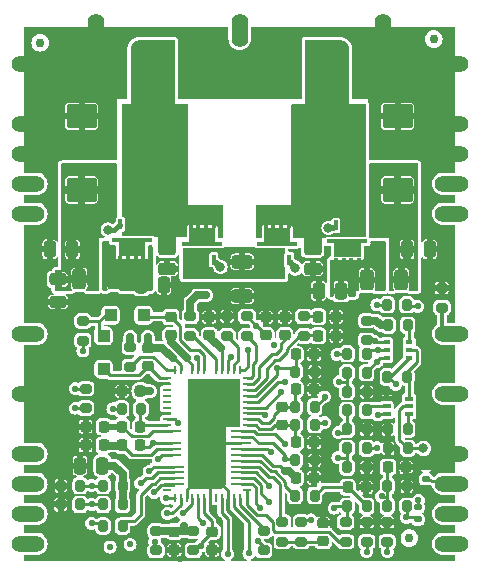
<source format=gtl>
%TF.GenerationSoftware,KiCad,Pcbnew,7.0.2-0*%
%TF.CreationDate,2024-04-25T00:04:58-07:00*%
%TF.ProjectId,LT8490,4c543834-3930-42e6-9b69-6361645f7063,v1.0b*%
%TF.SameCoordinates,Original*%
%TF.FileFunction,Copper,L1,Top*%
%TF.FilePolarity,Positive*%
%FSLAX46Y46*%
G04 Gerber Fmt 4.6, Leading zero omitted, Abs format (unit mm)*
G04 Created by KiCad (PCBNEW 7.0.2-0) date 2024-04-25 00:04:58*
%MOMM*%
%LPD*%
G01*
G04 APERTURE LIST*
G04 Aperture macros list*
%AMRoundRect*
0 Rectangle with rounded corners*
0 $1 Rounding radius*
0 $2 $3 $4 $5 $6 $7 $8 $9 X,Y pos of 4 corners*
0 Add a 4 corners polygon primitive as box body*
4,1,4,$2,$3,$4,$5,$6,$7,$8,$9,$2,$3,0*
0 Add four circle primitives for the rounded corners*
1,1,$1+$1,$2,$3*
1,1,$1+$1,$4,$5*
1,1,$1+$1,$6,$7*
1,1,$1+$1,$8,$9*
0 Add four rect primitives between the rounded corners*
20,1,$1+$1,$2,$3,$4,$5,0*
20,1,$1+$1,$4,$5,$6,$7,0*
20,1,$1+$1,$6,$7,$8,$9,0*
20,1,$1+$1,$8,$9,$2,$3,0*%
%AMFreePoly0*
4,1,19,-1.875000,6.250000,1.125000,6.250000,1.276663,6.234505,1.441964,6.179731,1.590177,6.088312,1.713312,5.965177,1.804731,5.816964,1.859505,5.651663,1.875000,5.500000,1.875000,-5.500000,1.859505,-5.651663,1.804731,-5.816964,1.713312,-5.965177,1.590177,-6.088312,1.441964,-6.179731,1.276663,-6.234505,1.125000,-6.250000,-1.875000,-6.250000,-1.875000,6.250000,-1.875000,6.250000,
$1*%
%AMFreePoly1*
4,1,19,-1.875000,5.500000,-1.859505,5.651663,-1.804731,5.816964,-1.713312,5.965177,-1.590177,6.088312,-1.441964,6.179731,-1.276663,6.234505,-1.125000,6.250000,1.875000,6.250000,1.875000,-6.250000,-1.125000,-6.250000,-1.276663,-6.234505,-1.441964,-6.179731,-1.590177,-6.088312,-1.713312,-5.965177,-1.804731,-5.816964,-1.859505,-5.651663,-1.875000,-5.500000,-1.875000,5.500000,-1.875000,5.500000,
$1*%
%AMFreePoly2*
4,1,8,1.575000,-4.690000,-2.025000,-4.690000,-2.025000,-0.860000,-1.575000,-0.860000,-1.575000,4.340000,-1.225000,4.690000,1.575000,4.690000,1.575000,-4.690000,1.575000,-4.690000,$1*%
G04 Aperture macros list end*
%TA.AperFunction,ComponentPad*%
%ADD10C,1.400000*%
%TD*%
%TA.AperFunction,SMDPad,CuDef*%
%ADD11R,1.400000X1.400000*%
%TD*%
%TA.AperFunction,SMDPad,CuDef*%
%ADD12RoundRect,0.200000X-0.200000X-0.275000X0.200000X-0.275000X0.200000X0.275000X-0.200000X0.275000X0*%
%TD*%
%TA.AperFunction,SMDPad,CuDef*%
%ADD13RoundRect,0.200000X-0.275000X0.200000X-0.275000X-0.200000X0.275000X-0.200000X0.275000X0.200000X0*%
%TD*%
%TA.AperFunction,SMDPad,CuDef*%
%ADD14C,0.500000*%
%TD*%
%TA.AperFunction,SMDPad,CuDef*%
%ADD15RoundRect,0.135000X0.185000X-0.135000X0.185000X0.135000X-0.185000X0.135000X-0.185000X-0.135000X0*%
%TD*%
%TA.AperFunction,SMDPad,CuDef*%
%ADD16RoundRect,0.250000X0.250000X0.475000X-0.250000X0.475000X-0.250000X-0.475000X0.250000X-0.475000X0*%
%TD*%
%TA.AperFunction,SMDPad,CuDef*%
%ADD17RoundRect,0.225000X-0.250000X0.225000X-0.250000X-0.225000X0.250000X-0.225000X0.250000X0.225000X0*%
%TD*%
%TA.AperFunction,SMDPad,CuDef*%
%ADD18RoundRect,0.225000X-0.225000X-0.250000X0.225000X-0.250000X0.225000X0.250000X-0.225000X0.250000X0*%
%TD*%
%TA.AperFunction,SMDPad,CuDef*%
%ADD19RoundRect,0.250000X0.500000X-0.275000X0.500000X0.275000X-0.500000X0.275000X-0.500000X-0.275000X0*%
%TD*%
%TA.AperFunction,SMDPad,CuDef*%
%ADD20RoundRect,0.250000X0.500000X-0.950000X0.500000X0.950000X-0.500000X0.950000X-0.500000X-0.950000X0*%
%TD*%
%TA.AperFunction,SMDPad,CuDef*%
%ADD21RoundRect,0.200000X0.275000X-0.200000X0.275000X0.200000X-0.275000X0.200000X-0.275000X-0.200000X0*%
%TD*%
%TA.AperFunction,SMDPad,CuDef*%
%ADD22C,0.750000*%
%TD*%
%TA.AperFunction,SMDPad,CuDef*%
%ADD23R,0.650000X0.400000*%
%TD*%
%TA.AperFunction,SMDPad,CuDef*%
%ADD24RoundRect,0.250000X-0.250000X-0.475000X0.250000X-0.475000X0.250000X0.475000X-0.250000X0.475000X0*%
%TD*%
%TA.AperFunction,SMDPad,CuDef*%
%ADD25R,0.355600X0.863600*%
%TD*%
%TA.AperFunction,SMDPad,CuDef*%
%ADD26RoundRect,0.200000X0.200000X0.275000X-0.200000X0.275000X-0.200000X-0.275000X0.200000X-0.275000X0*%
%TD*%
%TA.AperFunction,SMDPad,CuDef*%
%ADD27RoundRect,0.225000X0.250000X-0.225000X0.250000X0.225000X-0.250000X0.225000X-0.250000X-0.225000X0*%
%TD*%
%TA.AperFunction,SMDPad,CuDef*%
%ADD28RoundRect,0.225000X0.225000X0.250000X-0.225000X0.250000X-0.225000X-0.250000X0.225000X-0.250000X0*%
%TD*%
%TA.AperFunction,SMDPad,CuDef*%
%ADD29R,0.600000X0.400000*%
%TD*%
%TA.AperFunction,SMDPad,CuDef*%
%ADD30FreePoly0,0.000000*%
%TD*%
%TA.AperFunction,SMDPad,CuDef*%
%ADD31FreePoly1,0.000000*%
%TD*%
%TA.AperFunction,SMDPad,CuDef*%
%ADD32RoundRect,0.250000X-0.312500X-0.625000X0.312500X-0.625000X0.312500X0.625000X-0.312500X0.625000X0*%
%TD*%
%TA.AperFunction,SMDPad,CuDef*%
%ADD33FreePoly2,180.000000*%
%TD*%
%TA.AperFunction,SMDPad,CuDef*%
%ADD34R,0.250000X0.700000*%
%TD*%
%TA.AperFunction,SMDPad,CuDef*%
%ADD35R,0.700000X0.250000*%
%TD*%
%TA.AperFunction,SMDPad,CuDef*%
%ADD36R,1.800000X0.250000*%
%TD*%
%TA.AperFunction,SMDPad,CuDef*%
%ADD37R,1.500000X0.250000*%
%TD*%
%TA.AperFunction,SMDPad,CuDef*%
%ADD38RoundRect,0.250000X-0.625000X0.312500X-0.625000X-0.312500X0.625000X-0.312500X0.625000X0.312500X0*%
%TD*%
%TA.AperFunction,SMDPad,CuDef*%
%ADD39RoundRect,0.250000X0.300000X-0.300000X0.300000X0.300000X-0.300000X0.300000X-0.300000X-0.300000X0*%
%TD*%
%TA.AperFunction,SMDPad,CuDef*%
%ADD40RoundRect,0.250000X0.300000X0.300000X-0.300000X0.300000X-0.300000X-0.300000X0.300000X-0.300000X0*%
%TD*%
%TA.AperFunction,SMDPad,CuDef*%
%ADD41RoundRect,0.250000X1.025000X-0.787500X1.025000X0.787500X-1.025000X0.787500X-1.025000X-0.787500X0*%
%TD*%
%TA.AperFunction,SMDPad,CuDef*%
%ADD42RoundRect,0.250000X-0.475000X0.250000X-0.475000X-0.250000X0.475000X-0.250000X0.475000X0.250000X0*%
%TD*%
%TA.AperFunction,ViaPad*%
%ADD43C,0.584200*%
%TD*%
%TA.AperFunction,ViaPad*%
%ADD44C,1.000000*%
%TD*%
%TA.AperFunction,ViaPad*%
%ADD45C,0.800000*%
%TD*%
%TA.AperFunction,Conductor*%
%ADD46C,0.508000*%
%TD*%
%TA.AperFunction,Conductor*%
%ADD47C,0.405000*%
%TD*%
%TA.AperFunction,Conductor*%
%ADD48C,0.250000*%
%TD*%
%TA.AperFunction,Conductor*%
%ADD49C,0.279400*%
%TD*%
%TA.AperFunction,Conductor*%
%ADD50C,0.635000*%
%TD*%
%TA.AperFunction,Conductor*%
%ADD51C,0.358140*%
%TD*%
G04 APERTURE END LIST*
%TA.AperFunction,EtchedComponent*%
%TO.C,NT2*%
G36*
X134750000Y-98100000D02*
G01*
X134250000Y-98100000D01*
X134250000Y-97100000D01*
X134750000Y-97100000D01*
X134750000Y-98100000D01*
G37*
%TD.AperFunction*%
%TA.AperFunction,EtchedComponent*%
%TO.C,NT3*%
G36*
X137450000Y-98100000D02*
G01*
X136950000Y-98100000D01*
X136950000Y-97100000D01*
X137450000Y-97100000D01*
X137450000Y-98100000D01*
G37*
%TD.AperFunction*%
%TA.AperFunction,EtchedComponent*%
%TO.C,Q2*%
G36*
X145817590Y-94355792D02*
G01*
X146401790Y-94355792D01*
X146401790Y-94685992D01*
X142998190Y-94685992D01*
X142998190Y-94355792D01*
X143582390Y-94355792D01*
X143582390Y-93158792D01*
X145817590Y-93158792D01*
X145817590Y-94355792D01*
G37*
%TD.AperFunction*%
%TA.AperFunction,EtchedComponent*%
%TO.C,NT1*%
G36*
X148300000Y-99212500D02*
G01*
X147300000Y-99212500D01*
X147300000Y-98712500D01*
X148300000Y-98712500D01*
X148300000Y-99212500D01*
G37*
%TD.AperFunction*%
%TA.AperFunction,EtchedComponent*%
%TO.C,NT4*%
G36*
X158887500Y-98071064D02*
G01*
X158387500Y-98071064D01*
X158387500Y-97071064D01*
X158887500Y-97071064D01*
X158887500Y-98071064D01*
G37*
%TD.AperFunction*%
%TA.AperFunction,EtchedComponent*%
%TO.C,Q1*%
G36*
X140451789Y-94394199D02*
G01*
X139867589Y-94394199D01*
X139867589Y-95591199D01*
X137632389Y-95591199D01*
X137632389Y-94394199D01*
X137048189Y-94394199D01*
X137048189Y-94063999D01*
X140451789Y-94063999D01*
X140451789Y-94394199D01*
G37*
%TD.AperFunction*%
%TA.AperFunction,EtchedComponent*%
%TO.C,Q3*%
G36*
X152169597Y-94355792D02*
G01*
X152753797Y-94355792D01*
X152753797Y-94685992D01*
X149350197Y-94685992D01*
X149350197Y-94355792D01*
X149934397Y-94355792D01*
X149934397Y-93158792D01*
X152169597Y-93158792D01*
X152169597Y-94355792D01*
G37*
%TD.AperFunction*%
%TA.AperFunction,EtchedComponent*%
%TO.C,NT7*%
G36*
X162176777Y-90323224D02*
G01*
X161823224Y-90676777D01*
X161116117Y-89969670D01*
X161469670Y-89616117D01*
X162176777Y-90323224D01*
G37*
%TD.AperFunction*%
%TA.AperFunction,EtchedComponent*%
%TO.C,NT6*%
G36*
X134633883Y-89969670D02*
G01*
X133926776Y-90676777D01*
X133573223Y-90323224D01*
X134280330Y-89616117D01*
X134633883Y-89969670D01*
G37*
%TD.AperFunction*%
%TA.AperFunction,EtchedComponent*%
%TO.C,Q4*%
G36*
X158695796Y-94484191D02*
G01*
X158111596Y-94484191D01*
X158111596Y-95681191D01*
X155876396Y-95681191D01*
X155876396Y-94484191D01*
X155292196Y-94484191D01*
X155292196Y-94153991D01*
X158695796Y-94153991D01*
X158695796Y-94484191D01*
G37*
%TD.AperFunction*%
%TA.AperFunction,EtchedComponent*%
%TO.C,NT5*%
G36*
X161828511Y-98100000D02*
G01*
X161328511Y-98100000D01*
X161328511Y-97100000D01*
X161828511Y-97100000D01*
X161828511Y-98100000D01*
G37*
%TD.AperFunction*%
%TD*%
D10*
%TO.P,J2,1,Pin_1*%
%TO.N,GND*%
X130650000Y-86910000D03*
D11*
X129950000Y-86910000D03*
D10*
X129250000Y-86910000D03*
%TD*%
D12*
%TO.P,R53,2*%
%TO.N,Net-(Q6A-B1)*%
X158625000Y-108641424D03*
%TO.P,R53,1*%
%TO.N,SWENO*%
X156975000Y-108641424D03*
%TD*%
D13*
%TO.P,R31,2*%
%TO.N,Net-(U4-IMON_OUT)*%
X149900000Y-120491424D03*
%TO.P,R31,1*%
%TO.N,Net-(U4-IOR)*%
X149900000Y-118841424D03*
%TD*%
D14*
%TO.P,NT2,2,2*%
%TO.N,VSOLAR*%
X134500000Y-97100000D03*
%TO.P,NT2,1,1*%
%TO.N,/CSPIN*%
X134500000Y-98100000D03*
%TD*%
D15*
%TO.P,R6,2*%
%TO.N,GND*%
X163650000Y-113440000D03*
%TO.P,R6,1*%
%TO.N,REG_{FAULT}*%
X163650000Y-114460000D03*
%TD*%
D16*
%TO.P,C18,2*%
%TO.N,GND*%
X131800000Y-95000000D03*
%TO.P,C18,1*%
%TO.N,VSOLAR*%
X133700000Y-95000000D03*
%TD*%
%TO.P,C36,2*%
%TO.N,GND*%
X154550000Y-98500000D03*
%TO.P,C36,1*%
%TO.N,V_{OUT}*%
X156450000Y-98500000D03*
%TD*%
D17*
%TO.P,C38,2*%
%TO.N,GND*%
X142350000Y-120441424D03*
%TO.P,C38,1*%
%TO.N,V_{DD}*%
X142350000Y-118891424D03*
%TD*%
D18*
%TO.P,C27,2*%
%TO.N,GND*%
X156050000Y-100700000D03*
%TO.P,C27,1*%
%TO.N,Net-(C27-Pad1)*%
X154500000Y-100700000D03*
%TD*%
D12*
%TO.P,R52,2*%
%TO.N,GND*%
X158625000Y-107041424D03*
%TO.P,R52,1*%
%TO.N,Net-(U4-FBOR)*%
X156975000Y-107041424D03*
%TD*%
D18*
%TO.P,C26,2*%
%TO.N,/CSNIN_0*%
X139475000Y-111600000D03*
%TO.P,C26,1*%
%TO.N,/CSPIN*%
X137925000Y-111600000D03*
%TD*%
D19*
%TO.P,D1,2,A*%
%TO.N,GND*%
X141750009Y-96625000D03*
D20*
%TO.P,D1,1,K*%
%TO.N,/V_{SW1}*%
X141750009Y-94250000D03*
%TD*%
D21*
%TO.P,R29,2*%
%TO.N,Net-(U4-FBIN)*%
X156837047Y-118100000D03*
%TO.P,R29,1*%
%TO.N,Net-(U4-FBIR)*%
X156837047Y-119750000D03*
%TD*%
D22*
%TO.P,REF\u002A\u002A,*%
%TO.N,*%
X162250000Y-119450000D03*
%TD*%
D10*
%TO.P,J12,1,Pin_1*%
%TO.N,GND*%
X166499997Y-79290012D03*
D11*
X165799997Y-79290012D03*
D10*
X165099997Y-79290012D03*
%TD*%
D12*
%TO.P,R26,2*%
%TO.N,GND*%
X154225000Y-105341424D03*
%TO.P,R26,1*%
%TO.N,Net-(U4-IMON_OUT)*%
X152575000Y-105341424D03*
%TD*%
D14*
%TO.P,NT3,2,2*%
%TO.N,Net-(Q1-D)*%
X137200000Y-97100000D03*
%TO.P,NT3,1,1*%
%TO.N,/CSNIN*%
X137200000Y-98100000D03*
%TD*%
D10*
%TO.P,J10,1,Pin_1*%
%TO.N,REG_{FAULT}*%
X166500000Y-114850000D03*
D11*
X165800000Y-114850000D03*
D10*
X165100000Y-114850000D03*
%TD*%
D12*
%TO.P,R37,2*%
%TO.N,Net-(NT1-Pad2)*%
X154225000Y-109841424D03*
%TO.P,R37,1*%
%TO.N,Net-(U4-CSN)*%
X152575000Y-109841424D03*
%TD*%
D13*
%TO.P,R7,2*%
%TO.N,GATEV_{CC}*%
X134600000Y-102725000D03*
%TO.P,R7,1*%
%TO.N,GATEV_{CC}`*%
X134600000Y-101075000D03*
%TD*%
D23*
%TO.P,Q6,6,C1*%
%TO.N,Net-(Q5A-G2)*%
X162225000Y-107650000D03*
%TO.P,Q6,5,B2*%
%TO.N,ECON*%
X162225000Y-108300000D03*
%TO.P,Q6,4,E2*%
%TO.N,Net-(Q6B-E2)*%
X162225000Y-108950000D03*
%TO.P,Q6,3,C2*%
%TO.N,Net-(Q5B-G1)*%
X160325000Y-108950000D03*
%TO.P,Q6,2,B1*%
%TO.N,Net-(Q6A-B1)*%
X160325000Y-108300000D03*
%TO.P,Q6,1,E1*%
%TO.N,GND*%
X160325000Y-107650000D03*
%TD*%
D24*
%TO.P,C25,2*%
%TO.N,GND*%
X141450000Y-98000000D03*
%TO.P,C25,1*%
%TO.N,Net-(Q1-D)*%
X139550000Y-98000000D03*
%TD*%
D25*
%TO.P,Q2,5,D*%
%TO.N,/V_{SW1}*%
X143724991Y-92726990D03*
X144374989Y-92726990D03*
X145024991Y-92726990D03*
X145674989Y-92726990D03*
%TO.P,Q2,4,G*%
%TO.N,/BG1*%
X145674989Y-95872988D03*
%TO.P,Q2,3,S*%
%TO.N,/RS+*%
X145024991Y-95872988D03*
%TO.P,Q2,2,S*%
X144374989Y-95872988D03*
%TO.P,Q2,1,S*%
X143724991Y-95872988D03*
%TD*%
D10*
%TO.P,J3,1,Pin_1*%
%TO.N,VSOLAR*%
X130650000Y-89450000D03*
D11*
X129950000Y-89450000D03*
D10*
X129250000Y-89450000D03*
%TD*%
D21*
%TO.P,R3,2*%
%TO.N,GND*%
X160375000Y-118100000D03*
%TO.P,R3,1*%
%TO.N,/SDA*%
X160375000Y-119750000D03*
%TD*%
D26*
%TO.P,R54,2*%
%TO.N,GND*%
X160450000Y-111841424D03*
%TO.P,R54,1*%
%TO.N,ECON*%
X162100000Y-111841424D03*
%TD*%
D21*
%TO.P,R44,2*%
%TO.N,EXTV_{CC}*%
X158620000Y-101045000D03*
%TO.P,R44,1*%
%TO.N,V_{OUT}*%
X158620000Y-102695000D03*
%TD*%
D10*
%TO.P,J1,1,Pin_1*%
%TO.N,GND*%
X130650000Y-84370000D03*
D11*
X129950000Y-84370000D03*
D10*
X129250000Y-84370000D03*
%TD*%
D13*
%TO.P,R33,2*%
%TO.N,Net-(U4-VC)*%
X153300000Y-102325000D03*
%TO.P,R33,1*%
%TO.N,Net-(C27-Pad1)*%
X153300000Y-100675000D03*
%TD*%
D10*
%TO.P,J7,1,Pin_1*%
%TO.N,VBATT*%
X166500000Y-89450000D03*
D11*
X165800000Y-89450000D03*
D10*
X165100000Y-89450000D03*
%TD*%
D27*
%TO.P,C39,2*%
%TO.N,/AVDD*%
X145550000Y-118891424D03*
%TO.P,C39,1*%
%TO.N,GND*%
X145550000Y-120441424D03*
%TD*%
D26*
%TO.P,R57,2*%
%TO.N,/FBOUT*%
X160375000Y-105800000D03*
%TO.P,R57,1*%
%TO.N,Net-(Q5A-G2)*%
X162025000Y-105800000D03*
%TD*%
D28*
%TO.P,C19,2*%
%TO.N,Net-(C19-Pad2)*%
X157025000Y-115141424D03*
%TO.P,C19,1*%
%TO.N,GND*%
X158575000Y-115141424D03*
%TD*%
D13*
%TO.P,R42,2*%
%TO.N,Net-(U4-LDO33)*%
X140800000Y-120491424D03*
%TO.P,R42,1*%
%TO.N,V_{DD}*%
X140800000Y-118841424D03*
%TD*%
D17*
%TO.P,C29,2*%
%TO.N,/BOOST1*%
X140100000Y-104875000D03*
%TO.P,C29,1*%
%TO.N,/V_{SW1}*%
X140100000Y-103325000D03*
%TD*%
D12*
%TO.P,R22,2*%
%TO.N,GND*%
X154225000Y-112841424D03*
%TO.P,R22,1*%
%TO.N,Net-(U4-IIR)*%
X152575000Y-112841424D03*
%TD*%
D26*
%TO.P,R23,2*%
%TO.N,/~{SHDN}*%
X156975000Y-111841424D03*
%TO.P,R23,1*%
%TO.N,/FBIN*%
X158625000Y-111841424D03*
%TD*%
%TO.P,R50,2*%
%TO.N,/FBOUT_0*%
X160375000Y-99700000D03*
%TO.P,R50,1*%
%TO.N,/FBOUT*%
X162025000Y-99700000D03*
%TD*%
D21*
%TO.P,R4,2*%
%TO.N,GND*%
X158625000Y-118100000D03*
%TO.P,R4,1*%
%TO.N,/SCL*%
X158625000Y-119750000D03*
%TD*%
D14*
%TO.P,NT1,2,2*%
%TO.N,Net-(NT1-Pad2)*%
X148300000Y-98962500D03*
%TO.P,NT1,1,1*%
%TO.N,GND*%
X147300000Y-98962500D03*
%TD*%
D28*
%TO.P,C35,2*%
%TO.N,/CSPOUT*%
X137925000Y-110000000D03*
%TO.P,C35,1*%
%TO.N,/CSNOUT_0*%
X139475000Y-110000000D03*
%TD*%
D26*
%TO.P,R36,2*%
%TO.N,Net-(U4-CSP)*%
X152575000Y-108341424D03*
%TO.P,R36,1*%
%TO.N,/RS+*%
X154225000Y-108341424D03*
%TD*%
D22*
%TO.P,REF\u002A\u002A,*%
%TO.N,*%
X164300000Y-77200000D03*
%TD*%
D12*
%TO.P,R40,2*%
%TO.N,GND*%
X158625000Y-110241424D03*
%TO.P,R40,1*%
%TO.N,SWENO*%
X156975000Y-110241424D03*
%TD*%
D28*
%TO.P,C21,2*%
%TO.N,GATEV_{CC}*%
X152625000Y-114341424D03*
%TO.P,C21,1*%
%TO.N,GND*%
X154175000Y-114341424D03*
%TD*%
%TO.P,C20,2*%
%TO.N,GND*%
X134825000Y-111575000D03*
%TO.P,C20,1*%
%TO.N,/CSPIN*%
X136375000Y-111575000D03*
%TD*%
%TO.P,C1,2*%
%TO.N,Net-(U4-TEMPSENSE)*%
X160425000Y-113441424D03*
%TO.P,C1,1*%
%TO.N,GND*%
X161975000Y-113441424D03*
%TD*%
D27*
%TO.P,C30,2*%
%TO.N,GND*%
X150100000Y-100725000D03*
%TO.P,C30,1*%
%TO.N,Net-(U4-CLKDET)*%
X150100000Y-102275000D03*
%TD*%
D29*
%TO.P,Q5,6,D1*%
%TO.N,/FBOUT_0*%
X160324989Y-104183575D03*
%TO.P,Q5,5,G1*%
%TO.N,Net-(Q5B-G1)*%
X160324989Y-103533575D03*
%TO.P,Q5,4,S1*%
%TO.N,V_{OUT}*%
X160324989Y-102883575D03*
%TO.P,Q5,3,D2*%
%TO.N,Net-(Q5B-D2)*%
X162224989Y-102883575D03*
%TO.P,Q5,2,G2*%
%TO.N,Net-(Q5A-G2)*%
X162224989Y-103533575D03*
%TO.P,Q5,1,S2*%
%TO.N,/FBOUT*%
X162224989Y-104183575D03*
%TD*%
D30*
%TO.P,L3,2,2*%
%TO.N,/V_{SW2}*%
X155249990Y-83500011D03*
D31*
%TO.P,L3,1,1*%
%TO.N,/V_{SW1}*%
X140499990Y-83500011D03*
%TD*%
D10*
%TO.P,J9,1,Pin_1*%
%TO.N,unconnected-(J9-Pin_1-Pad1)*%
X130650000Y-117390000D03*
D11*
X129950000Y-117390000D03*
D10*
X129250000Y-117390000D03*
%TD*%
D28*
%TO.P,C32,2*%
%TO.N,Net-(U4-CSN)*%
X152625000Y-111341424D03*
%TO.P,C32,1*%
%TO.N,GND*%
X154175000Y-111341424D03*
%TD*%
D26*
%TO.P,R28,2*%
%TO.N,Net-(U4-FBIN)*%
X156975000Y-116741424D03*
%TO.P,R28,1*%
%TO.N,Net-(C19-Pad2)*%
X158625000Y-116741424D03*
%TD*%
D19*
%TO.P,D2,2,A*%
%TO.N,GND*%
X154050000Y-96625000D03*
D20*
%TO.P,D2,1,K*%
%TO.N,/V_{SW2}*%
X154050000Y-94250000D03*
%TD*%
D10*
%TO.P,J24,1,Pin_1*%
%TO.N,unconnected-(J24-Pin_1-Pad1)*%
X130650000Y-114850000D03*
D11*
X129950000Y-114850000D03*
D10*
X129250000Y-114850000D03*
%TD*%
%TO.P,J14,1,Pin_1*%
%TO.N,GND*%
X130650000Y-107230000D03*
D11*
X129950000Y-107230000D03*
D10*
X129250000Y-107230000D03*
%TD*%
D14*
%TO.P,NT4,2,2*%
%TO.N,V_{OUT}*%
X158637500Y-97071064D03*
%TO.P,NT4,1,1*%
%TO.N,/CSPOUT*%
X158637500Y-98071064D03*
%TD*%
D22*
%TO.P,REF\u002A\u002A,*%
%TO.N,*%
X131000000Y-77500000D03*
%TD*%
D10*
%TO.P,J19,1,Pin_1*%
%TO.N,GND*%
X135750000Y-75750000D03*
D11*
X135750000Y-76450000D03*
D10*
X135750000Y-77150000D03*
%TD*%
%TO.P,J4,1,Pin_1*%
%TO.N,VSOLAR*%
X130650000Y-91990000D03*
D11*
X129950000Y-91990000D03*
D10*
X129250000Y-91990000D03*
%TD*%
D17*
%TO.P,C24,2*%
%TO.N,GATEV_{CC}*%
X145300000Y-102275000D03*
%TO.P,C24,1*%
%TO.N,GND*%
X145300000Y-100725000D03*
%TD*%
D32*
%TO.P,R46,2*%
%TO.N,VBATT*%
X161562500Y-97571064D03*
%TO.P,R46,1*%
%TO.N,V_{OUT}*%
X158637500Y-97571064D03*
%TD*%
D33*
%TO.P,U4,65,GND*%
%TO.N,GND*%
X145124551Y-110641435D03*
D34*
%TO.P,U4,64,IOR*%
%TO.N,Net-(U4-IOR)*%
X147874551Y-116041435D03*
%TO.P,U4,63,SCL*%
%TO.N,/SCL*%
X147374551Y-116041435D03*
%TO.P,U4,62,GND*%
%TO.N,GND*%
X146874551Y-116041435D03*
%TO.P,U4,61,SDA*%
%TO.N,/SDA*%
X146374551Y-116041435D03*
%TO.P,U4,60,NC*%
%TO.N,unconnected-(U4-NC-Pad60)*%
X145874551Y-116041435D03*
%TO.P,U4,59,GND*%
%TO.N,GND*%
X145374551Y-116041435D03*
%TO.P,U4,58,AVDD*%
%TO.N,/AVDD*%
X144874551Y-116041435D03*
%TO.P,U4,57,FBOR*%
%TO.N,Net-(U4-FBOR)*%
X144374551Y-116041435D03*
%TO.P,U4,56,CLKDET*%
%TO.N,Net-(U4-CLKDET)*%
X143874551Y-116041435D03*
%TO.P,U4,55,GND*%
%TO.N,GND*%
X143374551Y-116041435D03*
%TO.P,U4,54,VINR*%
%TO.N,Net-(U4-VINR)*%
X142874551Y-116041435D03*
%TO.P,U4,53,IIR*%
%TO.N,Net-(U4-IIR)*%
X142374551Y-116041435D03*
D35*
%TO.P,U4,52,NC*%
%TO.N,unconnected-(U4-NC-Pad52)*%
X141724551Y-115391435D03*
D36*
%TO.P,U4,51,STATUS*%
%TO.N,REG_{STATUS}*%
X142274551Y-114891435D03*
%TO.P,U4,50,IOW*%
%TO.N,Net-(U4-IOW)*%
X142274551Y-114391435D03*
%TO.P,U4,49,SWENO*%
%TO.N,SWENO*%
X142274551Y-113891435D03*
%TO.P,U4,48,ECON*%
%TO.N,ECON*%
X142274551Y-113391435D03*
D37*
%TO.P,U4,46,VIN*%
%TO.N,/FBIN*%
X142124551Y-112391435D03*
%TO.P,U4,45,CSPIN*%
%TO.N,/CSPIN*%
X142124551Y-111891435D03*
%TO.P,U4,44,CSNIN*%
%TO.N,/CSNIN_0*%
X142124551Y-111391435D03*
%TO.P,U4,42,CSPOUT*%
%TO.N,/CSPOUT*%
X142124551Y-110391435D03*
D35*
%TO.P,U4,41,CSNOUT*%
%TO.N,/CSNOUT_0*%
X141724551Y-109891435D03*
%TO.P,U4,40,EXTVCC*%
%TO.N,EXTV_{CC}*%
X141724551Y-109391435D03*
%TO.P,U4,38,SRVO_FBOUT*%
%TO.N,unconnected-(U4-SRVO_FBOUT-Pad38)*%
X141724551Y-108391435D03*
%TO.P,U4,37,SRVO_IOUT*%
%TO.N,unconnected-(U4-SRVO_IOUT-Pad37)*%
X141724551Y-107891435D03*
%TO.P,U4,36,SRVO_IIN*%
%TO.N,unconnected-(U4-SRVO_IIN-Pad36)*%
X141724551Y-107391435D03*
%TO.P,U4,35,SRVO_FBIN*%
%TO.N,unconnected-(U4-SRVO_FBIN-Pad35)*%
X141724551Y-106891435D03*
%TO.P,U4,33,BOOST1*%
%TO.N,/BOOST1*%
X141724551Y-105891435D03*
D34*
%TO.P,U4,32,TG1*%
%TO.N,/TG1_0*%
X142374551Y-105241435D03*
%TO.P,U4,31,SW1*%
%TO.N,/V_{SW1}*%
X142874551Y-105241435D03*
%TO.P,U4,29,SW2*%
%TO.N,/V_{SW2}*%
X143874551Y-105241435D03*
%TO.P,U4,28,TG2*%
%TO.N,/TG2*%
X144374551Y-105241435D03*
%TO.P,U4,27,BOOST2*%
%TO.N,/BOOST2*%
X144874551Y-105241435D03*
%TO.P,U4,25,BG2*%
%TO.N,/BG2_*%
X145874551Y-105241435D03*
%TO.P,U4,24,GATEVCC*%
%TO.N,GATEV_{CC}*%
X146374551Y-105241435D03*
%TO.P,U4,23,BG1*%
%TO.N,/BG1*%
X146874551Y-105241435D03*
%TO.P,U4,22,RT*%
%TO.N,Net-(U4-RT)*%
X147374551Y-105241435D03*
%TO.P,U4,21,SYNC*%
%TO.N,/SYNC*%
X147874551Y-105241435D03*
D35*
%TO.P,U4,20,CLKOUT*%
%TO.N,Net-(U4-CLKOUT)*%
X148524551Y-105891435D03*
%TO.P,U4,19,SS*%
%TO.N,Net-(U4-SS)*%
X148524551Y-106391435D03*
%TO.P,U4,18,VC*%
%TO.N,Net-(U4-VC)*%
X148524551Y-106891435D03*
%TO.P,U4,17,IMON_OUT*%
%TO.N,Net-(U4-IMON_OUT)*%
X148524551Y-107391435D03*
%TO.P,U4,16,FBOUT*%
%TO.N,Net-(U4-FBOR)*%
X148524551Y-107891435D03*
%TO.P,U4,15,FBIN*%
%TO.N,Net-(U4-FBIN)*%
X148524551Y-108391435D03*
%TO.P,U4,14,LDO33*%
%TO.N,Net-(U4-LDO33)*%
X148524551Y-108891435D03*
%TO.P,U4,13,CSP*%
%TO.N,Net-(U4-CSP)*%
X148524551Y-109391435D03*
%TO.P,U4,12,CSN*%
%TO.N,Net-(U4-CSN)*%
X148524551Y-109891435D03*
D36*
%TO.P,U4,11,~{SHDN}*%
%TO.N,/~{SHDN}*%
X147974551Y-110391435D03*
%TO.P,U4,10,IMON_IN*%
%TO.N,Net-(U4-IIR)*%
X147974551Y-110891435D03*
%TO.P,U4,9,MODE*%
%TO.N,GND*%
X147974551Y-111391435D03*
%TO.P,U4,8,SWEN*%
%TO.N,SWENO*%
X147974551Y-111891435D03*
%TO.P,U4,7,INTVCC*%
%TO.N,GATEV_{CC}*%
X147974551Y-112391435D03*
%TO.P,U4,6,FBIW*%
%TO.N,Net-(U4-FBIW)*%
X147974551Y-112891435D03*
%TO.P,U4,5,FBOW*%
%TO.N,Net-(U4-FBOW)*%
X147974551Y-113391435D03*
%TO.P,U4,4,VDD*%
%TO.N,V_{DD}*%
X147974551Y-113891435D03*
%TO.P,U4,3,TEMPSENSE*%
%TO.N,Net-(U4-TEMPSENSE)*%
X147974551Y-114391435D03*
%TO.P,U4,2,CA*%
%TO.N,REG_{FAULT}*%
X147974551Y-114891435D03*
D35*
%TO.P,U4,1,FBIR*%
%TO.N,Net-(U4-FBIR)*%
X148524551Y-115391435D03*
%TD*%
D38*
%TO.P,R38,2*%
%TO.N,GND*%
X148100000Y-98962500D03*
%TO.P,R38,1*%
%TO.N,/RS+*%
X148100000Y-96037500D03*
%TD*%
D39*
%TO.P,D12,2,A*%
%TO.N,GATEV_{CC}`*%
X136360000Y-102330000D03*
%TO.P,D12,1,K*%
%TO.N,/BOOST1*%
X136360000Y-105130000D03*
%TD*%
D21*
%TO.P,R2,2*%
%TO.N,GND*%
X165000000Y-98275000D03*
%TO.P,R2,1*%
%TO.N,/SYNC*%
X165000000Y-99925000D03*
%TD*%
D10*
%TO.P,J11,1,Pin_1*%
%TO.N,GND*%
X130650000Y-79290000D03*
D11*
X129950000Y-79290000D03*
D10*
X129250000Y-79290000D03*
%TD*%
D40*
%TO.P,D13,2,A*%
%TO.N,GATEV_{CC}`*%
X136940000Y-100580000D03*
%TO.P,D13,1,K*%
%TO.N,/BOOST2*%
X139740000Y-100580000D03*
%TD*%
D10*
%TO.P,J8,1,Pin_1*%
%TO.N,VBATT*%
X166500000Y-91990000D03*
D11*
X165800000Y-91990000D03*
D10*
X165100000Y-91990000D03*
%TD*%
D41*
%TO.P,C16,2*%
%TO.N,GND*%
X134500000Y-83737500D03*
%TO.P,C16,1*%
%TO.N,VSOLAR*%
X134500000Y-89962500D03*
%TD*%
D10*
%TO.P,J16,1,Pin_1*%
%TO.N,/SYNC*%
X166500000Y-102150000D03*
D11*
X165800000Y-102150000D03*
D10*
X165100000Y-102150000D03*
%TD*%
D42*
%TO.P,C22,2*%
%TO.N,GND*%
X132500000Y-99450000D03*
%TO.P,C22,1*%
%TO.N,VSOLAR*%
X132500000Y-97550000D03*
%TD*%
D17*
%TO.P,C40,2*%
%TO.N,Net-(C40-Pad2)*%
X154937047Y-119700000D03*
%TO.P,C40,1*%
%TO.N,GND*%
X154937047Y-118150000D03*
%TD*%
D12*
%TO.P,R24,2*%
%TO.N,GND*%
X158625000Y-113441424D03*
%TO.P,R24,1*%
%TO.N,/~{SHDN}*%
X156975000Y-113441424D03*
%TD*%
D26*
%TO.P,R47,2*%
%TO.N,Net-(U4-TEMPSENSE)*%
X160375000Y-115041424D03*
%TO.P,R47,1*%
%TO.N,GND*%
X162025000Y-115041424D03*
%TD*%
%TO.P,R21,2*%
%TO.N,GND*%
X132725000Y-115000000D03*
%TO.P,R21,1*%
%TO.N,Net-(U4-VINR)*%
X134375000Y-115000000D03*
%TD*%
D10*
%TO.P,J13,1,Pin_1*%
%TO.N,unconnected-(J13-Pin_1-Pad1)*%
X130650000Y-102150000D03*
D11*
X129950000Y-102150000D03*
D10*
X129250000Y-102150000D03*
%TD*%
D25*
%TO.P,Q1,5,D*%
%TO.N,Net-(Q1-D)*%
X139724988Y-96023001D03*
X139074990Y-96023001D03*
X138424988Y-96023001D03*
X137774990Y-96023001D03*
%TO.P,Q1,4,G*%
%TO.N,/TG1*%
X137774990Y-92877003D03*
%TO.P,Q1,3,S*%
%TO.N,/V_{SW1}*%
X138424988Y-92877003D03*
%TO.P,Q1,2,S*%
X139074990Y-92877003D03*
%TO.P,Q1,1,S*%
X139724988Y-92877003D03*
%TD*%
D21*
%TO.P,R43,2*%
%TO.N,Net-(U4-FBOW)*%
X151500000Y-118100000D03*
%TO.P,R43,1*%
%TO.N,Net-(C40-Pad2)*%
X151500000Y-119750000D03*
%TD*%
D18*
%TO.P,C31,2*%
%TO.N,GND*%
X154175000Y-106841424D03*
%TO.P,C31,1*%
%TO.N,Net-(U4-CSP)*%
X152625000Y-106841424D03*
%TD*%
D28*
%TO.P,C28,2*%
%TO.N,Net-(U4-VC)*%
X154500000Y-102300000D03*
%TO.P,C28,1*%
%TO.N,GND*%
X156050000Y-102300000D03*
%TD*%
D13*
%TO.P,R1,2*%
%TO.N,/CSNIN_0*%
X134825000Y-108445000D03*
%TO.P,R1,1*%
%TO.N,/CSNIN*%
X134825000Y-106795000D03*
%TD*%
%TO.P,R49,2*%
%TO.N,Net-(C40-Pad2)*%
X153100000Y-119750000D03*
%TO.P,R49,1*%
%TO.N,Net-(U4-FBOR)*%
X153100000Y-118100000D03*
%TD*%
D32*
%TO.P,R27,2*%
%TO.N,Net-(Q1-D)*%
X137212500Y-97500000D03*
%TO.P,R27,1*%
%TO.N,VSOLAR*%
X134287500Y-97500000D03*
%TD*%
D25*
%TO.P,Q3,5,D*%
%TO.N,/V_{SW2}*%
X150076998Y-92726990D03*
X150726996Y-92726990D03*
X151376998Y-92726990D03*
X152026996Y-92726990D03*
%TO.P,Q3,4,G*%
%TO.N,/BG2*%
X152026996Y-95872988D03*
%TO.P,Q3,3,S*%
%TO.N,/RS+*%
X151376998Y-95872988D03*
%TO.P,Q3,2,S*%
X150726996Y-95872988D03*
%TO.P,Q3,1,S*%
X150076998Y-95872988D03*
%TD*%
D12*
%TO.P,R48,2*%
%TO.N,/CSNOUT_0*%
X139525000Y-108500000D03*
%TO.P,R48,1*%
%TO.N,/CSNOUT*%
X137875000Y-108500000D03*
%TD*%
D13*
%TO.P,R41,2*%
%TO.N,/AVDD*%
X143950000Y-120491424D03*
%TO.P,R41,1*%
%TO.N,V_{DD}*%
X143950000Y-118841424D03*
%TD*%
D10*
%TO.P,J6,1,Pin_1*%
%TO.N,GND*%
X166500000Y-86910000D03*
D11*
X165800000Y-86910000D03*
D10*
X165100000Y-86910000D03*
%TD*%
D26*
%TO.P,R58,2*%
%TO.N,V_{OUT}*%
X156975000Y-103841424D03*
%TO.P,R58,1*%
%TO.N,Net-(Q5B-G1)*%
X158625000Y-103841424D03*
%TD*%
D28*
%TO.P,C37,2*%
%TO.N,GND*%
X134825000Y-110000000D03*
%TO.P,C37,1*%
%TO.N,/CSPOUT*%
X136375000Y-110000000D03*
%TD*%
D15*
%TO.P,R5,2*%
%TO.N,REG_{FAULT}*%
X162950000Y-116840000D03*
%TO.P,R5,1*%
%TO.N,/AVDD*%
X162950000Y-117860000D03*
%TD*%
D12*
%TO.P,R45,2*%
%TO.N,/AVDD*%
X162025000Y-116741424D03*
%TO.P,R45,1*%
%TO.N,Net-(U4-TEMPSENSE)*%
X160375000Y-116741424D03*
%TD*%
D21*
%TO.P,R32,2*%
%TO.N,/TG1*%
X138600000Y-103275000D03*
%TO.P,R32,1*%
%TO.N,/TG1_0*%
X138600000Y-104925000D03*
%TD*%
D41*
%TO.P,C42,2*%
%TO.N,GND*%
X161250000Y-83737500D03*
%TO.P,C42,1*%
%TO.N,VBATT*%
X161250000Y-89962500D03*
%TD*%
D10*
%TO.P,J20,1,Pin_1*%
%TO.N,unconnected-(J20-Pin_1-Pad1)*%
X147875000Y-75750000D03*
D11*
X147875000Y-76450000D03*
D10*
X147875000Y-77150000D03*
%TD*%
D26*
%TO.P,R55,2*%
%TO.N,EXTV_{CC}*%
X160450000Y-101425000D03*
%TO.P,R55,1*%
%TO.N,Net-(Q5B-D2)*%
X162100000Y-101425000D03*
%TD*%
D14*
%TO.P,NT7,2,2*%
%TO.N,VBATT*%
X161292894Y-89792894D03*
%TO.P,NT7,1,1*%
%TO.N,/FBOUT*%
X162000000Y-90500000D03*
%TD*%
D26*
%TO.P,R17,2*%
%TO.N,Net-(U4-FBIN)*%
X136308576Y-116600000D03*
%TO.P,R17,1*%
%TO.N,/FBIN*%
X137958576Y-116600000D03*
%TD*%
D14*
%TO.P,NT6,2,2*%
%TO.N,VSOLAR*%
X134457106Y-89792894D03*
%TO.P,NT6,1,1*%
%TO.N,/FBIN*%
X133750000Y-90500000D03*
%TD*%
D24*
%TO.P,C41,2*%
%TO.N,GND*%
X163950000Y-95000000D03*
%TO.P,C41,1*%
%TO.N,VBATT*%
X162050000Y-95000000D03*
%TD*%
D18*
%TO.P,C23,2*%
%TO.N,GND*%
X154175000Y-103900000D03*
%TO.P,C23,1*%
%TO.N,Net-(U4-IMON_OUT)*%
X152625000Y-103900000D03*
%TD*%
D25*
%TO.P,Q4,5,D*%
%TO.N,V_{OUT}*%
X157968995Y-96112993D03*
X157318997Y-96112993D03*
X156668995Y-96112993D03*
X156018997Y-96112993D03*
%TO.P,Q4,4,G*%
%TO.N,/TG2*%
X156018997Y-92966995D03*
%TO.P,Q4,3,S*%
%TO.N,/V_{SW2}*%
X156668995Y-92966995D03*
%TO.P,Q4,2,S*%
X157318997Y-92966995D03*
%TO.P,Q4,1,S*%
X157968995Y-92966995D03*
%TD*%
D14*
%TO.P,NT5,2,2*%
%TO.N,VBATT*%
X161578511Y-97100000D03*
%TO.P,NT5,1,1*%
%TO.N,/CSNOUT*%
X161578511Y-98100000D03*
%TD*%
D16*
%TO.P,C17,2*%
%TO.N,GND*%
X134350000Y-113300000D03*
%TO.P,C17,1*%
%TO.N,/FBIN*%
X136250000Y-113300000D03*
%TD*%
D10*
%TO.P,J5,1,Pin_1*%
%TO.N,GND*%
X166499997Y-84370012D03*
D11*
X165799997Y-84370012D03*
D10*
X165099997Y-84370012D03*
%TD*%
D13*
%TO.P,R39,2*%
%TO.N,/BG2_*%
X143700000Y-102325000D03*
%TO.P,R39,1*%
%TO.N,/BG2*%
X143700000Y-100675000D03*
%TD*%
D26*
%TO.P,R18,2*%
%TO.N,GND*%
X132708576Y-116600000D03*
%TO.P,R18,1*%
%TO.N,Net-(U4-FBIN)*%
X134358576Y-116600000D03*
%TD*%
D10*
%TO.P,J23,1,Pin_1*%
%TO.N,/SCL*%
X166500000Y-117390000D03*
D11*
X165800000Y-117390000D03*
D10*
X165100000Y-117390000D03*
%TD*%
D27*
%TO.P,C33,2*%
%TO.N,/BOOST2*%
X142050000Y-100725000D03*
%TO.P,C33,1*%
%TO.N,/V_{SW2}*%
X142050000Y-102275000D03*
%TD*%
D21*
%TO.P,R19,2*%
%TO.N,GND*%
X146800000Y-100675000D03*
%TO.P,R19,1*%
%TO.N,Net-(U4-RT)*%
X146800000Y-102325000D03*
%TD*%
D13*
%TO.P,R34,2*%
%TO.N,Net-(U4-CLKOUT)*%
X148500000Y-102325000D03*
%TO.P,R34,1*%
%TO.N,Net-(U4-CLKDET)*%
X148500000Y-100675000D03*
%TD*%
D10*
%TO.P,J25,1,Pin_1*%
%TO.N,REG_{STATUS}*%
X130650000Y-119930000D03*
D11*
X129950000Y-119930000D03*
D10*
X129250000Y-119930000D03*
%TD*%
%TO.P,J15,1,Pin_1*%
%TO.N,V_{DD}*%
X130650000Y-112310000D03*
D11*
X129950000Y-112310000D03*
D10*
X129250000Y-112310000D03*
%TD*%
%TO.P,J22,1,Pin_1*%
%TO.N,/SDA*%
X166500000Y-119930000D03*
D11*
X165800000Y-119930000D03*
D10*
X165100000Y-119930000D03*
%TD*%
D26*
%TO.P,R20,2*%
%TO.N,Net-(U4-VINR)*%
X136325000Y-115000000D03*
%TO.P,R20,1*%
%TO.N,/FBIN*%
X137975000Y-115000000D03*
%TD*%
%TO.P,R51,2*%
%TO.N,Net-(U4-FBOR)*%
X156975000Y-105441424D03*
%TO.P,R51,1*%
%TO.N,/FBOUT_0*%
X158625000Y-105441424D03*
%TD*%
D12*
%TO.P,R30,2*%
%TO.N,Net-(C19-Pad2)*%
X154225000Y-115841424D03*
%TO.P,R30,1*%
%TO.N,Net-(U4-FBIW)*%
X152575000Y-115841424D03*
%TD*%
%TO.P,R56,2*%
%TO.N,Net-(Q6B-E2)*%
X162100000Y-110241424D03*
%TO.P,R56,1*%
%TO.N,GND*%
X160450000Y-110241424D03*
%TD*%
D26*
%TO.P,R25,2*%
%TO.N,Net-(U4-IMON_OUT)*%
X136308576Y-118430000D03*
%TO.P,R25,1*%
%TO.N,Net-(U4-IOW)*%
X137958576Y-118430000D03*
%TD*%
D10*
%TO.P,J21,1,Pin_1*%
%TO.N,GND*%
X160000000Y-75750000D03*
D11*
X160000000Y-76450000D03*
D10*
X160000000Y-77150000D03*
%TD*%
D27*
%TO.P,C15,2*%
%TO.N,GND*%
X151700000Y-100725000D03*
%TO.P,C15,1*%
%TO.N,Net-(U4-SS)*%
X151700000Y-102275000D03*
%TD*%
D10*
%TO.P,J17,1,Pin_1*%
%TO.N,/~{SHDN}*%
X166500000Y-107230000D03*
D11*
X165800000Y-107230000D03*
D10*
X165100000Y-107230000D03*
%TD*%
D28*
%TO.P,C34,2*%
%TO.N,GND*%
X137925000Y-107000000D03*
%TO.P,C34,1*%
%TO.N,EXTV_{CC}*%
X139475000Y-107000000D03*
%TD*%
D17*
%TO.P,C43,2*%
%TO.N,Net-(U4-CSN)*%
X151500000Y-109866424D03*
%TO.P,C43,1*%
%TO.N,Net-(U4-CSP)*%
X151500000Y-108316424D03*
%TD*%
D10*
%TO.P,J18,1,Pin_1*%
%TO.N,GND*%
X166500000Y-112310000D03*
D11*
X165800000Y-112310000D03*
D10*
X165100000Y-112310000D03*
%TD*%
D43*
%TO.N,GND*%
X147200000Y-99950000D03*
X155000000Y-104600000D03*
X145400000Y-109100000D03*
D44*
X159999998Y-85750000D03*
X159999998Y-81750000D03*
D43*
X132000000Y-114991424D03*
D44*
X133249998Y-85750000D03*
D43*
X145400000Y-111800000D03*
D44*
X161250000Y-85750000D03*
D43*
X144000000Y-110900000D03*
X163200000Y-109000000D03*
X155000000Y-106150000D03*
X134900000Y-104700000D03*
X150050000Y-99600000D03*
D44*
X135750000Y-85750000D03*
D43*
X132800000Y-118400000D03*
X133310000Y-111790000D03*
X144000000Y-106400000D03*
X155000000Y-113800000D03*
D44*
X146900000Y-107850000D03*
D43*
X144000000Y-110000000D03*
D44*
X134500000Y-81750000D03*
D43*
X144000000Y-112700000D03*
X156100000Y-99800000D03*
X145400000Y-112700000D03*
X131875000Y-116591424D03*
X135550000Y-109250000D03*
X145250000Y-99900000D03*
X159460000Y-118100000D03*
X145400000Y-110900000D03*
X131350000Y-99450000D03*
X151150000Y-99600000D03*
X145400000Y-106400000D03*
X159400000Y-110500000D03*
X131630000Y-109750000D03*
X133372219Y-113027781D03*
X145520000Y-121160000D03*
X131650000Y-96100000D03*
X158080000Y-109680000D03*
X141600000Y-99150000D03*
X163950000Y-96200000D03*
D44*
X146900000Y-109100002D03*
X161250000Y-81750000D03*
D43*
X146126145Y-117943855D03*
X144000000Y-113600000D03*
X152800000Y-117000000D03*
D44*
X134500000Y-85750000D03*
D43*
X145400000Y-107300000D03*
X154550000Y-99650000D03*
D44*
X133249998Y-81750000D03*
D43*
X162350000Y-114225000D03*
D44*
X162500000Y-85750000D03*
D43*
X145400000Y-108200000D03*
X159985537Y-107025537D03*
X159450000Y-113425000D03*
X155050000Y-111500000D03*
X144000000Y-108200000D03*
X156850000Y-102300000D03*
X165100000Y-105700000D03*
X137110000Y-107000000D03*
X144000000Y-109100000D03*
X147580000Y-117890000D03*
D44*
X146900000Y-106600000D03*
D43*
X145400000Y-113600000D03*
D44*
X162500000Y-81750000D03*
D43*
X144000000Y-107300000D03*
X144000000Y-111800000D03*
X142820000Y-121180000D03*
X145400000Y-110000000D03*
X159200000Y-114300000D03*
D44*
X135750000Y-81750000D03*
%TO.N,VBATT*%
X159999998Y-88250000D03*
X161250000Y-88250000D03*
X162500000Y-88250000D03*
%TO.N,VSOLAR*%
X135750000Y-88250000D03*
X133249998Y-88250000D03*
X134500000Y-88250000D03*
D43*
%TO.N,Net-(U4-TEMPSENSE)*%
X150400000Y-116360000D03*
X159900000Y-115900000D03*
%TO.N,GATEV_{CC}*%
X134600000Y-103600000D03*
X150780000Y-103080000D03*
X145325000Y-102275000D03*
X151750000Y-113750000D03*
%TO.N,Net-(U4-IMON_OUT)*%
X149440000Y-119720000D03*
X151031453Y-105080553D03*
X135346529Y-118210000D03*
%TO.N,Net-(U4-CLKDET)*%
X149300000Y-101500000D03*
X143069824Y-117325935D03*
%TO.N,EXTV_{CC}*%
X142690000Y-109670000D03*
X159460000Y-101030000D03*
X140300000Y-107000000D03*
%TO.N,V_{OUT}*%
X156490000Y-97170670D03*
X156100000Y-103900000D03*
X159300000Y-102800000D03*
%TO.N,V_{DD}*%
X143140000Y-118400000D03*
X150390000Y-115000000D03*
%TO.N,/AVDD*%
X144559567Y-120116600D03*
X162000000Y-117700000D03*
%TO.N,Net-(Q5B-G1)*%
X159576201Y-103560498D03*
X159600000Y-109016424D03*
%TO.N,SWENO*%
X139500000Y-114810000D03*
X156220000Y-110530000D03*
X150494039Y-112186484D03*
%TO.N,Net-(U4-FBIN)*%
X155900000Y-116900000D03*
X135358576Y-116591424D03*
X151390000Y-107090000D03*
D45*
%TO.N,ECON*%
X163425000Y-111850000D03*
D43*
X138600000Y-119980000D03*
X140210000Y-113780000D03*
%TO.N,REG_{FAULT}*%
X149627121Y-116907121D03*
X163000000Y-116250000D03*
%TO.N,Net-(U4-VINR)*%
X135350000Y-115000000D03*
X141750000Y-117360000D03*
%TO.N,Net-(U4-IIR)*%
X141657329Y-116083400D03*
X151716370Y-112766370D03*
%TO.N,REG_{STATUS}*%
X140608814Y-115563191D03*
X136900000Y-120200000D03*
%TO.N,Net-(U4-LDO33)*%
X140680000Y-119763400D03*
X150050000Y-109040000D03*
%TO.N,Net-(U4-FBOR)*%
X144811849Y-118140157D03*
X153900000Y-117900000D03*
X156319854Y-106198813D03*
X151750000Y-106220000D03*
%TO.N,/V_{SW1}*%
X140100000Y-102400000D03*
D45*
X140500000Y-93250000D03*
D43*
%TO.N,/V_{SW2}*%
X143400000Y-104200000D03*
D45*
X150600000Y-92559292D03*
%TO.N,/TG1*%
X136700000Y-93325000D03*
D43*
X138600000Y-102400000D03*
D45*
%TO.N,/BG1*%
X146250000Y-96500000D03*
D43*
X147130000Y-104140000D03*
D45*
%TO.N,/BG2*%
X152580000Y-96590000D03*
D43*
X145056167Y-98891389D03*
D45*
%TO.N,/TG2*%
X155389622Y-93170827D03*
D43*
X144247971Y-104209976D03*
%TO.N,/CSPIN*%
X134500000Y-98100000D03*
X137150000Y-111610000D03*
%TO.N,/CSNIN*%
X137200005Y-98100007D03*
X133969100Y-106795000D03*
%TO.N,/CSPOUT*%
X137140000Y-110000000D03*
X158637500Y-98071064D03*
%TO.N,/CSNOUT*%
X161578511Y-98100000D03*
X137150000Y-108500000D03*
%TO.N,/CSNIN_0*%
X133969100Y-108445000D03*
X140542879Y-111357121D03*
%TO.N,/FBIN*%
X159509100Y-111799643D03*
X137975000Y-114000000D03*
X140990000Y-112730000D03*
X133750000Y-90500000D03*
%TO.N,/FBOUT*%
X162000000Y-90500000D03*
X161080000Y-106420000D03*
X162943400Y-99820000D03*
%TO.N,/FBOUT_0*%
X159500000Y-99700000D03*
X159500000Y-104500000D03*
%TO.N,Net-(NT1-Pad2)*%
X155060000Y-109680000D03*
X148300000Y-98962500D03*
%TO.N,/~{SHDN}*%
X151680000Y-111490000D03*
X156189600Y-112638394D03*
%TO.N,/SYNC*%
X148550000Y-103500000D03*
%TO.N,/SDA*%
X160375000Y-120590000D03*
X146850000Y-120780000D03*
%TO.N,/SCL*%
X158625000Y-120590000D03*
X148649998Y-120750000D03*
%TO.N,/RS+*%
X148100009Y-96037502D03*
X155070000Y-107483400D03*
%TD*%
D46*
%TO.N,/TG2*%
X155389622Y-93170827D02*
X155418795Y-93200000D01*
X155418795Y-93200000D02*
X155829000Y-93200000D01*
D47*
%TO.N,/TG1*%
X136700000Y-93325000D02*
X137217966Y-93325000D01*
X137217966Y-93325000D02*
X137647966Y-92895000D01*
X137647966Y-92895000D02*
X137762000Y-92895000D01*
D48*
%TO.N,GND*%
X146874547Y-117184547D02*
X147580000Y-117890000D01*
X145374547Y-116041424D02*
X145374547Y-115128924D01*
X147974547Y-111391424D02*
X146351424Y-111391424D01*
X146303947Y-114841424D02*
X146287047Y-114841424D01*
X146874547Y-116041424D02*
X146874547Y-117184547D01*
X146874547Y-116041424D02*
X146874547Y-115412024D01*
X145374547Y-116041424D02*
X145374547Y-117192257D01*
X143374547Y-116041424D02*
X143374547Y-115353924D01*
X145951424Y-111391424D02*
X145950000Y-111390000D01*
X143374547Y-115353924D02*
X143687047Y-115041424D01*
X145374547Y-115128924D02*
X145287047Y-115041424D01*
X145374547Y-117192257D02*
X146126145Y-117943855D01*
X146874547Y-115412024D02*
X146303947Y-114841424D01*
%TO.N,Net-(U4-TEMPSENSE)*%
X160375000Y-115041424D02*
X160375000Y-113491424D01*
X160375000Y-115925000D02*
X159925000Y-115925000D01*
X149665499Y-114932376D02*
X149665499Y-115625499D01*
X160375000Y-113491424D02*
X160425000Y-113441424D01*
X159925000Y-115925000D02*
X159900000Y-115900000D01*
X160375000Y-115925000D02*
X160375000Y-116741424D01*
X160375000Y-115141424D02*
X160375000Y-115925000D01*
X149124547Y-114391424D02*
X149665499Y-114932376D01*
X149665499Y-115625499D02*
X150400000Y-116360000D01*
X147974547Y-114391424D02*
X149124547Y-114391424D01*
D49*
%TO.N,Net-(C19-Pad2)*%
X157025000Y-115141424D02*
X158625000Y-116741424D01*
X157025000Y-115141424D02*
X154925000Y-115141424D01*
X154925000Y-115141424D02*
X154225000Y-115841424D01*
D50*
%TO.N,GATEV_{CC}*%
X145300000Y-102410000D02*
X146280000Y-103390000D01*
D48*
X151750000Y-113750000D02*
X151749999Y-113750001D01*
X151326599Y-113326601D02*
X151749999Y-113750001D01*
X146374547Y-103484547D02*
X146280000Y-103390000D01*
D50*
X145300000Y-102275000D02*
X145300000Y-102410000D01*
X152625000Y-114341424D02*
X152033577Y-113750001D01*
D48*
X147974547Y-112391424D02*
X149756824Y-112391424D01*
X149756824Y-112391424D02*
X150692001Y-113326601D01*
D50*
X152033577Y-113750001D02*
X151749999Y-113750001D01*
D48*
X146374547Y-105241424D02*
X146374547Y-103484547D01*
X134600000Y-102725000D02*
X134600000Y-103600000D01*
X150692001Y-113326601D02*
X151326599Y-113326601D01*
%TO.N,Net-(U4-SS)*%
X151700000Y-102641195D02*
X151700000Y-102275000D01*
X148994266Y-106391424D02*
X149480000Y-105905690D01*
X151396601Y-103475406D02*
X151396601Y-102944594D01*
X150573399Y-103886601D02*
X150985406Y-103886601D01*
X149480000Y-105905690D02*
X149480000Y-104980000D01*
X148524547Y-106391424D02*
X148994266Y-106391424D01*
X149480000Y-104980000D02*
X150573399Y-103886601D01*
X151396601Y-102944594D02*
X151700000Y-102641195D01*
X150985406Y-103886601D02*
X151396601Y-103475406D01*
%TO.N,Net-(C27-Pad1)*%
X153333576Y-100641424D02*
X153300000Y-100675000D01*
X154525000Y-100641424D02*
X153333576Y-100641424D01*
%TO.N,Net-(U4-IMON_OUT)*%
X152444447Y-105080553D02*
X151031453Y-105080553D01*
X152625000Y-105291424D02*
X152575000Y-105341424D01*
X149440000Y-119720000D02*
X149900000Y-120180000D01*
X152625000Y-104900000D02*
X152444447Y-105080553D01*
X149290865Y-107391424D02*
X151031453Y-105650836D01*
X136308576Y-118210000D02*
X135346529Y-118210000D01*
X149900000Y-120180000D02*
X149900000Y-120491424D01*
X151031453Y-105650836D02*
X151031453Y-105080553D01*
X152625000Y-104675000D02*
X152625000Y-104900000D01*
X152625000Y-104675000D02*
X152625000Y-105291424D01*
X148524547Y-107391424D02*
X149290865Y-107391424D01*
X152625000Y-103900000D02*
X152625000Y-104675000D01*
%TO.N,Net-(U4-VC)*%
X150903888Y-104336112D02*
X151171600Y-104336111D01*
X153383576Y-102241424D02*
X153300000Y-102325000D01*
X151171600Y-104336111D02*
X151846111Y-103661600D01*
X151846111Y-103393889D02*
X152915000Y-102325000D01*
X150146799Y-105093201D02*
X150903888Y-104336112D01*
X154500000Y-102241424D02*
X153383576Y-102241424D01*
X148524547Y-106891424D02*
X149155159Y-106891424D01*
X152915000Y-102325000D02*
X153300000Y-102325000D01*
X149155159Y-106891424D02*
X150146799Y-105899784D01*
X150146799Y-105899784D02*
X150146799Y-105093201D01*
X151846111Y-103661600D02*
X151846111Y-103393889D01*
%TO.N,Net-(U4-CLKDET)*%
X149300000Y-101500000D02*
X149300000Y-101475000D01*
X149300000Y-101500000D02*
X149325000Y-101500000D01*
X149325000Y-101500000D02*
X150100000Y-102275000D01*
X143874547Y-116521212D02*
X143069824Y-117325935D01*
X149300000Y-101475000D02*
X148500000Y-100675000D01*
X143874547Y-116041424D02*
X143874547Y-116521212D01*
%TO.N,EXTV_{CC}*%
X142411424Y-109391424D02*
X142690000Y-109670000D01*
D50*
X159855000Y-101425000D02*
X160480000Y-101425000D01*
D48*
X160450000Y-101425000D02*
X160480000Y-101425000D01*
D50*
X158620000Y-101045000D02*
X158635000Y-101030000D01*
X159460000Y-101030000D02*
X159855000Y-101425000D01*
X158635000Y-101030000D02*
X159460000Y-101030000D01*
X139275000Y-107000000D02*
X140300000Y-107000000D01*
D48*
X141724547Y-109391424D02*
X142411424Y-109391424D01*
%TO.N,V_{OUT}*%
X160325000Y-102883576D02*
X159383576Y-102883576D01*
X156975000Y-103841424D02*
X156158576Y-103841424D01*
X156158576Y-103841424D02*
X156100000Y-103900000D01*
X159383576Y-102883576D02*
X159300000Y-102800000D01*
D50*
%TO.N,V_{DD}*%
X143158576Y-118841424D02*
X143924000Y-118841424D01*
X143158576Y-118418576D02*
X143140000Y-118400000D01*
D48*
X149281424Y-113891424D02*
X150390000Y-115000000D01*
D50*
X140800000Y-118841424D02*
X143158576Y-118841424D01*
X143158576Y-118841424D02*
X143158576Y-118418576D01*
D48*
X147974547Y-113891424D02*
X149281424Y-113891424D01*
%TO.N,/AVDD*%
X143950000Y-120491424D02*
X144324824Y-120116600D01*
X162790000Y-117700000D02*
X162950000Y-117860000D01*
X162000000Y-117700000D02*
X162790000Y-117700000D01*
X145550000Y-118891424D02*
X144559567Y-119881857D01*
X162025000Y-116741424D02*
X162025000Y-117675000D01*
X144874547Y-116041424D02*
X144874547Y-117327961D01*
X162025000Y-117675000D02*
X162000000Y-117700000D01*
X144324824Y-120116600D02*
X144559567Y-120116600D01*
X144559567Y-119881857D02*
X144559567Y-120116600D01*
X145509544Y-118850968D02*
X145550000Y-118891424D01*
X144874547Y-117327961D02*
X145509544Y-117962958D01*
X145509544Y-117962958D02*
X145509544Y-118850968D01*
%TO.N,Net-(C40-Pad2)*%
X151500000Y-119750000D02*
X154862047Y-119750000D01*
X154862047Y-119750000D02*
X154937047Y-119675000D01*
%TO.N,Net-(U4-CSP)*%
X148524547Y-109391424D02*
X149455787Y-109391424D01*
X152575000Y-108341424D02*
X152575000Y-106891424D01*
X151525000Y-108341424D02*
X151500000Y-108316424D01*
X149791724Y-109727361D02*
X150370147Y-109727361D01*
X149455787Y-109391424D02*
X149791724Y-109727361D01*
X150370147Y-109727361D02*
X150816324Y-109281184D01*
X152575000Y-106891424D02*
X152625000Y-106841424D01*
X152575000Y-108341424D02*
X151525000Y-108341424D01*
X150816324Y-109281184D02*
X150816324Y-109000100D01*
X150816324Y-109000100D02*
X151500000Y-108316424D01*
%TO.N,Net-(U4-CSN)*%
X152550000Y-109866424D02*
X152575000Y-109841424D01*
X149231424Y-109891424D02*
X149550489Y-110210489D01*
X150522723Y-110210489D02*
X150866788Y-109866424D01*
X152575000Y-111291424D02*
X152625000Y-111341424D01*
X149550489Y-110210489D02*
X150522723Y-110210489D01*
X152575000Y-109841424D02*
X152575000Y-111291424D01*
X151500000Y-109866424D02*
X152550000Y-109866424D01*
X148524547Y-109891424D02*
X149231424Y-109891424D01*
X150866788Y-109866424D02*
X151500000Y-109866424D01*
%TO.N,Net-(Q5A-G2)*%
X162025000Y-105375000D02*
X162025000Y-105800000D01*
X162225000Y-103533576D02*
X162775000Y-103533576D01*
X162849511Y-103608087D02*
X162849511Y-104550489D01*
X162775000Y-103533576D02*
X162849511Y-103608087D01*
X162225000Y-106000000D02*
X162025000Y-105800000D01*
X162849511Y-104550489D02*
X162025000Y-105375000D01*
X162225000Y-107650000D02*
X162225000Y-106000000D01*
%TO.N,Net-(Q5B-D2)*%
X162225000Y-101550000D02*
X162100000Y-101425000D01*
X162225000Y-102883576D02*
X162225000Y-101550000D01*
%TO.N,Net-(Q5B-G1)*%
X158625000Y-103841424D02*
X158905926Y-103560498D01*
X160325000Y-103533576D02*
X159603123Y-103533576D01*
X160325000Y-108950000D02*
X159666424Y-108950000D01*
X159603123Y-103533576D02*
X159576201Y-103560498D01*
X158905926Y-103560498D02*
X159576201Y-103560498D01*
X159666424Y-108950000D02*
X159600000Y-109016424D01*
%TO.N,SWENO*%
X139913399Y-114396601D02*
X139500000Y-114810000D01*
X147974547Y-111891424D02*
X150198979Y-111891424D01*
X140970583Y-113891424D02*
X140465406Y-114396601D01*
X156975000Y-110241424D02*
X156686424Y-110530000D01*
X150198979Y-111891424D02*
X150494039Y-112186484D01*
X156686424Y-110530000D02*
X156220000Y-110530000D01*
X156975000Y-110241424D02*
X156975000Y-109575000D01*
X140465406Y-114396601D02*
X139913399Y-114396601D01*
X142274547Y-113891424D02*
X140970583Y-113891424D01*
X156975000Y-109575000D02*
X156975000Y-108641424D01*
%TO.N,Net-(Q6A-B1)*%
X158966424Y-108300000D02*
X158625000Y-108641424D01*
X160325000Y-108300000D02*
X158966424Y-108300000D01*
%TO.N,Net-(Q6B-E2)*%
X162100000Y-109075000D02*
X162225000Y-108950000D01*
X162100000Y-110241424D02*
X162100000Y-109075000D01*
%TO.N,Net-(U4-FBIN)*%
X136308576Y-116400000D02*
X136300000Y-116391424D01*
X150088576Y-108391424D02*
X151390000Y-107090000D01*
X134358576Y-116600000D02*
X135350000Y-116600000D01*
X135350000Y-116400000D02*
X135358576Y-116391424D01*
X156975000Y-116741424D02*
X156975000Y-117962047D01*
X148524547Y-108391424D02*
X150088576Y-108391424D01*
X156975000Y-117962047D02*
X156837047Y-118100000D01*
X156975000Y-116741424D02*
X156058576Y-116741424D01*
X156058576Y-116741424D02*
X155900000Y-116900000D01*
X136300000Y-116591424D02*
X135358576Y-116591424D01*
%TO.N,Net-(U4-RT)*%
X147374547Y-104767460D02*
X147746601Y-104395406D01*
X147746601Y-103271601D02*
X146800000Y-102325000D01*
X147374547Y-105241424D02*
X147374547Y-104767460D01*
X147746601Y-104395406D02*
X147746601Y-103271601D01*
%TO.N,ECON*%
X142274547Y-113391424D02*
X140598576Y-113391424D01*
X140598576Y-113391424D02*
X140210000Y-113780000D01*
X162225000Y-108300000D02*
X161700000Y-108300000D01*
X161375000Y-111116424D02*
X162100000Y-111841424D01*
X161700000Y-108300000D02*
X161375000Y-108625000D01*
X163416424Y-111841424D02*
X163116424Y-111841424D01*
X161375000Y-108625000D02*
X161375000Y-111116424D01*
X163416424Y-111841424D02*
X162100000Y-111841424D01*
%TO.N,REG_{FAULT}*%
X162950000Y-116300000D02*
X163000000Y-116250000D01*
X163650000Y-114460000D02*
X165100000Y-114850000D01*
X149215988Y-116495988D02*
X149627121Y-116907121D01*
X149215988Y-115146292D02*
X149215988Y-116495988D01*
X147974547Y-114891424D02*
X148961120Y-114891424D01*
X148961120Y-114891424D02*
X149215988Y-115146292D01*
X162950000Y-116840000D02*
X162950000Y-116300000D01*
%TO.N,Net-(U4-VINR)*%
X134375000Y-115000000D02*
X135350000Y-115000000D01*
X142874547Y-116041424D02*
X142874547Y-116646389D01*
X142874547Y-116646389D02*
X142160936Y-117360000D01*
X136325000Y-115000000D02*
X135350000Y-115000000D01*
X142160936Y-117360000D02*
X141750000Y-117360000D01*
%TO.N,Net-(U4-IIR)*%
X147974547Y-110891424D02*
X148960016Y-110891424D01*
X152575000Y-112841424D02*
X152499946Y-112766370D01*
X141699305Y-116041424D02*
X141657329Y-116083400D01*
X149483998Y-111415406D02*
X150733399Y-111415406D01*
X151716370Y-112398377D02*
X151716370Y-112766370D01*
X148960016Y-110891424D02*
X149483998Y-111415406D01*
X142374547Y-116041424D02*
X141699305Y-116041424D01*
X152499946Y-112766370D02*
X151716370Y-112766370D01*
X150733399Y-111415406D02*
X151716370Y-112398377D01*
%TO.N,Net-(U4-IOW)*%
X138940000Y-118010000D02*
X137958576Y-118010000D01*
X140453889Y-114846111D02*
X139500000Y-115800000D01*
X141124547Y-114391424D02*
X140669860Y-114846111D01*
X142274547Y-114391424D02*
X141124547Y-114391424D01*
X140669860Y-114846111D02*
X140453889Y-114846111D01*
X139500000Y-115800000D02*
X139500000Y-117450000D01*
X139500000Y-117450000D02*
X138940000Y-118010000D01*
%TO.N,Net-(U4-FBIR)*%
X149015624Y-117167631D02*
X149377993Y-117530000D01*
X148524547Y-116671132D02*
X149015624Y-117162211D01*
X150700000Y-118750000D02*
X150875480Y-118925480D01*
X148524547Y-115391424D02*
X148524547Y-116671132D01*
X150700000Y-118110000D02*
X150700000Y-118750000D01*
X150120000Y-117530000D02*
X150700000Y-118110000D01*
X156250000Y-119750000D02*
X156837047Y-119750000D01*
X155425480Y-118925480D02*
X156250000Y-119750000D01*
X149015624Y-117162211D02*
X149015624Y-117167631D01*
X149377993Y-117530000D02*
X150120000Y-117530000D01*
X150875480Y-118925480D02*
X155425480Y-118925480D01*
%TO.N,REG_{STATUS}*%
X141256383Y-114915622D02*
X140608814Y-115563191D01*
X142250349Y-114915622D02*
X141256383Y-114915622D01*
X142274547Y-114891424D02*
X142250349Y-114915622D01*
%TO.N,Net-(U4-FBIW)*%
X150843707Y-113784011D02*
X150513708Y-113784012D01*
X151749511Y-115015935D02*
X151749510Y-114689814D01*
X152575000Y-115841424D02*
X151749511Y-115015935D01*
X150513708Y-113784012D02*
X149621120Y-112891424D01*
X151749510Y-114689814D02*
X150843707Y-113784011D01*
X149621120Y-112891424D02*
X147974547Y-112891424D01*
%TO.N,Net-(U4-IOR)*%
X147874547Y-116041424D02*
X147874547Y-116676836D01*
X149900000Y-118702289D02*
X149900000Y-118841424D01*
X147874547Y-116676836D02*
X149900000Y-118702289D01*
%TO.N,Net-(U4-CLKOUT)*%
X148524547Y-105891424D02*
X148858576Y-105891424D01*
X149250000Y-104480000D02*
X149250000Y-103075000D01*
X149000000Y-104730000D02*
X149250000Y-104480000D01*
X149250000Y-103075000D02*
X148500000Y-102325000D01*
X149000000Y-105750000D02*
X149000000Y-104730000D01*
X148858576Y-105891424D02*
X149000000Y-105750000D01*
%TO.N,Net-(U4-LDO33)*%
X140800000Y-120491424D02*
X140680000Y-120371424D01*
X148524547Y-108891424D02*
X149901424Y-108891424D01*
X140680000Y-120371424D02*
X140680000Y-119763400D01*
X149901424Y-108891424D02*
X150050000Y-109040000D01*
%TO.N,Net-(U4-FBOW)*%
X151300000Y-117900000D02*
X151300000Y-114876008D01*
X149485416Y-113391424D02*
X147974547Y-113391424D01*
X151500000Y-118100000D02*
X151300000Y-117900000D01*
X150657514Y-114233522D02*
X150327514Y-114233522D01*
X150327514Y-114233522D02*
X149485416Y-113391424D01*
X151300000Y-114876008D02*
X150657514Y-114233522D01*
%TO.N,Net-(U4-FBOR)*%
X144374547Y-116041424D02*
X144374547Y-117702855D01*
X149426569Y-107891424D02*
X151097993Y-106220000D01*
X156319854Y-106198813D02*
X156951187Y-106198813D01*
X151097993Y-106220000D02*
X151750000Y-106220000D01*
D49*
X153100000Y-118100000D02*
X153300000Y-117900000D01*
D48*
X144374547Y-117702855D02*
X144811849Y-118140157D01*
D49*
X153300000Y-117900000D02*
X153900000Y-117900000D01*
D48*
X156975000Y-106175000D02*
X156975000Y-107041424D01*
X156975000Y-105541424D02*
X156975000Y-106175000D01*
X148524547Y-107891424D02*
X149426569Y-107891424D01*
X156951187Y-106198813D02*
X156975000Y-106175000D01*
D50*
%TO.N,/V_{SW1}*%
X141325000Y-103325000D02*
X140100000Y-103325000D01*
D48*
X142300000Y-104200000D02*
X142200000Y-104200000D01*
X142874547Y-105241424D02*
X142874547Y-104774547D01*
D50*
X140100000Y-103325000D02*
X140100000Y-102400000D01*
D48*
X142874547Y-104774547D02*
X142300000Y-104200000D01*
D50*
X142200000Y-104200000D02*
X141325000Y-103325000D01*
%TO.N,/V_{SW2}*%
X143400000Y-104200000D02*
X142050000Y-102850000D01*
D48*
X143400000Y-104280000D02*
X143400000Y-104200000D01*
X143874547Y-105241424D02*
X143874547Y-104754547D01*
D50*
X142050000Y-102850000D02*
X142050000Y-102275000D01*
D48*
X143874547Y-104754547D02*
X143400000Y-104280000D01*
%TO.N,GATEV_{CC}`*%
X136000000Y-101100000D02*
X136000000Y-101970000D01*
X136000000Y-101100000D02*
X134625000Y-101100000D01*
X136940000Y-100580000D02*
X136520000Y-100580000D01*
X134625000Y-101100000D02*
X134600000Y-101075000D01*
X136520000Y-100580000D02*
X136000000Y-101100000D01*
X136000000Y-101970000D02*
X136360000Y-102330000D01*
%TO.N,/BOOST1*%
X141724547Y-105891424D02*
X141116424Y-105891424D01*
X140316424Y-105091424D02*
X140100000Y-104875000D01*
X139325480Y-105649520D02*
X136879520Y-105649520D01*
X140100000Y-104875000D02*
X139325480Y-105649520D01*
X136879520Y-105649520D02*
X136360000Y-105130000D01*
X141116424Y-105891424D02*
X140100000Y-104875000D01*
%TO.N,/BOOST2*%
X144874547Y-103964547D02*
X144430000Y-103520000D01*
X143678217Y-103520000D02*
X142849520Y-102691303D01*
X142849520Y-101524520D02*
X142050000Y-100725000D01*
X139885000Y-100725000D02*
X139740000Y-100580000D01*
X142849520Y-102691303D02*
X142849520Y-101524520D01*
X144430000Y-103520000D02*
X143678217Y-103520000D01*
X144874547Y-105241424D02*
X144874547Y-103964547D01*
X142050000Y-100725000D02*
X139885000Y-100725000D01*
D50*
%TO.N,/TG1*%
X138600000Y-103275000D02*
X138600000Y-102400000D01*
D48*
%TO.N,/BG1*%
X146874547Y-105241424D02*
X146874547Y-104395453D01*
X146874547Y-104395453D02*
X147130000Y-104140000D01*
D46*
X145800000Y-96050000D02*
X146250000Y-96500000D01*
D50*
%TO.N,/BG2*%
X143700000Y-100675000D02*
X143700000Y-99440000D01*
D46*
X152100000Y-96110000D02*
X152580000Y-96590000D01*
D50*
X144248611Y-98891389D02*
X145056167Y-98891389D01*
X143700000Y-99440000D02*
X144248611Y-98891389D01*
D48*
%TO.N,/TG2*%
X144374547Y-104336552D02*
X144247971Y-104209976D01*
X144374547Y-105241424D02*
X144374547Y-104336552D01*
%TO.N,/TG1_0*%
X139425000Y-104100000D02*
X140577817Y-104100000D01*
X140577817Y-104100000D02*
X141719241Y-105241424D01*
X141719241Y-105241424D02*
X142374547Y-105241424D01*
X138600000Y-104925000D02*
X139425000Y-104100000D01*
%TO.N,/CSPIN*%
X140350000Y-112400000D02*
X140858576Y-111891424D01*
D50*
X137935000Y-111610000D02*
X137150000Y-111610000D01*
D48*
X138725000Y-112400000D02*
X140350000Y-112400000D01*
X137925000Y-111600000D02*
X138725000Y-112400000D01*
D50*
X136385000Y-111610000D02*
X137150000Y-111610000D01*
D48*
X140858576Y-111891424D02*
X142124547Y-111891424D01*
%TO.N,/CSNIN*%
X134825000Y-106795000D02*
X133969100Y-106795000D01*
%TO.N,/CSPOUT*%
X138724520Y-110799520D02*
X137925000Y-110000000D01*
X142124547Y-110391424D02*
X140508576Y-110391424D01*
D46*
X137140000Y-110000000D02*
X137925000Y-110000000D01*
X137140000Y-110000000D02*
X136375000Y-110000000D01*
D48*
X140508576Y-110391424D02*
X140100480Y-110799520D01*
X140100480Y-110799520D02*
X138724520Y-110799520D01*
%TO.N,/CSNOUT_0*%
X139583576Y-109891424D02*
X139475000Y-110000000D01*
X139475000Y-108550000D02*
X139525000Y-108500000D01*
X139475000Y-110000000D02*
X139475000Y-108550000D01*
X141724547Y-109891424D02*
X139583576Y-109891424D01*
%TO.N,/CSNOUT*%
X137875000Y-108500000D02*
X137150000Y-108500000D01*
%TO.N,/BG2_*%
X145874547Y-104274547D02*
X143925000Y-102325000D01*
X145874547Y-105241424D02*
X145874547Y-104274547D01*
X143925000Y-102325000D02*
X143700000Y-102325000D01*
%TO.N,/CSNIN_0*%
X134825000Y-108445000D02*
X133969100Y-108445000D01*
X140200000Y-111700000D02*
X140542879Y-111357121D01*
X142124547Y-111391424D02*
X140577182Y-111391424D01*
X139375000Y-111700000D02*
X140200000Y-111700000D01*
X140577182Y-111391424D02*
X140542879Y-111357121D01*
D50*
%TO.N,/FBIN*%
X137275000Y-113300000D02*
X136250000Y-113300000D01*
D48*
X142124547Y-112391424D02*
X141328576Y-112391424D01*
X158625000Y-111841424D02*
X158666781Y-111799643D01*
X158666781Y-111799643D02*
X159509100Y-111799643D01*
D50*
X137958576Y-116600000D02*
X137958576Y-115016424D01*
X137975000Y-114800000D02*
X137975000Y-114000000D01*
X137975000Y-114000000D02*
X137275000Y-113300000D01*
D48*
X141328576Y-112391424D02*
X140990000Y-112730000D01*
%TO.N,/FBOUT*%
X160375000Y-105715000D02*
X161080000Y-106420000D01*
X162145000Y-99820000D02*
X162943400Y-99820000D01*
X160708576Y-105700000D02*
X160375000Y-105700000D01*
X162225000Y-104183576D02*
X160708576Y-105700000D01*
X160375000Y-105700000D02*
X160375000Y-105715000D01*
X162025000Y-99700000D02*
X162145000Y-99820000D01*
%TO.N,/FBOUT_0*%
X160325000Y-104183576D02*
X159782848Y-104183576D01*
X160375000Y-99700000D02*
X159500000Y-99700000D01*
X159782848Y-104183576D02*
X158625000Y-105341424D01*
%TO.N,Net-(NT1-Pad2)*%
X154386424Y-109680000D02*
X155060000Y-109680000D01*
X154225000Y-109841424D02*
X154386424Y-109680000D01*
%TO.N,/~{SHDN}*%
X149364296Y-110660000D02*
X150850000Y-110660000D01*
X156975000Y-112625000D02*
X156202994Y-112625000D01*
X150850000Y-110660000D02*
X151680000Y-111490000D01*
X156975000Y-112625000D02*
X156975000Y-111841424D01*
X156975000Y-113441424D02*
X156975000Y-112625000D01*
X156202994Y-112625000D02*
X156189600Y-112638394D01*
X147974547Y-110391424D02*
X149095720Y-110391424D01*
X149095720Y-110391424D02*
X149364296Y-110660000D01*
%TO.N,/SYNC*%
X148248576Y-105241424D02*
X148550000Y-104940000D01*
X147874547Y-105241424D02*
X148248576Y-105241424D01*
X148550000Y-104940000D02*
X148550000Y-103500000D01*
D51*
X165000000Y-102050000D02*
X165100000Y-102150000D01*
X165000000Y-99925000D02*
X165000000Y-102050000D01*
D48*
%TO.N,/SDA*%
X160375000Y-120590000D02*
X160375000Y-119750000D01*
X146850000Y-117795704D02*
X146850000Y-120780000D01*
X146374547Y-117320251D02*
X146850000Y-117795704D01*
X146374547Y-116041424D02*
X146374547Y-117320251D01*
%TO.N,/SCL*%
X147374547Y-116041424D02*
X147374547Y-116812540D01*
X147374547Y-116812540D02*
X148649998Y-118087991D01*
X158625000Y-120590000D02*
X158625000Y-119750000D01*
X148649998Y-118087991D02*
X148649998Y-120750000D01*
%TO.N,/RS+*%
X154275000Y-108341424D02*
X155070000Y-107546424D01*
X155070000Y-107546424D02*
X155070000Y-107483400D01*
%TD*%
%TA.AperFunction,Conductor*%
%TO.N,/V_{SW1}*%
G36*
X143481694Y-82718306D02*
G01*
X143500000Y-82762500D01*
X143500000Y-91228936D01*
X146437500Y-91228936D01*
X146481694Y-91247242D01*
X146500000Y-91291436D01*
X146500000Y-93937346D01*
X146481694Y-93981540D01*
X146437500Y-93999846D01*
X146437347Y-93999846D01*
X146080437Y-93998971D01*
X146036288Y-93980557D01*
X146018090Y-93936471D01*
X146018090Y-93113029D01*
X146018090Y-93113028D01*
X146011090Y-93098494D01*
X146006469Y-93085286D01*
X146002880Y-93069562D01*
X146002880Y-93069561D01*
X145992818Y-93056944D01*
X145985376Y-93045100D01*
X145978378Y-93030568D01*
X145965761Y-93020506D01*
X145955874Y-93010619D01*
X145945814Y-92998004D01*
X145945813Y-92998003D01*
X145945812Y-92998002D01*
X145931279Y-92991003D01*
X145919433Y-92983559D01*
X145906821Y-92973502D01*
X145906819Y-92973501D01*
X145891090Y-92969910D01*
X145877885Y-92965289D01*
X145863355Y-92958292D01*
X145863353Y-92958292D01*
X145840180Y-92958292D01*
X143628153Y-92958292D01*
X143536627Y-92958292D01*
X143522094Y-92965290D01*
X143508890Y-92969910D01*
X143493159Y-92973501D01*
X143480543Y-92983562D01*
X143468698Y-92991005D01*
X143454165Y-92998004D01*
X143444106Y-93010617D01*
X143434215Y-93020508D01*
X143421602Y-93030567D01*
X143414603Y-93045100D01*
X143407160Y-93056945D01*
X143397099Y-93069561D01*
X143393508Y-93085292D01*
X143388888Y-93098496D01*
X143381890Y-93113029D01*
X143381890Y-93136202D01*
X143381889Y-93929708D01*
X143363583Y-93973902D01*
X143319389Y-93992208D01*
X143319236Y-93992208D01*
X140675770Y-93985734D01*
X140631621Y-93967320D01*
X140627507Y-93962758D01*
X140627467Y-93962709D01*
X140619575Y-93950307D01*
X140612577Y-93935775D01*
X140599960Y-93925713D01*
X140590073Y-93915826D01*
X140580013Y-93903211D01*
X140580012Y-93903210D01*
X140580011Y-93903209D01*
X140565478Y-93896210D01*
X140553632Y-93888766D01*
X140541020Y-93878709D01*
X140541018Y-93878708D01*
X140525289Y-93875117D01*
X140512084Y-93870496D01*
X140497554Y-93863499D01*
X140497552Y-93863499D01*
X140474379Y-93863499D01*
X137962500Y-93863499D01*
X137918306Y-93845193D01*
X137900000Y-93800999D01*
X137900000Y-93571803D01*
X137918306Y-93527609D01*
X137962500Y-93509303D01*
X137972539Y-93509303D01*
X138031021Y-93497670D01*
X138097342Y-93453355D01*
X138141657Y-93387034D01*
X138153290Y-93328551D01*
X138153290Y-93005569D01*
X138154059Y-92995792D01*
X138154817Y-92991005D01*
X138170023Y-92895000D01*
X138154059Y-92794206D01*
X138153290Y-92784429D01*
X138153290Y-92425454D01*
X138141657Y-92366971D01*
X138097342Y-92300650D01*
X138031021Y-92256335D01*
X137972539Y-92244703D01*
X137972538Y-92244703D01*
X137962500Y-92244703D01*
X137918306Y-92226397D01*
X137900000Y-92182203D01*
X137900000Y-82762500D01*
X137918306Y-82718306D01*
X137962500Y-82700000D01*
X143437500Y-82700000D01*
X143481694Y-82718306D01*
G37*
%TD.AperFunction*%
%TD*%
%TA.AperFunction,Conductor*%
%TO.N,/V_{SW2}*%
G36*
X158581694Y-82739370D02*
G01*
X158600000Y-82783564D01*
X158600000Y-93890991D01*
X158581694Y-93935185D01*
X158537500Y-93953491D01*
X155246433Y-93953491D01*
X155231900Y-93960489D01*
X155218696Y-93965109D01*
X155202965Y-93968700D01*
X155190349Y-93978761D01*
X155178504Y-93986203D01*
X155163972Y-93993203D01*
X155163971Y-93993203D01*
X155151125Y-93999391D01*
X155149578Y-93996179D01*
X155129173Y-94007444D01*
X155122348Y-94007833D01*
X152432738Y-94013892D01*
X152388502Y-93995686D01*
X152370097Y-93951533D01*
X152370097Y-93170827D01*
X154783940Y-93170827D01*
X154804577Y-93327586D01*
X154804577Y-93327588D01*
X154804578Y-93327589D01*
X154865086Y-93473668D01*
X154865087Y-93473670D01*
X154961339Y-93599109D01*
X155086778Y-93695361D01*
X155086781Y-93695363D01*
X155232860Y-93755871D01*
X155389622Y-93776509D01*
X155546384Y-93755871D01*
X155692463Y-93695363D01*
X155711494Y-93680759D01*
X155728885Y-93667416D01*
X155766933Y-93654500D01*
X155863062Y-93654500D01*
X155964479Y-93639214D01*
X156010398Y-93617100D01*
X156034518Y-93605485D01*
X156061636Y-93599295D01*
X156216546Y-93599295D01*
X156275028Y-93587662D01*
X156341349Y-93543347D01*
X156385664Y-93477026D01*
X156397297Y-93418543D01*
X156397297Y-92515446D01*
X156385664Y-92456963D01*
X156341349Y-92390642D01*
X156275028Y-92346327D01*
X156216546Y-92334695D01*
X156216545Y-92334695D01*
X155821449Y-92334695D01*
X155821448Y-92334695D01*
X155762965Y-92346327D01*
X155696644Y-92390642D01*
X155652329Y-92456963D01*
X155640697Y-92515446D01*
X155640697Y-92531310D01*
X155622391Y-92575504D01*
X155578197Y-92593810D01*
X155554283Y-92589054D01*
X155546385Y-92585783D01*
X155468003Y-92575464D01*
X155389622Y-92565145D01*
X155389621Y-92565145D01*
X155232862Y-92585782D01*
X155086778Y-92646292D01*
X154961339Y-92742544D01*
X154865087Y-92867983D01*
X154804577Y-93014067D01*
X154783940Y-93170827D01*
X152370097Y-93170827D01*
X152370097Y-93113029D01*
X152363097Y-93098494D01*
X152358476Y-93085286D01*
X152354887Y-93069562D01*
X152354887Y-93069561D01*
X152344825Y-93056944D01*
X152337383Y-93045100D01*
X152330385Y-93030568D01*
X152317768Y-93020506D01*
X152307881Y-93010619D01*
X152297821Y-92998004D01*
X152297820Y-92998003D01*
X152297819Y-92998002D01*
X152283286Y-92991003D01*
X152271440Y-92983559D01*
X152258828Y-92973502D01*
X152258826Y-92973501D01*
X152243097Y-92969910D01*
X152229892Y-92965289D01*
X152215362Y-92958292D01*
X152215360Y-92958292D01*
X152192187Y-92958292D01*
X149980160Y-92958292D01*
X149888634Y-92958292D01*
X149874101Y-92965290D01*
X149860897Y-92969910D01*
X149845166Y-92973501D01*
X149832550Y-92983562D01*
X149820705Y-92991005D01*
X149806172Y-92998004D01*
X149796113Y-93010617D01*
X149786222Y-93020508D01*
X149773609Y-93030567D01*
X149766610Y-93045100D01*
X149759167Y-93056945D01*
X149749106Y-93069561D01*
X149745515Y-93085292D01*
X149740895Y-93098496D01*
X149733897Y-93113029D01*
X149733897Y-93957613D01*
X149715591Y-94001807D01*
X149671538Y-94020113D01*
X149312641Y-94020922D01*
X149268406Y-94002716D01*
X149250000Y-93958563D01*
X149250000Y-91312500D01*
X149268306Y-91268306D01*
X149312500Y-91250000D01*
X152250000Y-91250000D01*
X152250000Y-82783564D01*
X152268306Y-82739370D01*
X152312500Y-82721064D01*
X158537500Y-82721064D01*
X158581694Y-82739370D01*
G37*
%TD.AperFunction*%
%TD*%
%TA.AperFunction,Conductor*%
%TO.N,VSOLAR*%
G36*
X137481694Y-87736306D02*
G01*
X137500000Y-87780500D01*
X137500000Y-92235597D01*
X137481694Y-92279791D01*
X137472224Y-92287563D01*
X137452637Y-92300650D01*
X137408322Y-92366971D01*
X137396690Y-92425454D01*
X137396690Y-92550458D01*
X137382220Y-92585390D01*
X137384446Y-92586874D01*
X137384444Y-92586877D01*
X137378704Y-92593877D01*
X137378384Y-92594652D01*
X137376637Y-92596399D01*
X137376635Y-92596402D01*
X137137637Y-92835399D01*
X137093443Y-92853705D01*
X137055396Y-92840790D01*
X137002843Y-92800465D01*
X137002841Y-92800464D01*
X136856762Y-92739956D01*
X136856761Y-92739955D01*
X136856759Y-92739955D01*
X136728012Y-92723005D01*
X136700000Y-92719318D01*
X136699999Y-92719318D01*
X136543240Y-92739955D01*
X136397156Y-92800465D01*
X136271717Y-92896717D01*
X136175465Y-93022156D01*
X136114955Y-93168240D01*
X136094318Y-93324999D01*
X136094318Y-93325000D01*
X136098005Y-93353012D01*
X136114955Y-93481759D01*
X136114955Y-93481761D01*
X136114956Y-93481762D01*
X136126364Y-93509303D01*
X136175465Y-93627843D01*
X136271717Y-93753282D01*
X136397157Y-93849535D01*
X136447184Y-93870257D01*
X136481009Y-93904082D01*
X136481010Y-93951917D01*
X136447185Y-93985742D01*
X136423267Y-93990500D01*
X136376000Y-93990500D01*
X136374361Y-93990676D01*
X136374346Y-93990677D01*
X136322493Y-93996252D01*
X136322485Y-93996253D01*
X136320841Y-93996430D01*
X136319221Y-93996782D01*
X136319217Y-93996783D01*
X136310994Y-93998572D01*
X136297709Y-94000000D01*
X136000000Y-94000000D01*
X136000000Y-94305451D01*
X135999364Y-94314345D01*
X135990500Y-94376000D01*
X135990500Y-98374000D01*
X135990676Y-98375639D01*
X135990677Y-98375653D01*
X135996430Y-98429159D01*
X135996223Y-98427624D01*
X135985251Y-98474056D01*
X135944555Y-98499195D01*
X135934557Y-98500000D01*
X134942058Y-98500000D01*
X134897864Y-98481694D01*
X134879558Y-98437500D01*
X134894824Y-98396571D01*
X134918663Y-98369059D01*
X134918662Y-98369058D01*
X134977507Y-98240209D01*
X134997666Y-98100000D01*
X134977634Y-97960680D01*
X134976999Y-97951787D01*
X134977000Y-97817500D01*
X134935559Y-97817500D01*
X134891365Y-97799194D01*
X134888325Y-97795929D01*
X134825901Y-97723888D01*
X134706737Y-97647306D01*
X134570826Y-97607400D01*
X134570825Y-97607400D01*
X134429175Y-97607400D01*
X134429174Y-97607400D01*
X134293262Y-97647306D01*
X134174098Y-97723888D01*
X134111675Y-97795929D01*
X134068900Y-97817341D01*
X134064441Y-97817500D01*
X133598001Y-97817500D01*
X133598001Y-98160779D01*
X133608676Y-98234057D01*
X133663936Y-98347095D01*
X133710147Y-98393306D01*
X133728453Y-98437500D01*
X133710147Y-98481694D01*
X133665953Y-98500000D01*
X132262500Y-98500000D01*
X132218306Y-98481694D01*
X132200000Y-98437500D01*
X132200000Y-98215860D01*
X132200000Y-98215859D01*
X132200000Y-97867500D01*
X132817500Y-97867500D01*
X132817500Y-98176999D01*
X133010779Y-98176999D01*
X133084057Y-98166323D01*
X133197095Y-98111063D01*
X133286063Y-98022095D01*
X133341323Y-97909058D01*
X133347377Y-97867500D01*
X132817500Y-97867500D01*
X132200000Y-97867500D01*
X132200000Y-96923000D01*
X132817500Y-96923000D01*
X132817500Y-97232500D01*
X133347377Y-97232500D01*
X133347377Y-97232499D01*
X133341323Y-97190941D01*
X133337196Y-97182500D01*
X133598000Y-97182500D01*
X133970000Y-97182500D01*
X133969999Y-96498000D01*
X134605000Y-96498000D01*
X134605000Y-97182500D01*
X134976999Y-97182500D01*
X134976999Y-96839220D01*
X134966323Y-96765942D01*
X134911063Y-96652904D01*
X134822095Y-96563936D01*
X134709058Y-96508676D01*
X134635779Y-96498000D01*
X134605000Y-96498000D01*
X133969999Y-96498000D01*
X133969999Y-96497999D01*
X133939220Y-96498000D01*
X133865942Y-96508676D01*
X133752904Y-96563936D01*
X133663936Y-96652904D01*
X133608676Y-96765941D01*
X133598000Y-96839221D01*
X133598000Y-97182500D01*
X133337196Y-97182500D01*
X133286063Y-97077904D01*
X133197095Y-96988936D01*
X133084058Y-96933676D01*
X133010779Y-96923000D01*
X132817500Y-96923000D01*
X132200000Y-96923000D01*
X132200000Y-96812500D01*
X132218306Y-96768306D01*
X132262500Y-96750000D01*
X132750000Y-96750000D01*
X132750000Y-95317500D01*
X133073001Y-95317500D01*
X133073001Y-95510779D01*
X133083676Y-95584057D01*
X133138936Y-95697095D01*
X133227904Y-95786063D01*
X133340941Y-95841323D01*
X133382499Y-95847377D01*
X133382500Y-95847377D01*
X133382500Y-95317500D01*
X134017500Y-95317500D01*
X134017500Y-95847376D01*
X134059058Y-95841323D01*
X134172095Y-95786063D01*
X134261063Y-95697095D01*
X134316323Y-95584058D01*
X134327000Y-95510778D01*
X134327000Y-95317500D01*
X134017500Y-95317500D01*
X133382500Y-95317500D01*
X133073001Y-95317500D01*
X132750000Y-95317500D01*
X132750000Y-94682500D01*
X133073000Y-94682500D01*
X133382500Y-94682500D01*
X133382500Y-94152622D01*
X133382499Y-94152622D01*
X133340941Y-94158676D01*
X133227904Y-94213936D01*
X133138936Y-94302904D01*
X133083676Y-94415941D01*
X133073000Y-94489221D01*
X133073000Y-94682500D01*
X132750000Y-94682500D01*
X132750000Y-94152620D01*
X134017499Y-94152620D01*
X134017499Y-94682499D01*
X134017500Y-94682500D01*
X134326999Y-94682500D01*
X134326999Y-94489220D01*
X134316323Y-94415942D01*
X134261063Y-94302904D01*
X134172096Y-94213937D01*
X134059057Y-94158676D01*
X134017499Y-94152620D01*
X132750000Y-94152620D01*
X132750000Y-90785779D01*
X133098001Y-90785779D01*
X133108676Y-90859057D01*
X133163936Y-90972095D01*
X133252904Y-91061063D01*
X133365941Y-91116323D01*
X133439221Y-91126999D01*
X134182499Y-91126999D01*
X134182499Y-90752356D01*
X134188145Y-90726397D01*
X134227507Y-90640209D01*
X134247666Y-90500000D01*
X134227507Y-90359791D01*
X134191068Y-90280000D01*
X134817500Y-90280000D01*
X134817500Y-91126999D01*
X135560779Y-91126999D01*
X135634057Y-91116323D01*
X135747095Y-91061063D01*
X135836063Y-90972095D01*
X135891323Y-90859058D01*
X135902000Y-90785778D01*
X135902000Y-90280000D01*
X134817500Y-90280000D01*
X134191068Y-90280000D01*
X134168663Y-90230941D01*
X134168663Y-90230940D01*
X134075901Y-90123888D01*
X133956737Y-90047306D01*
X133820826Y-90007400D01*
X133820825Y-90007400D01*
X133679175Y-90007400D01*
X133679174Y-90007400D01*
X133543262Y-90047306D01*
X133424098Y-90123888D01*
X133331336Y-90230940D01*
X133325618Y-90243463D01*
X133290608Y-90276059D01*
X133268766Y-90280000D01*
X133098001Y-90280000D01*
X133098001Y-90785779D01*
X132750000Y-90785779D01*
X132750000Y-89645000D01*
X133097999Y-89645000D01*
X134182500Y-89645000D01*
X134182500Y-89644999D01*
X134182499Y-88798000D01*
X134817500Y-88798000D01*
X134817500Y-89645000D01*
X135901999Y-89645000D01*
X135901999Y-89139220D01*
X135891323Y-89065942D01*
X135836063Y-88952904D01*
X135747095Y-88863936D01*
X135634058Y-88808676D01*
X135560779Y-88798000D01*
X134817500Y-88798000D01*
X134182499Y-88798000D01*
X133439220Y-88798000D01*
X133365942Y-88808676D01*
X133252904Y-88863936D01*
X133163936Y-88952904D01*
X133108676Y-89065941D01*
X133098000Y-89139221D01*
X133097999Y-89645000D01*
X132750000Y-89645000D01*
X132750000Y-87780500D01*
X132768306Y-87736306D01*
X132812500Y-87718000D01*
X137437500Y-87718000D01*
X137481694Y-87736306D01*
G37*
%TD.AperFunction*%
%TD*%
%TA.AperFunction,Conductor*%
%TO.N,Net-(Q1-D)*%
G36*
X136731976Y-94270002D02*
G01*
X136778469Y-94323658D01*
X136788372Y-94392537D01*
X136791268Y-94407094D01*
X136808455Y-94493500D01*
X136864704Y-94577683D01*
X136920954Y-94615267D01*
X136948888Y-94633933D01*
X137048189Y-94653685D01*
X137059606Y-94651414D01*
X137061085Y-94651120D01*
X137085665Y-94648699D01*
X137251889Y-94648699D01*
X137320010Y-94668701D01*
X137366503Y-94722357D01*
X137377889Y-94774699D01*
X137377889Y-95553722D01*
X137375468Y-95578301D01*
X137372902Y-95591198D01*
X137375468Y-95604094D01*
X137392655Y-95690500D01*
X137448904Y-95774683D01*
X137505154Y-95812267D01*
X137533088Y-95830933D01*
X137632389Y-95850685D01*
X137643806Y-95848414D01*
X137645285Y-95848120D01*
X137669865Y-95845699D01*
X139830113Y-95845699D01*
X139854693Y-95848120D01*
X139856588Y-95848496D01*
X139867589Y-95850685D01*
X139966890Y-95830933D01*
X140051073Y-95774683D01*
X140107323Y-95690500D01*
X140122089Y-95616266D01*
X140122089Y-95616265D01*
X140127075Y-95591199D01*
X140127075Y-95591198D01*
X140124510Y-95578301D01*
X140122089Y-95553722D01*
X140122089Y-94774699D01*
X140142091Y-94706578D01*
X140195747Y-94660085D01*
X140248089Y-94648699D01*
X140374000Y-94648699D01*
X140442121Y-94668701D01*
X140488614Y-94722357D01*
X140500000Y-94774699D01*
X140500000Y-98374000D01*
X140479998Y-98442121D01*
X140426342Y-98488614D01*
X140374000Y-98500000D01*
X137814531Y-98500000D01*
X137746410Y-98479998D01*
X137699917Y-98426342D01*
X137689813Y-98356068D01*
X137698122Y-98325783D01*
X137732536Y-98242698D01*
X137751322Y-98100007D01*
X137732536Y-97957316D01*
X137677460Y-97824349D01*
X137677459Y-97824348D01*
X137677459Y-97824347D01*
X137589846Y-97710168D01*
X137589843Y-97710166D01*
X137551784Y-97680961D01*
X137475662Y-97622550D01*
X137342696Y-97567475D01*
X137200005Y-97548690D01*
X137057315Y-97567475D01*
X136924345Y-97622552D01*
X136810164Y-97710166D01*
X136722550Y-97824347D01*
X136667473Y-97957317D01*
X136648688Y-98100007D01*
X136667473Y-98242698D01*
X136701888Y-98325783D01*
X136709477Y-98396373D01*
X136677697Y-98459859D01*
X136616639Y-98496086D01*
X136585479Y-98500000D01*
X136376000Y-98500000D01*
X136307879Y-98479998D01*
X136261386Y-98426342D01*
X136250000Y-98374000D01*
X136250000Y-94376000D01*
X136270002Y-94307879D01*
X136323658Y-94261386D01*
X136376000Y-94250000D01*
X136663855Y-94250000D01*
X136731976Y-94270002D01*
G37*
%TD.AperFunction*%
%TD*%
%TA.AperFunction,Conductor*%
%TO.N,V_{OUT}*%
G36*
X160179168Y-94291066D02*
G01*
X160225661Y-94344722D01*
X160237047Y-94397064D01*
X160237047Y-98393992D01*
X160217045Y-98462113D01*
X160163389Y-98508606D01*
X160109980Y-98519987D01*
X159414939Y-98514100D01*
X159346990Y-98493522D01*
X159300953Y-98439475D01*
X159291445Y-98369118D01*
X159302809Y-98332765D01*
X159316322Y-98305122D01*
X159327000Y-98231840D01*
X159327000Y-97825064D01*
X159199848Y-97825064D01*
X159131727Y-97805062D01*
X159099889Y-97775771D01*
X159027340Y-97681224D01*
X158966288Y-97634377D01*
X158913157Y-97593607D01*
X158830747Y-97559473D01*
X158807700Y-97540901D01*
X158795413Y-97540536D01*
X158655031Y-97522055D01*
X158637500Y-97519747D01*
X158637499Y-97519747D01*
X158479586Y-97540536D01*
X158472128Y-97539372D01*
X158444255Y-97559473D01*
X158361840Y-97593609D01*
X158247662Y-97681222D01*
X158247661Y-97681223D01*
X158247660Y-97681224D01*
X158175112Y-97775770D01*
X158117777Y-97817635D01*
X158075152Y-97825064D01*
X157948001Y-97825064D01*
X157948001Y-98231840D01*
X157958677Y-98305122D01*
X157965718Y-98319525D01*
X157977666Y-98389509D01*
X157949881Y-98454843D01*
X157891185Y-98494784D01*
X157851454Y-98500858D01*
X157750000Y-98499999D01*
X157750000Y-98874000D01*
X157729998Y-98942121D01*
X157676342Y-98988614D01*
X157624000Y-99000000D01*
X157203000Y-99000000D01*
X157134879Y-98979998D01*
X157088386Y-98926342D01*
X157077000Y-98874000D01*
X157077000Y-98754000D01*
X155823001Y-98754000D01*
X155823001Y-98874000D01*
X155802999Y-98942121D01*
X155749343Y-98988614D01*
X155697001Y-99000000D01*
X155626000Y-99000000D01*
X155557879Y-98979998D01*
X155511386Y-98926342D01*
X155500000Y-98874000D01*
X155500000Y-98246000D01*
X155823000Y-98246000D01*
X156196000Y-98246000D01*
X156196000Y-97648000D01*
X156704000Y-97648000D01*
X156704000Y-98246000D01*
X157076999Y-98246000D01*
X157076999Y-97989223D01*
X157066322Y-97915941D01*
X157011062Y-97802902D01*
X156922097Y-97713937D01*
X156809059Y-97658677D01*
X156735776Y-97648000D01*
X156704000Y-97648000D01*
X156196000Y-97648000D01*
X156196000Y-97647999D01*
X156195999Y-97647999D01*
X156164224Y-97648000D01*
X156090941Y-97658677D01*
X155977902Y-97713937D01*
X155888937Y-97802902D01*
X155833677Y-97915940D01*
X155823000Y-97989223D01*
X155823000Y-98246000D01*
X155500000Y-98246000D01*
X155500000Y-97317064D01*
X157948000Y-97317064D01*
X158383500Y-97317064D01*
X158383500Y-96569064D01*
X158891500Y-96569064D01*
X158891500Y-97317064D01*
X159326999Y-97317064D01*
X159326999Y-96910287D01*
X159316322Y-96837005D01*
X159261062Y-96723966D01*
X159172097Y-96635001D01*
X159059059Y-96579741D01*
X158985776Y-96569064D01*
X158891500Y-96569064D01*
X158383500Y-96569064D01*
X158383500Y-96569063D01*
X158289223Y-96569064D01*
X158215941Y-96579741D01*
X158102902Y-96635001D01*
X158013937Y-96723966D01*
X157958677Y-96837004D01*
X157948000Y-96910287D01*
X157948000Y-97317064D01*
X155500000Y-97317064D01*
X155500000Y-95971504D01*
X155520002Y-95903383D01*
X155573658Y-95856890D01*
X155643932Y-95846786D01*
X155695998Y-95866737D01*
X155777095Y-95920925D01*
X155876396Y-95940677D01*
X155887813Y-95938406D01*
X155889292Y-95938112D01*
X155913872Y-95935691D01*
X158074120Y-95935691D01*
X158098700Y-95938112D01*
X158100595Y-95938488D01*
X158111596Y-95940677D01*
X158210897Y-95920925D01*
X158295080Y-95864675D01*
X158351330Y-95780492D01*
X158366096Y-95706258D01*
X158366096Y-95706257D01*
X158371082Y-95681191D01*
X158371082Y-95681190D01*
X158368517Y-95668293D01*
X158366096Y-95643714D01*
X158366096Y-94864691D01*
X158386098Y-94796570D01*
X158439754Y-94750077D01*
X158492096Y-94738691D01*
X158658320Y-94738691D01*
X158682900Y-94741112D01*
X158684795Y-94741488D01*
X158695796Y-94743677D01*
X158795097Y-94723925D01*
X158879280Y-94667675D01*
X158935530Y-94583492D01*
X158950296Y-94509258D01*
X158950295Y-94509257D01*
X158955282Y-94484191D01*
X158952717Y-94471298D01*
X158950295Y-94446713D01*
X158950295Y-94397064D01*
X158970297Y-94328943D01*
X159023953Y-94282450D01*
X159076295Y-94271064D01*
X160111047Y-94271064D01*
X160179168Y-94291066D01*
G37*
%TD.AperFunction*%
%TD*%
%TA.AperFunction,Conductor*%
%TO.N,GND*%
G36*
X146902194Y-76149806D02*
G01*
X146920500Y-76194000D01*
X146920500Y-77100033D01*
X146920199Y-77106157D01*
X146915882Y-77149999D01*
X146934310Y-77337113D01*
X146934311Y-77337115D01*
X146988891Y-77517039D01*
X147071126Y-77670890D01*
X147077525Y-77682860D01*
X147196800Y-77828199D01*
X147342139Y-77947474D01*
X147342143Y-77947477D01*
X147507961Y-78036109D01*
X147687885Y-78090689D01*
X147875000Y-78109118D01*
X148062115Y-78090689D01*
X148242039Y-78036109D01*
X148407857Y-77947477D01*
X148553199Y-77828199D01*
X148672477Y-77682857D01*
X148761109Y-77517039D01*
X148815689Y-77337115D01*
X148834118Y-77150000D01*
X148829800Y-77106166D01*
X148829499Y-77100039D01*
X148829499Y-76194000D01*
X148847805Y-76149806D01*
X148891999Y-76131500D01*
X166056000Y-76131500D01*
X166100194Y-76149806D01*
X166118500Y-76194000D01*
X166118500Y-88433000D01*
X166100194Y-88477194D01*
X166056000Y-88495500D01*
X165149965Y-88495500D01*
X165143840Y-88495199D01*
X165100000Y-88490882D01*
X164912886Y-88509310D01*
X164732960Y-88563891D01*
X164567139Y-88652525D01*
X164421800Y-88771800D01*
X164302525Y-88917139D01*
X164213891Y-89082960D01*
X164159310Y-89262886D01*
X164140882Y-89449999D01*
X164159310Y-89637113D01*
X164213891Y-89817039D01*
X164302525Y-89982860D01*
X164421800Y-90128199D01*
X164567139Y-90247474D01*
X164567143Y-90247477D01*
X164732961Y-90336109D01*
X164912885Y-90390689D01*
X165100000Y-90409118D01*
X165143833Y-90404799D01*
X165149959Y-90404499D01*
X166056000Y-90404499D01*
X166100194Y-90422805D01*
X166118500Y-90466999D01*
X166118500Y-90973000D01*
X166100194Y-91017194D01*
X166056000Y-91035500D01*
X165149965Y-91035500D01*
X165143840Y-91035199D01*
X165100000Y-91030882D01*
X164912886Y-91049310D01*
X164732960Y-91103891D01*
X164567139Y-91192525D01*
X164421800Y-91311800D01*
X164302525Y-91457139D01*
X164213891Y-91622960D01*
X164159310Y-91802886D01*
X164140882Y-91989999D01*
X164159310Y-92177113D01*
X164213891Y-92357039D01*
X164302525Y-92522860D01*
X164421800Y-92668199D01*
X164567139Y-92787474D01*
X164567143Y-92787477D01*
X164732961Y-92876109D01*
X164912885Y-92930689D01*
X165100000Y-92949118D01*
X165143833Y-92944799D01*
X165149959Y-92944499D01*
X166056000Y-92944499D01*
X166100194Y-92962805D01*
X166118500Y-93006999D01*
X166118500Y-101133000D01*
X166100194Y-101177194D01*
X166056000Y-101195500D01*
X165496070Y-101195500D01*
X165451876Y-101177194D01*
X165433570Y-101133000D01*
X165433570Y-100595381D01*
X165451876Y-100551187D01*
X165475426Y-100536389D01*
X165489773Y-100531369D01*
X165600010Y-100450010D01*
X165681369Y-100339773D01*
X165726621Y-100210451D01*
X165729500Y-100179749D01*
X165729499Y-99670252D01*
X165726621Y-99639549D01*
X165681369Y-99510227D01*
X165600010Y-99399990D01*
X165489773Y-99318631D01*
X165360451Y-99273379D01*
X165352937Y-99272674D01*
X165331208Y-99270636D01*
X165331190Y-99270635D01*
X165329749Y-99270500D01*
X165328281Y-99270500D01*
X164671721Y-99270500D01*
X164671699Y-99270500D01*
X164670252Y-99270501D01*
X164668796Y-99270637D01*
X164668784Y-99270638D01*
X164639552Y-99273378D01*
X164639549Y-99273378D01*
X164639549Y-99273379D01*
X164510227Y-99318631D01*
X164510226Y-99318631D01*
X164510225Y-99318632D01*
X164399990Y-99399990D01*
X164328323Y-99497095D01*
X164318631Y-99510227D01*
X164273379Y-99639549D01*
X164273378Y-99639551D01*
X164273379Y-99639551D01*
X164270636Y-99668791D01*
X164270635Y-99668810D01*
X164270500Y-99670251D01*
X164270500Y-99671717D01*
X164270500Y-99671718D01*
X164270500Y-100178278D01*
X164270500Y-100178299D01*
X164270501Y-100179748D01*
X164270637Y-100181204D01*
X164270638Y-100181215D01*
X164273378Y-100210447D01*
X164273378Y-100210449D01*
X164273379Y-100210451D01*
X164318631Y-100339773D01*
X164399990Y-100450010D01*
X164510227Y-100531369D01*
X164524572Y-100536388D01*
X164560241Y-100568263D01*
X164566430Y-100595381D01*
X164566430Y-101323548D01*
X164548124Y-101367742D01*
X164543579Y-101371861D01*
X164421800Y-101471800D01*
X164302525Y-101617139D01*
X164213891Y-101782960D01*
X164159310Y-101962886D01*
X164140882Y-102150000D01*
X164159310Y-102337113D01*
X164208750Y-102500091D01*
X164213891Y-102517039D01*
X164300063Y-102678255D01*
X164302525Y-102682860D01*
X164421800Y-102828199D01*
X164558600Y-102940466D01*
X164567143Y-102947477D01*
X164732961Y-103036109D01*
X164912885Y-103090689D01*
X165100000Y-103109118D01*
X165143833Y-103104799D01*
X165149959Y-103104499D01*
X166056000Y-103104499D01*
X166100194Y-103122805D01*
X166118500Y-103166999D01*
X166118500Y-106213000D01*
X166100194Y-106257194D01*
X166056000Y-106275500D01*
X165149965Y-106275500D01*
X165143840Y-106275199D01*
X165100000Y-106270882D01*
X164912886Y-106289310D01*
X164732960Y-106343891D01*
X164567139Y-106432525D01*
X164421800Y-106551800D01*
X164302525Y-106697139D01*
X164213891Y-106862960D01*
X164159310Y-107042886D01*
X164140882Y-107230000D01*
X164159310Y-107417113D01*
X164204917Y-107567455D01*
X164213891Y-107597039D01*
X164300493Y-107759060D01*
X164302525Y-107762860D01*
X164421800Y-107908199D01*
X164549679Y-108013145D01*
X164567143Y-108027477D01*
X164732961Y-108116109D01*
X164912885Y-108170689D01*
X165100000Y-108189118D01*
X165143833Y-108184799D01*
X165149959Y-108184499D01*
X166056000Y-108184499D01*
X166100194Y-108202805D01*
X166118500Y-108246999D01*
X166118500Y-113833000D01*
X166100194Y-113877194D01*
X166056000Y-113895500D01*
X165149965Y-113895500D01*
X165143840Y-113895199D01*
X165100000Y-113890882D01*
X164912886Y-113909310D01*
X164732960Y-113963891D01*
X164567139Y-114052525D01*
X164421802Y-114171799D01*
X164378281Y-114224829D01*
X164336093Y-114247378D01*
X164313734Y-114245534D01*
X164245457Y-114227169D01*
X164207534Y-114198012D01*
X164206003Y-114195188D01*
X164194087Y-114171801D01*
X164154040Y-114093204D01*
X164066796Y-114005960D01*
X164066795Y-114005959D01*
X163956860Y-113949945D01*
X163932952Y-113946158D01*
X163892166Y-113921164D01*
X163881000Y-113874650D01*
X163905994Y-113833864D01*
X163930540Y-113823128D01*
X163937228Y-113821797D01*
X164023891Y-113763891D01*
X164070592Y-113694000D01*
X163229408Y-113694000D01*
X163276108Y-113763891D01*
X163362773Y-113821799D01*
X163369463Y-113823130D01*
X163409237Y-113849706D01*
X163418569Y-113896622D01*
X163391993Y-113936396D01*
X163367049Y-113946159D01*
X163352555Y-113948454D01*
X163343136Y-113949946D01*
X163233204Y-114005959D01*
X163145959Y-114093204D01*
X163089946Y-114203136D01*
X163086140Y-114227169D01*
X163078174Y-114277468D01*
X163075500Y-114294349D01*
X163075500Y-114625650D01*
X163089946Y-114716863D01*
X163145959Y-114826795D01*
X163145960Y-114826796D01*
X163233204Y-114914040D01*
X163343138Y-114970054D01*
X163434347Y-114984500D01*
X163865652Y-114984499D01*
X163956862Y-114970054D01*
X163979812Y-114958359D01*
X164024418Y-114953693D01*
X164085245Y-114970053D01*
X164112810Y-114977467D01*
X164150733Y-115006623D01*
X164158776Y-115031692D01*
X164159310Y-115037113D01*
X164182998Y-115115199D01*
X164213891Y-115217039D01*
X164302216Y-115382283D01*
X164302525Y-115382860D01*
X164421800Y-115528199D01*
X164567139Y-115647474D01*
X164567143Y-115647477D01*
X164732961Y-115736109D01*
X164912885Y-115790689D01*
X165100000Y-115809118D01*
X165143833Y-115804799D01*
X165149959Y-115804499D01*
X166056000Y-115804499D01*
X166100194Y-115822805D01*
X166118500Y-115866999D01*
X166118500Y-116373000D01*
X166100194Y-116417194D01*
X166056000Y-116435500D01*
X165149965Y-116435500D01*
X165143840Y-116435199D01*
X165122341Y-116433082D01*
X165100000Y-116430882D01*
X164912886Y-116449310D01*
X164732960Y-116503891D01*
X164567139Y-116592525D01*
X164421800Y-116711800D01*
X164302525Y-116857139D01*
X164213891Y-117022960D01*
X164159310Y-117202886D01*
X164140882Y-117390000D01*
X164159310Y-117577113D01*
X164206993Y-117734300D01*
X164213891Y-117757039D01*
X164296354Y-117911316D01*
X164302525Y-117922860D01*
X164421800Y-118068199D01*
X164567139Y-118187474D01*
X164567143Y-118187477D01*
X164732961Y-118276109D01*
X164912885Y-118330689D01*
X165100000Y-118349118D01*
X165143833Y-118344799D01*
X165149959Y-118344499D01*
X166056000Y-118344499D01*
X166100194Y-118362805D01*
X166118500Y-118406999D01*
X166118500Y-118913000D01*
X166100194Y-118957194D01*
X166056000Y-118975500D01*
X165149965Y-118975500D01*
X165143840Y-118975199D01*
X165100000Y-118970882D01*
X164912886Y-118989310D01*
X164732960Y-119043891D01*
X164567139Y-119132525D01*
X164421800Y-119251800D01*
X164302525Y-119397139D01*
X164213891Y-119562960D01*
X164159310Y-119742886D01*
X164140882Y-119929999D01*
X164159310Y-120117113D01*
X164196025Y-120238145D01*
X164213891Y-120297039D01*
X164294212Y-120447309D01*
X164302525Y-120462860D01*
X164421800Y-120608199D01*
X164567139Y-120727474D01*
X164567143Y-120727477D01*
X164732961Y-120816109D01*
X164912885Y-120870689D01*
X165100000Y-120889118D01*
X165143833Y-120884799D01*
X165149959Y-120884499D01*
X166056000Y-120884499D01*
X166100194Y-120902805D01*
X166118500Y-120946999D01*
X166118500Y-121306000D01*
X166100194Y-121350194D01*
X166056000Y-121368500D01*
X148899352Y-121368500D01*
X148855158Y-121350194D01*
X148836852Y-121306000D01*
X148855158Y-121261806D01*
X148875435Y-121248257D01*
X148925657Y-121227455D01*
X149039838Y-121139840D01*
X149127453Y-121025659D01*
X149149588Y-120972217D01*
X149183412Y-120938393D01*
X149231248Y-120938392D01*
X149257615Y-120959019D01*
X149299990Y-121016434D01*
X149410227Y-121097793D01*
X149539549Y-121143045D01*
X149570251Y-121145924D01*
X150229748Y-121145923D01*
X150260451Y-121143045D01*
X150389773Y-121097793D01*
X150500010Y-121016434D01*
X150581369Y-120906197D01*
X150626621Y-120776875D01*
X150629500Y-120746173D01*
X150629499Y-120236676D01*
X150626621Y-120205973D01*
X150581369Y-120076651D01*
X150500010Y-119966414D01*
X150389773Y-119885055D01*
X150260451Y-119839803D01*
X150252937Y-119839098D01*
X150231208Y-119837060D01*
X150231190Y-119837059D01*
X150229749Y-119836924D01*
X150228281Y-119836924D01*
X150119506Y-119836924D01*
X150075312Y-119818618D01*
X150008536Y-119751842D01*
X149990765Y-119715806D01*
X149971457Y-119569151D01*
X149974613Y-119568735D01*
X149974620Y-119534495D01*
X150008450Y-119500676D01*
X150032358Y-119495923D01*
X150228279Y-119495923D01*
X150229748Y-119495923D01*
X150260451Y-119493045D01*
X150389773Y-119447793D01*
X150500010Y-119366434D01*
X150580200Y-119257779D01*
X150621171Y-119233093D01*
X150667600Y-119244608D01*
X150668832Y-119245541D01*
X150692361Y-119263855D01*
X150692362Y-119263855D01*
X150693021Y-119264368D01*
X150705702Y-119270895D01*
X150706498Y-119271132D01*
X150706500Y-119271133D01*
X150758441Y-119286596D01*
X150760886Y-119287380D01*
X150767925Y-119289797D01*
X150803778Y-119321463D01*
X150806739Y-119369207D01*
X150806620Y-119369551D01*
X150773379Y-119464549D01*
X150770636Y-119493791D01*
X150770635Y-119493810D01*
X150770500Y-119495251D01*
X150770500Y-119496717D01*
X150770500Y-119496718D01*
X150770500Y-120003278D01*
X150770500Y-120003299D01*
X150770501Y-120004748D01*
X150770637Y-120006204D01*
X150770638Y-120006215D01*
X150773378Y-120035447D01*
X150773378Y-120035449D01*
X150773379Y-120035451D01*
X150818631Y-120164773D01*
X150899990Y-120275010D01*
X151010227Y-120356369D01*
X151139549Y-120401621D01*
X151170251Y-120404500D01*
X151829748Y-120404499D01*
X151860451Y-120401621D01*
X151989773Y-120356369D01*
X152100010Y-120275010D01*
X152176671Y-120171139D01*
X152186963Y-120157194D01*
X152189830Y-120159309D01*
X152210949Y-120135685D01*
X152238058Y-120129500D01*
X152361942Y-120129500D01*
X152406136Y-120147806D01*
X152412353Y-120157698D01*
X152413037Y-120157194D01*
X152423329Y-120171139D01*
X152499990Y-120275010D01*
X152610227Y-120356369D01*
X152739549Y-120401621D01*
X152770251Y-120404500D01*
X153429748Y-120404499D01*
X153460451Y-120401621D01*
X153589773Y-120356369D01*
X153700010Y-120275010D01*
X153776671Y-120171139D01*
X153786963Y-120157194D01*
X153789830Y-120159309D01*
X153810949Y-120135685D01*
X153838058Y-120129500D01*
X154209879Y-120129500D01*
X154254073Y-120147806D01*
X154259913Y-120154545D01*
X154261871Y-120157160D01*
X154261872Y-120157163D01*
X154292035Y-120197455D01*
X154344502Y-120267544D01*
X154383903Y-120297039D01*
X154454884Y-120350175D01*
X154454885Y-120350175D01*
X154454886Y-120350176D01*
X154584071Y-120398359D01*
X154584074Y-120398360D01*
X154641183Y-120404500D01*
X154642847Y-120404500D01*
X155231247Y-120404500D01*
X155232911Y-120404500D01*
X155290020Y-120398360D01*
X155419210Y-120350175D01*
X155529591Y-120267544D01*
X155612222Y-120157163D01*
X155660407Y-120027973D01*
X155666547Y-119970864D01*
X155666547Y-119854129D01*
X155684853Y-119809935D01*
X155729047Y-119791629D01*
X155773241Y-119809935D01*
X155949236Y-119985930D01*
X155957364Y-119995938D01*
X155965934Y-120009055D01*
X155966932Y-120010582D01*
X155995250Y-120032622D01*
X156001052Y-120037747D01*
X156003882Y-120040577D01*
X156022029Y-120053533D01*
X156024101Y-120055078D01*
X156026969Y-120057310D01*
X156066881Y-120088375D01*
X156066882Y-120088375D01*
X156067541Y-120088888D01*
X156080223Y-120095416D01*
X156106748Y-120103312D01*
X156143882Y-120133466D01*
X156147908Y-120142570D01*
X156155677Y-120164772D01*
X156160376Y-120171139D01*
X156237037Y-120275010D01*
X156347274Y-120356369D01*
X156476596Y-120401621D01*
X156507298Y-120404500D01*
X157166795Y-120404499D01*
X157197498Y-120401621D01*
X157326820Y-120356369D01*
X157437057Y-120275010D01*
X157518416Y-120164773D01*
X157563668Y-120035451D01*
X157566547Y-120004749D01*
X157566547Y-120003299D01*
X157895500Y-120003299D01*
X157895501Y-120004748D01*
X157895637Y-120006204D01*
X157895638Y-120006215D01*
X157898378Y-120035447D01*
X157898378Y-120035449D01*
X157898379Y-120035451D01*
X157943631Y-120164773D01*
X158024990Y-120275010D01*
X158091989Y-120324457D01*
X158116677Y-120365429D01*
X158112618Y-120398660D01*
X158092469Y-120447309D01*
X158073683Y-120590000D01*
X158092468Y-120732689D01*
X158147545Y-120865660D01*
X158176048Y-120902805D01*
X158235160Y-120979840D01*
X158282850Y-121016434D01*
X158349339Y-121067454D01*
X158349340Y-121067454D01*
X158349341Y-121067455D01*
X158482309Y-121122531D01*
X158625000Y-121141317D01*
X158767691Y-121122531D01*
X158900659Y-121067455D01*
X159014840Y-120979840D01*
X159102455Y-120865659D01*
X159157531Y-120732691D01*
X159176317Y-120590000D01*
X159157531Y-120447309D01*
X159137381Y-120398661D01*
X159137382Y-120350827D01*
X159158011Y-120324457D01*
X159225010Y-120275010D01*
X159239292Y-120255659D01*
X159306369Y-120164773D01*
X159351621Y-120035451D01*
X159354500Y-120004749D01*
X159354500Y-120003299D01*
X159645500Y-120003299D01*
X159645501Y-120004748D01*
X159645637Y-120006204D01*
X159645638Y-120006215D01*
X159648378Y-120035447D01*
X159648378Y-120035449D01*
X159648379Y-120035451D01*
X159693631Y-120164773D01*
X159774990Y-120275010D01*
X159841989Y-120324457D01*
X159866677Y-120365429D01*
X159862618Y-120398660D01*
X159842469Y-120447309D01*
X159823683Y-120590000D01*
X159842468Y-120732689D01*
X159897545Y-120865660D01*
X159926048Y-120902805D01*
X159985160Y-120979840D01*
X160032850Y-121016434D01*
X160099339Y-121067454D01*
X160099340Y-121067454D01*
X160099341Y-121067455D01*
X160232309Y-121122531D01*
X160375000Y-121141317D01*
X160517691Y-121122531D01*
X160650659Y-121067455D01*
X160764840Y-120979840D01*
X160852455Y-120865659D01*
X160907531Y-120732691D01*
X160926317Y-120590000D01*
X160907531Y-120447309D01*
X160887381Y-120398661D01*
X160887382Y-120350827D01*
X160908011Y-120324457D01*
X160975010Y-120275010D01*
X160989292Y-120255659D01*
X161056369Y-120164773D01*
X161101621Y-120035451D01*
X161104500Y-120004749D01*
X161104499Y-119495252D01*
X161101621Y-119464549D01*
X161096530Y-119450000D01*
X161494751Y-119450000D01*
X161513686Y-119618057D01*
X161526953Y-119655971D01*
X161564543Y-119763399D01*
X161569545Y-119777692D01*
X161659522Y-119920890D01*
X161779109Y-120040477D01*
X161879111Y-120103312D01*
X161922310Y-120130456D01*
X162081941Y-120186313D01*
X162250000Y-120205249D01*
X162418059Y-120186313D01*
X162577690Y-120130456D01*
X162720890Y-120040477D01*
X162840477Y-119920890D01*
X162930456Y-119777690D01*
X162986313Y-119618059D01*
X163005249Y-119450000D01*
X162986313Y-119281941D01*
X162930456Y-119122310D01*
X162900315Y-119074341D01*
X162840477Y-118979109D01*
X162720890Y-118859522D01*
X162577692Y-118769545D01*
X162577691Y-118769544D01*
X162577690Y-118769544D01*
X162497874Y-118741615D01*
X162418057Y-118713686D01*
X162250000Y-118694751D01*
X162081942Y-118713686D01*
X161922307Y-118769545D01*
X161779109Y-118859522D01*
X161659522Y-118979109D01*
X161569545Y-119122307D01*
X161513686Y-119281942D01*
X161494751Y-119450000D01*
X161096530Y-119450000D01*
X161056369Y-119335227D01*
X160975010Y-119224990D01*
X160864773Y-119143631D01*
X160735451Y-119098379D01*
X160727560Y-119097639D01*
X160706208Y-119095636D01*
X160706190Y-119095635D01*
X160704749Y-119095500D01*
X160703281Y-119095500D01*
X160046721Y-119095500D01*
X160046699Y-119095500D01*
X160045252Y-119095501D01*
X160043796Y-119095637D01*
X160043784Y-119095638D01*
X160014552Y-119098378D01*
X160014549Y-119098378D01*
X160014549Y-119098379D01*
X159885227Y-119143631D01*
X159885226Y-119143631D01*
X159885225Y-119143632D01*
X159774990Y-119224990D01*
X159697371Y-119330160D01*
X159693631Y-119335227D01*
X159648379Y-119464549D01*
X159648378Y-119464551D01*
X159648379Y-119464551D01*
X159645636Y-119493791D01*
X159645635Y-119493810D01*
X159645500Y-119495251D01*
X159645500Y-119496717D01*
X159645500Y-119496718D01*
X159645500Y-120003278D01*
X159645500Y-120003299D01*
X159354500Y-120003299D01*
X159354499Y-119495252D01*
X159351621Y-119464549D01*
X159306369Y-119335227D01*
X159225010Y-119224990D01*
X159114773Y-119143631D01*
X158985451Y-119098379D01*
X158977560Y-119097639D01*
X158956208Y-119095636D01*
X158956190Y-119095635D01*
X158954749Y-119095500D01*
X158953281Y-119095500D01*
X158296721Y-119095500D01*
X158296699Y-119095500D01*
X158295252Y-119095501D01*
X158293796Y-119095637D01*
X158293784Y-119095638D01*
X158264552Y-119098378D01*
X158264549Y-119098378D01*
X158264549Y-119098379D01*
X158135227Y-119143631D01*
X158135226Y-119143631D01*
X158135225Y-119143632D01*
X158024990Y-119224990D01*
X157947371Y-119330160D01*
X157943631Y-119335227D01*
X157898379Y-119464549D01*
X157898378Y-119464551D01*
X157898379Y-119464551D01*
X157895636Y-119493791D01*
X157895635Y-119493810D01*
X157895500Y-119495251D01*
X157895500Y-119496717D01*
X157895500Y-119496718D01*
X157895500Y-120003278D01*
X157895500Y-120003299D01*
X157566547Y-120003299D01*
X157566546Y-119495252D01*
X157563668Y-119464549D01*
X157518416Y-119335227D01*
X157437057Y-119224990D01*
X157326820Y-119143631D01*
X157197498Y-119098379D01*
X157189607Y-119097639D01*
X157168255Y-119095636D01*
X157168237Y-119095635D01*
X157166796Y-119095500D01*
X157165328Y-119095500D01*
X156508768Y-119095500D01*
X156508746Y-119095500D01*
X156507299Y-119095501D01*
X156505843Y-119095637D01*
X156505831Y-119095638D01*
X156476599Y-119098378D01*
X156476596Y-119098378D01*
X156476596Y-119098379D01*
X156347274Y-119143631D01*
X156347273Y-119143631D01*
X156347272Y-119143632D01*
X156294492Y-119182585D01*
X156248063Y-119194099D01*
X156213185Y-119176491D01*
X155726241Y-118689547D01*
X155718112Y-118679537D01*
X155708548Y-118664898D01*
X155680230Y-118642857D01*
X155674424Y-118637730D01*
X155671595Y-118634901D01*
X155671593Y-118634899D01*
X155653426Y-118621927D01*
X155651376Y-118620398D01*
X155607942Y-118586593D01*
X155595260Y-118580066D01*
X155594460Y-118579827D01*
X155594459Y-118579827D01*
X155564153Y-118570804D01*
X155527021Y-118540649D01*
X155522086Y-118493069D01*
X155525839Y-118483452D01*
X155529078Y-118476826D01*
X155539047Y-118408404D01*
X155539047Y-118404000D01*
X154745547Y-118404000D01*
X154701353Y-118385694D01*
X154683047Y-118341500D01*
X154683047Y-117573000D01*
X155191047Y-117573000D01*
X155191047Y-117896000D01*
X155539046Y-117896000D01*
X155539046Y-117891594D01*
X155529078Y-117823175D01*
X155477481Y-117717631D01*
X155394415Y-117634565D01*
X155288871Y-117582968D01*
X155220452Y-117573000D01*
X155191047Y-117573000D01*
X154683047Y-117573000D01*
X154683046Y-117572999D01*
X154653641Y-117573000D01*
X154585222Y-117582968D01*
X154479677Y-117634566D01*
X154476529Y-117637714D01*
X154432334Y-117656018D01*
X154388141Y-117637710D01*
X154383195Y-117630309D01*
X154382464Y-117630871D01*
X154377456Y-117624344D01*
X154377455Y-117624342D01*
X154289840Y-117510160D01*
X154289838Y-117510159D01*
X154289838Y-117510158D01*
X154175660Y-117422545D01*
X154042689Y-117367468D01*
X153900000Y-117348683D01*
X153757310Y-117367468D01*
X153624341Y-117422545D01*
X153576690Y-117459108D01*
X153530484Y-117471488D01*
X153518001Y-117468516D01*
X153468847Y-117451317D01*
X153460451Y-117448379D01*
X153457429Y-117448095D01*
X153431208Y-117445636D01*
X153431190Y-117445635D01*
X153429749Y-117445500D01*
X153428281Y-117445500D01*
X152771721Y-117445500D01*
X152771699Y-117445500D01*
X152770252Y-117445501D01*
X152768796Y-117445637D01*
X152768784Y-117445638D01*
X152739552Y-117448378D01*
X152739549Y-117448378D01*
X152739549Y-117448379D01*
X152610227Y-117493631D01*
X152610226Y-117493631D01*
X152610225Y-117493632D01*
X152499990Y-117574990D01*
X152418731Y-117685092D01*
X152418631Y-117685227D01*
X152373379Y-117814549D01*
X152373378Y-117814551D01*
X152373379Y-117814551D01*
X152370636Y-117843791D01*
X152370635Y-117843810D01*
X152370500Y-117845251D01*
X152370500Y-117846717D01*
X152370500Y-117846718D01*
X152370500Y-118353278D01*
X152370500Y-118353299D01*
X152370501Y-118354748D01*
X152370637Y-118356204D01*
X152370638Y-118356215D01*
X152373378Y-118385447D01*
X152373378Y-118385449D01*
X152373379Y-118385451D01*
X152400458Y-118462837D01*
X152397776Y-118510598D01*
X152362108Y-118542473D01*
X152341465Y-118545980D01*
X152258534Y-118545980D01*
X152214340Y-118527674D01*
X152196034Y-118483480D01*
X152199539Y-118462844D01*
X152226621Y-118385451D01*
X152229500Y-118354749D01*
X152229499Y-117845252D01*
X152226621Y-117814549D01*
X152181369Y-117685227D01*
X152100010Y-117574990D01*
X151989773Y-117493631D01*
X151860451Y-117448379D01*
X151852937Y-117447674D01*
X151831208Y-117445636D01*
X151831190Y-117445635D01*
X151829749Y-117445500D01*
X151828281Y-117445500D01*
X151742000Y-117445500D01*
X151697806Y-117427194D01*
X151679500Y-117383000D01*
X151679500Y-115633506D01*
X151697806Y-115589312D01*
X151742000Y-115571006D01*
X151786194Y-115589312D01*
X151902194Y-115705312D01*
X151920500Y-115749506D01*
X151920500Y-116169702D01*
X151920500Y-116169723D01*
X151920501Y-116171172D01*
X151920637Y-116172628D01*
X151920638Y-116172639D01*
X151923378Y-116201871D01*
X151923378Y-116201873D01*
X151923379Y-116201875D01*
X151968631Y-116331197D01*
X152049990Y-116441434D01*
X152160227Y-116522793D01*
X152289549Y-116568045D01*
X152320251Y-116570924D01*
X152829748Y-116570923D01*
X152860451Y-116568045D01*
X152989773Y-116522793D01*
X153100010Y-116441434D01*
X153181369Y-116331197D01*
X153226621Y-116201875D01*
X153229500Y-116171173D01*
X153229500Y-116169723D01*
X153570500Y-116169723D01*
X153570501Y-116171172D01*
X153570637Y-116172628D01*
X153570638Y-116172639D01*
X153573378Y-116201871D01*
X153573378Y-116201873D01*
X153573379Y-116201875D01*
X153618631Y-116331197D01*
X153699990Y-116441434D01*
X153810227Y-116522793D01*
X153939549Y-116568045D01*
X153970251Y-116570924D01*
X154479748Y-116570923D01*
X154510451Y-116568045D01*
X154639773Y-116522793D01*
X154750010Y-116441434D01*
X154831369Y-116331197D01*
X154876621Y-116201875D01*
X154879500Y-116171173D01*
X154879499Y-115770294D01*
X154897805Y-115726101D01*
X155069977Y-115553930D01*
X155114171Y-115535624D01*
X156298623Y-115535624D01*
X156342817Y-115553930D01*
X156357180Y-115576278D01*
X156372324Y-115616881D01*
X156374825Y-115623587D01*
X156457455Y-115733968D01*
X156508987Y-115772544D01*
X156567837Y-115816599D01*
X156567838Y-115816599D01*
X156567839Y-115816600D01*
X156684629Y-115860160D01*
X156697027Y-115864784D01*
X156754136Y-115870924D01*
X157171129Y-115870924D01*
X157215323Y-115889230D01*
X157231323Y-115905230D01*
X157249629Y-115949424D01*
X157231323Y-115993618D01*
X157187129Y-116011924D01*
X156721721Y-116011924D01*
X156721699Y-116011924D01*
X156720252Y-116011925D01*
X156718796Y-116012061D01*
X156718784Y-116012062D01*
X156689552Y-116014802D01*
X156689549Y-116014802D01*
X156689549Y-116014803D01*
X156560227Y-116060055D01*
X156560226Y-116060055D01*
X156560225Y-116060056D01*
X156449990Y-116141414D01*
X156377561Y-116239552D01*
X156368631Y-116251651D01*
X156344690Y-116320068D01*
X156312817Y-116355735D01*
X156285699Y-116361924D01*
X156104414Y-116361924D01*
X156091588Y-116360594D01*
X156084267Y-116359059D01*
X156074476Y-116357006D01*
X156074475Y-116357006D01*
X156038872Y-116361444D01*
X156031141Y-116361924D01*
X156027127Y-116361924D01*
X156024607Y-116362344D01*
X156006174Y-116362660D01*
X155900000Y-116348682D01*
X155757310Y-116367468D01*
X155624342Y-116422544D01*
X155510159Y-116510159D01*
X155422544Y-116624342D01*
X155367468Y-116757310D01*
X155348683Y-116900000D01*
X155367468Y-117042689D01*
X155422545Y-117175660D01*
X155446437Y-117206796D01*
X155510160Y-117289840D01*
X155562663Y-117330127D01*
X155624339Y-117377454D01*
X155624340Y-117377454D01*
X155624341Y-117377455D01*
X155757309Y-117432531D01*
X155900000Y-117451317D01*
X156042691Y-117432531D01*
X156175659Y-117377455D01*
X156289840Y-117289840D01*
X156301507Y-117274634D01*
X156342931Y-117250717D01*
X156389137Y-117263096D01*
X156401378Y-117275568D01*
X156411912Y-117289841D01*
X156449990Y-117341434D01*
X156461699Y-117350075D01*
X156486387Y-117391046D01*
X156474873Y-117437475D01*
X156445228Y-117459354D01*
X156347275Y-117493630D01*
X156237037Y-117574990D01*
X156155778Y-117685092D01*
X156155678Y-117685227D01*
X156110426Y-117814549D01*
X156110425Y-117814551D01*
X156110426Y-117814551D01*
X156107683Y-117843791D01*
X156107682Y-117843810D01*
X156107547Y-117845251D01*
X156107547Y-117846717D01*
X156107547Y-117846718D01*
X156107547Y-118353278D01*
X156107547Y-118353299D01*
X156107548Y-118354748D01*
X156107684Y-118356204D01*
X156107685Y-118356215D01*
X156110425Y-118385447D01*
X156110425Y-118385449D01*
X156110426Y-118385451D01*
X156155678Y-118514773D01*
X156237037Y-118625010D01*
X156347274Y-118706369D01*
X156476596Y-118751621D01*
X156507298Y-118754500D01*
X157166795Y-118754499D01*
X157197498Y-118751621D01*
X157326820Y-118706369D01*
X157437057Y-118625010D01*
X157518416Y-118514773D01*
X157563668Y-118385451D01*
X157566547Y-118354749D01*
X157566547Y-118354000D01*
X158025065Y-118354000D01*
X158029269Y-118385942D01*
X158078004Y-118490453D01*
X158159546Y-118571995D01*
X158264061Y-118620731D01*
X158309645Y-118626732D01*
X158313725Y-118626999D01*
X158370999Y-118626999D01*
X158371000Y-118626998D01*
X158371000Y-118354000D01*
X158879000Y-118354000D01*
X158879000Y-118626999D01*
X158936284Y-118626999D01*
X158940348Y-118626732D01*
X158985939Y-118620731D01*
X159090453Y-118571995D01*
X159171995Y-118490453D01*
X159220731Y-118385938D01*
X159224936Y-118354000D01*
X159775065Y-118354000D01*
X159779269Y-118385942D01*
X159828004Y-118490453D01*
X159909546Y-118571995D01*
X160014061Y-118620731D01*
X160059645Y-118626732D01*
X160063725Y-118626999D01*
X160120999Y-118626999D01*
X160121000Y-118626998D01*
X160121000Y-118354000D01*
X160629000Y-118354000D01*
X160629000Y-118626999D01*
X160686284Y-118626999D01*
X160690348Y-118626732D01*
X160735939Y-118620731D01*
X160840453Y-118571995D01*
X160921995Y-118490453D01*
X160970731Y-118385938D01*
X160974936Y-118354000D01*
X160629000Y-118354000D01*
X160121000Y-118354000D01*
X159775065Y-118354000D01*
X159224936Y-118354000D01*
X158879000Y-118354000D01*
X158371000Y-118354000D01*
X158025065Y-118354000D01*
X157566547Y-118354000D01*
X157566546Y-117845252D01*
X157563668Y-117814549D01*
X157518416Y-117685227D01*
X157437057Y-117574990D01*
X157434836Y-117573351D01*
X157379886Y-117532795D01*
X157355198Y-117491822D01*
X157354500Y-117482508D01*
X157354500Y-117479482D01*
X157372806Y-117435288D01*
X157382698Y-117429072D01*
X157382193Y-117428388D01*
X157432788Y-117391046D01*
X157500010Y-117341434D01*
X157581369Y-117231197D01*
X157626621Y-117101875D01*
X157629500Y-117071173D01*
X157629499Y-116454293D01*
X157647805Y-116410100D01*
X157691999Y-116391794D01*
X157736193Y-116410100D01*
X157952194Y-116626101D01*
X157970500Y-116670295D01*
X157970500Y-117069702D01*
X157970500Y-117069723D01*
X157970501Y-117071172D01*
X157970637Y-117072628D01*
X157970638Y-117072639D01*
X157973378Y-117101871D01*
X157973378Y-117101873D01*
X157973379Y-117101875D01*
X158018631Y-117231197D01*
X158099990Y-117341434D01*
X158210227Y-117422793D01*
X158302114Y-117454945D01*
X158337780Y-117486819D01*
X158340463Y-117534579D01*
X158308588Y-117570247D01*
X158289628Y-117575902D01*
X158264061Y-117579268D01*
X158159546Y-117628004D01*
X158078004Y-117709546D01*
X158029268Y-117814061D01*
X158025063Y-117845999D01*
X158025064Y-117846000D01*
X159224935Y-117846000D01*
X159220730Y-117814057D01*
X159171995Y-117709546D01*
X159090453Y-117628004D01*
X158985938Y-117579268D01*
X158960372Y-117575902D01*
X158918945Y-117551984D01*
X158906565Y-117505779D01*
X158930483Y-117464352D01*
X158947881Y-117454947D01*
X159039773Y-117422793D01*
X159150010Y-117341434D01*
X159231369Y-117231197D01*
X159276621Y-117101875D01*
X159279500Y-117071173D01*
X159279499Y-116411676D01*
X159276621Y-116380973D01*
X159231369Y-116251651D01*
X159150010Y-116141414D01*
X159039773Y-116060055D01*
X158910451Y-116014803D01*
X158902937Y-116014098D01*
X158881208Y-116012060D01*
X158881190Y-116012059D01*
X158879749Y-116011924D01*
X158878281Y-116011924D01*
X158478871Y-116011924D01*
X158434677Y-115993618D01*
X158341059Y-115900000D01*
X159348683Y-115900000D01*
X159367468Y-116042689D01*
X159422545Y-116175660D01*
X159432216Y-116188263D01*
X159510160Y-116289840D01*
X159624341Y-116377455D01*
X159681916Y-116401302D01*
X159715742Y-116435126D01*
X159720500Y-116459045D01*
X159720500Y-117069702D01*
X159720500Y-117069723D01*
X159720501Y-117071172D01*
X159720637Y-117072628D01*
X159720638Y-117072639D01*
X159723378Y-117101871D01*
X159723378Y-117101873D01*
X159723379Y-117101875D01*
X159768631Y-117231197D01*
X159849990Y-117341434D01*
X159960227Y-117422793D01*
X160052114Y-117454945D01*
X160087780Y-117486819D01*
X160090463Y-117534579D01*
X160058588Y-117570247D01*
X160039628Y-117575902D01*
X160014061Y-117579268D01*
X159909546Y-117628004D01*
X159828004Y-117709546D01*
X159779268Y-117814061D01*
X159775063Y-117845999D01*
X159775064Y-117846000D01*
X160974935Y-117846000D01*
X160970730Y-117814057D01*
X160921995Y-117709546D01*
X160840453Y-117628004D01*
X160735938Y-117579268D01*
X160710372Y-117575902D01*
X160668945Y-117551984D01*
X160656565Y-117505779D01*
X160680483Y-117464352D01*
X160697881Y-117454947D01*
X160789773Y-117422793D01*
X160900010Y-117341434D01*
X160981369Y-117231197D01*
X161026621Y-117101875D01*
X161029500Y-117071173D01*
X161029500Y-117069723D01*
X161370500Y-117069723D01*
X161370501Y-117071172D01*
X161370637Y-117072628D01*
X161370638Y-117072639D01*
X161373378Y-117101871D01*
X161373378Y-117101873D01*
X161373379Y-117101875D01*
X161418631Y-117231197D01*
X161435520Y-117254081D01*
X161499989Y-117341434D01*
X161504223Y-117344558D01*
X161528913Y-117385529D01*
X161524855Y-117418764D01*
X161467468Y-117557310D01*
X161448683Y-117699999D01*
X161467468Y-117842689D01*
X161522545Y-117975660D01*
X161553649Y-118016194D01*
X161610160Y-118089840D01*
X161662638Y-118130108D01*
X161724339Y-118177454D01*
X161724340Y-118177454D01*
X161724341Y-118177455D01*
X161857309Y-118232531D01*
X162000000Y-118251317D01*
X162142691Y-118232531D01*
X162275659Y-118177455D01*
X162320398Y-118143124D01*
X162366602Y-118130742D01*
X162408029Y-118154659D01*
X162414134Y-118164334D01*
X162428772Y-118193064D01*
X162445960Y-118226796D01*
X162533204Y-118314040D01*
X162643138Y-118370054D01*
X162734347Y-118384500D01*
X163165652Y-118384499D01*
X163256862Y-118370054D01*
X163366796Y-118314040D01*
X163454040Y-118226796D01*
X163510054Y-118116862D01*
X163524500Y-118025653D01*
X163524499Y-117694348D01*
X163510054Y-117603138D01*
X163454040Y-117493204D01*
X163366796Y-117405960D01*
X163366261Y-117405687D01*
X163364728Y-117403892D01*
X163359796Y-117398960D01*
X163360184Y-117398571D01*
X163335195Y-117369314D01*
X163338948Y-117321626D01*
X163366262Y-117294312D01*
X163366796Y-117294040D01*
X163454040Y-117206796D01*
X163510054Y-117096862D01*
X163524500Y-117005653D01*
X163524499Y-116674348D01*
X163510054Y-116583138D01*
X163492019Y-116547743D01*
X163488267Y-116500058D01*
X163489955Y-116495479D01*
X163532531Y-116392691D01*
X163551317Y-116250000D01*
X163532531Y-116107309D01*
X163477455Y-115974342D01*
X163477454Y-115974341D01*
X163477454Y-115974340D01*
X163389840Y-115860160D01*
X163275660Y-115772545D01*
X163142689Y-115717468D01*
X163000000Y-115698683D01*
X162857310Y-115717468D01*
X162724342Y-115772544D01*
X162610159Y-115860159D01*
X162522542Y-115974344D01*
X162503669Y-116019910D01*
X162469844Y-116053735D01*
X162425285Y-116054985D01*
X162332939Y-116022672D01*
X162310451Y-116014803D01*
X162307429Y-116014519D01*
X162281208Y-116012060D01*
X162281190Y-116012059D01*
X162279749Y-116011924D01*
X162278281Y-116011924D01*
X161771721Y-116011924D01*
X161771699Y-116011924D01*
X161770252Y-116011925D01*
X161768796Y-116012061D01*
X161768784Y-116012062D01*
X161739552Y-116014802D01*
X161739549Y-116014802D01*
X161739549Y-116014803D01*
X161610227Y-116060055D01*
X161610226Y-116060055D01*
X161610225Y-116060056D01*
X161499990Y-116141414D01*
X161427561Y-116239552D01*
X161418631Y-116251651D01*
X161373379Y-116380973D01*
X161373378Y-116380975D01*
X161373379Y-116380975D01*
X161370636Y-116410215D01*
X161370635Y-116410234D01*
X161370500Y-116411675D01*
X161370500Y-116413141D01*
X161370500Y-116413142D01*
X161370500Y-117069702D01*
X161370500Y-117069723D01*
X161029500Y-117069723D01*
X161029499Y-116411676D01*
X161026621Y-116380973D01*
X160981369Y-116251651D01*
X160900010Y-116141414D01*
X160794655Y-116063658D01*
X160782194Y-116054461D01*
X160784309Y-116051593D01*
X160760685Y-116030475D01*
X160754500Y-116003366D01*
X160754500Y-115943282D01*
X160754713Y-115938121D01*
X160758433Y-115893228D01*
X160756411Y-115885245D01*
X160754500Y-115869911D01*
X160754500Y-115779480D01*
X160772806Y-115735287D01*
X160782697Y-115729072D01*
X160782193Y-115728388D01*
X160822441Y-115698683D01*
X160900010Y-115641434D01*
X160981369Y-115531197D01*
X161026621Y-115401875D01*
X161029500Y-115371173D01*
X161029500Y-115295424D01*
X161498001Y-115295424D01*
X161498001Y-115352707D01*
X161498267Y-115356772D01*
X161504268Y-115402363D01*
X161553004Y-115506877D01*
X161634546Y-115588419D01*
X161739057Y-115637154D01*
X161771000Y-115641358D01*
X161771000Y-115295424D01*
X162279000Y-115295424D01*
X162279000Y-115641358D01*
X162310942Y-115637154D01*
X162415453Y-115588419D01*
X162496995Y-115506877D01*
X162545731Y-115402362D01*
X162551732Y-115356778D01*
X162552000Y-115352698D01*
X162552000Y-115295424D01*
X162279000Y-115295424D01*
X161771000Y-115295424D01*
X161498001Y-115295424D01*
X161029500Y-115295424D01*
X161029499Y-114787424D01*
X161498000Y-114787424D01*
X161771000Y-114787424D01*
X161771000Y-114441488D01*
X161770999Y-114441487D01*
X162279000Y-114441487D01*
X162279000Y-114787424D01*
X162551999Y-114787424D01*
X162551999Y-114730140D01*
X162551732Y-114726075D01*
X162545731Y-114680484D01*
X162496995Y-114575970D01*
X162415453Y-114494428D01*
X162310938Y-114445692D01*
X162279000Y-114441487D01*
X161770999Y-114441487D01*
X161739061Y-114445692D01*
X161634546Y-114494428D01*
X161553004Y-114575970D01*
X161504268Y-114680485D01*
X161498267Y-114726069D01*
X161498000Y-114730149D01*
X161498000Y-114787424D01*
X161029499Y-114787424D01*
X161029499Y-114711676D01*
X161026621Y-114680973D01*
X160981369Y-114551651D01*
X160900010Y-114441414D01*
X160824697Y-114385830D01*
X160782194Y-114354461D01*
X160784309Y-114351593D01*
X160760685Y-114330475D01*
X160754500Y-114303366D01*
X160754500Y-114207608D01*
X160772806Y-114163414D01*
X160795154Y-114149050D01*
X160882163Y-114116599D01*
X160992544Y-114033968D01*
X161075175Y-113923587D01*
X161123360Y-113794397D01*
X161129500Y-113737288D01*
X161129500Y-113695424D01*
X161398001Y-113695424D01*
X161398001Y-113724829D01*
X161407968Y-113793248D01*
X161459565Y-113898792D01*
X161542631Y-113981858D01*
X161648175Y-114033455D01*
X161716594Y-114043423D01*
X161721000Y-114043422D01*
X161721000Y-113695424D01*
X162229000Y-113695424D01*
X162229000Y-114043423D01*
X162233405Y-114043423D01*
X162301824Y-114033455D01*
X162407368Y-113981858D01*
X162490434Y-113898792D01*
X162542031Y-113793248D01*
X162552000Y-113724828D01*
X162552000Y-113695424D01*
X162229000Y-113695424D01*
X161721000Y-113695424D01*
X161398001Y-113695424D01*
X161129500Y-113695424D01*
X161129500Y-113187424D01*
X161398000Y-113187424D01*
X161721000Y-113187424D01*
X161721000Y-112839424D01*
X162229000Y-112839424D01*
X162229000Y-113187424D01*
X162551999Y-113187424D01*
X162551999Y-113186000D01*
X163229407Y-113186000D01*
X163396000Y-113186000D01*
X163396000Y-113051591D01*
X163904000Y-113051591D01*
X163904000Y-113186000D01*
X164070592Y-113186000D01*
X164023891Y-113116108D01*
X163937227Y-113058201D01*
X163904000Y-113051591D01*
X163396000Y-113051591D01*
X163395999Y-113051591D01*
X163362772Y-113058201D01*
X163276108Y-113116108D01*
X163229407Y-113186000D01*
X162551999Y-113186000D01*
X162551999Y-113158018D01*
X162542031Y-113089599D01*
X162490434Y-112984055D01*
X162407368Y-112900989D01*
X162301824Y-112849392D01*
X162233405Y-112839424D01*
X162229000Y-112839424D01*
X161721000Y-112839424D01*
X161720999Y-112839423D01*
X161716594Y-112839424D01*
X161648175Y-112849392D01*
X161542631Y-112900989D01*
X161459565Y-112984055D01*
X161407968Y-113089599D01*
X161398000Y-113158019D01*
X161398000Y-113187424D01*
X161129500Y-113187424D01*
X161129500Y-113145560D01*
X161123360Y-113088451D01*
X161123119Y-113087805D01*
X161075176Y-112959263D01*
X161071432Y-112954262D01*
X161024857Y-112892045D01*
X160992544Y-112848879D01*
X160888127Y-112770714D01*
X160882163Y-112766249D01*
X160882162Y-112766248D01*
X160882160Y-112766247D01*
X160752975Y-112718064D01*
X160697517Y-112712101D01*
X160697503Y-112712100D01*
X160695864Y-112711924D01*
X160154136Y-112711924D01*
X160152497Y-112712100D01*
X160152482Y-112712101D01*
X160097024Y-112718064D01*
X159967839Y-112766247D01*
X159857455Y-112848879D01*
X159774823Y-112959263D01*
X159726640Y-113088448D01*
X159720677Y-113143906D01*
X159720676Y-113143921D01*
X159720500Y-113145560D01*
X159720500Y-113737288D01*
X159720676Y-113738927D01*
X159720677Y-113738941D01*
X159726640Y-113794399D01*
X159774823Y-113923584D01*
X159857455Y-114033968D01*
X159910589Y-114073743D01*
X159967837Y-114116599D01*
X159967839Y-114116599D01*
X159970455Y-114118558D01*
X159994864Y-114159697D01*
X159995500Y-114168592D01*
X159995500Y-114303366D01*
X159977194Y-114347560D01*
X159967301Y-114353777D01*
X159967806Y-114354461D01*
X159849990Y-114441414D01*
X159770677Y-114548879D01*
X159768631Y-114551651D01*
X159723379Y-114680973D01*
X159723378Y-114680975D01*
X159723379Y-114680975D01*
X159720636Y-114710215D01*
X159720635Y-114710234D01*
X159720500Y-114711675D01*
X159720500Y-114713141D01*
X159720500Y-114713142D01*
X159720500Y-115340953D01*
X159702194Y-115385147D01*
X159681918Y-115398695D01*
X159624344Y-115422542D01*
X159510159Y-115510159D01*
X159422544Y-115624342D01*
X159367468Y-115757310D01*
X159348683Y-115900000D01*
X158341059Y-115900000D01*
X158291172Y-115850113D01*
X158272866Y-115805919D01*
X158291172Y-115761725D01*
X158310855Y-115753569D01*
X158321000Y-115743423D01*
X158321000Y-115743422D01*
X158828999Y-115743422D01*
X158829000Y-115743423D01*
X158833405Y-115743423D01*
X158901824Y-115733455D01*
X159007368Y-115681858D01*
X159090434Y-115598792D01*
X159142031Y-115493248D01*
X159152000Y-115424828D01*
X159152000Y-115395424D01*
X158829000Y-115395424D01*
X158828999Y-115743422D01*
X158321000Y-115743422D01*
X158321000Y-115395424D01*
X157998001Y-115395424D01*
X157998001Y-115406053D01*
X157979695Y-115450247D01*
X157935501Y-115468553D01*
X157891307Y-115450247D01*
X157747806Y-115306746D01*
X157729500Y-115262552D01*
X157729500Y-114887424D01*
X157998000Y-114887424D01*
X158321000Y-114887424D01*
X158321000Y-114539424D01*
X158829000Y-114539424D01*
X158829000Y-114887424D01*
X159151999Y-114887424D01*
X159151999Y-114858018D01*
X159142031Y-114789599D01*
X159090434Y-114684055D01*
X159007368Y-114600989D01*
X158901824Y-114549392D01*
X158833405Y-114539424D01*
X158829000Y-114539424D01*
X158321000Y-114539424D01*
X158320999Y-114539423D01*
X158316594Y-114539424D01*
X158248175Y-114549392D01*
X158142631Y-114600989D01*
X158059565Y-114684055D01*
X158007968Y-114789599D01*
X157998000Y-114858019D01*
X157998000Y-114887424D01*
X157729500Y-114887424D01*
X157729500Y-114847224D01*
X157729500Y-114845560D01*
X157723360Y-114788451D01*
X157711890Y-114757699D01*
X157675176Y-114659263D01*
X157660418Y-114639549D01*
X157627387Y-114595424D01*
X157592544Y-114548879D01*
X157500806Y-114480205D01*
X157482163Y-114466249D01*
X157482162Y-114466248D01*
X157482160Y-114466247D01*
X157352975Y-114418064D01*
X157297517Y-114412101D01*
X157297503Y-114412100D01*
X157295864Y-114411924D01*
X156754136Y-114411924D01*
X156752497Y-114412100D01*
X156752482Y-114412101D01*
X156697024Y-114418064D01*
X156567839Y-114466247D01*
X156457455Y-114548879D01*
X156374825Y-114659260D01*
X156374824Y-114659261D01*
X156374825Y-114659261D01*
X156357180Y-114706567D01*
X156324587Y-114741576D01*
X156298623Y-114747224D01*
X154862562Y-114747224D01*
X154837366Y-114755410D01*
X154827832Y-114757699D01*
X154814259Y-114759849D01*
X154767745Y-114748683D01*
X154742751Y-114707897D01*
X154742634Y-114689107D01*
X154752000Y-114624827D01*
X154752000Y-114595424D01*
X154429000Y-114595424D01*
X154429000Y-114943423D01*
X154439162Y-114953585D01*
X154458823Y-114961729D01*
X154477129Y-115005923D01*
X154458823Y-115050117D01*
X154415322Y-115093618D01*
X154371128Y-115111924D01*
X153971721Y-115111924D01*
X153971699Y-115111924D01*
X153970252Y-115111925D01*
X153968796Y-115112061D01*
X153968784Y-115112062D01*
X153939552Y-115114802D01*
X153939549Y-115114802D01*
X153939549Y-115114803D01*
X153810227Y-115160055D01*
X153810226Y-115160055D01*
X153810225Y-115160056D01*
X153699990Y-115241414D01*
X153625362Y-115342531D01*
X153618631Y-115351651D01*
X153573379Y-115480973D01*
X153573378Y-115480975D01*
X153573379Y-115480975D01*
X153570636Y-115510215D01*
X153570635Y-115510234D01*
X153570500Y-115511675D01*
X153570500Y-115513141D01*
X153570500Y-115513142D01*
X153570500Y-116169702D01*
X153570500Y-116169723D01*
X153229500Y-116169723D01*
X153229499Y-115511676D01*
X153226621Y-115480973D01*
X153181369Y-115351651D01*
X153100010Y-115241414D01*
X152989773Y-115160055D01*
X152989772Y-115160054D01*
X152984510Y-115156171D01*
X152959822Y-115115199D01*
X152971337Y-115068770D01*
X152999783Y-115047325D01*
X153082160Y-115016600D01*
X153082159Y-115016600D01*
X153082163Y-115016599D01*
X153192544Y-114933968D01*
X153275175Y-114823587D01*
X153323360Y-114694397D01*
X153329500Y-114637288D01*
X153329500Y-114595424D01*
X153598001Y-114595424D01*
X153598001Y-114624829D01*
X153607968Y-114693248D01*
X153659565Y-114798792D01*
X153742631Y-114881858D01*
X153848175Y-114933455D01*
X153916594Y-114943423D01*
X153921000Y-114943422D01*
X153921000Y-114595424D01*
X153598001Y-114595424D01*
X153329500Y-114595424D01*
X153329500Y-114087424D01*
X153598000Y-114087424D01*
X153921000Y-114087424D01*
X153921000Y-113739424D01*
X154429000Y-113739424D01*
X154429000Y-114087424D01*
X154751999Y-114087424D01*
X154751999Y-114058018D01*
X154742031Y-113989599D01*
X154690434Y-113884055D01*
X154607368Y-113800989D01*
X154501824Y-113749392D01*
X154433405Y-113739424D01*
X154429000Y-113739424D01*
X153921000Y-113739424D01*
X153920999Y-113739423D01*
X153916594Y-113739424D01*
X153848175Y-113749392D01*
X153742631Y-113800989D01*
X153659565Y-113884055D01*
X153607968Y-113989599D01*
X153598000Y-114058019D01*
X153598000Y-114087424D01*
X153329500Y-114087424D01*
X153329500Y-114045560D01*
X153323360Y-113988451D01*
X153320901Y-113981858D01*
X153275176Y-113859263D01*
X153268750Y-113850679D01*
X153242197Y-113815208D01*
X153192544Y-113748879D01*
X153118817Y-113693688D01*
X153082163Y-113666249D01*
X153082161Y-113666248D01*
X152999782Y-113635522D01*
X152964772Y-113602926D01*
X152963065Y-113555121D01*
X152984510Y-113526676D01*
X152989769Y-113522794D01*
X152989773Y-113522793D01*
X153100010Y-113441434D01*
X153181369Y-113331197D01*
X153226621Y-113201875D01*
X153229500Y-113171173D01*
X153229500Y-113095424D01*
X153698001Y-113095424D01*
X153698001Y-113152707D01*
X153698267Y-113156772D01*
X153704268Y-113202363D01*
X153753004Y-113306877D01*
X153834546Y-113388419D01*
X153939057Y-113437154D01*
X153971000Y-113441358D01*
X153971000Y-113095424D01*
X154479000Y-113095424D01*
X154479000Y-113441358D01*
X154510942Y-113437154D01*
X154615453Y-113388419D01*
X154696995Y-113306877D01*
X154745731Y-113202362D01*
X154751732Y-113156778D01*
X154752000Y-113152698D01*
X154752000Y-113095424D01*
X154479000Y-113095424D01*
X153971000Y-113095424D01*
X153698001Y-113095424D01*
X153229500Y-113095424D01*
X153229499Y-112638394D01*
X155638283Y-112638394D01*
X155657068Y-112781083D01*
X155712145Y-112914054D01*
X155746836Y-112959263D01*
X155799760Y-113028234D01*
X155865004Y-113078298D01*
X155913939Y-113115848D01*
X155913940Y-113115848D01*
X155913941Y-113115849D01*
X156046909Y-113170925D01*
X156189600Y-113189711D01*
X156249843Y-113181779D01*
X156296047Y-113194159D01*
X156319965Y-113235585D01*
X156320500Y-113243744D01*
X156320500Y-113769702D01*
X156320500Y-113769723D01*
X156320501Y-113771172D01*
X156320637Y-113772628D01*
X156320638Y-113772639D01*
X156323378Y-113801871D01*
X156323378Y-113801873D01*
X156323379Y-113801875D01*
X156368631Y-113931197D01*
X156449990Y-114041434D01*
X156560227Y-114122793D01*
X156689549Y-114168045D01*
X156720251Y-114170924D01*
X157229748Y-114170923D01*
X157260451Y-114168045D01*
X157389773Y-114122793D01*
X157500010Y-114041434D01*
X157581369Y-113931197D01*
X157626621Y-113801875D01*
X157629500Y-113771173D01*
X157629500Y-113695424D01*
X158098001Y-113695424D01*
X158098001Y-113752707D01*
X158098267Y-113756772D01*
X158104268Y-113802363D01*
X158153004Y-113906877D01*
X158234546Y-113988419D01*
X158339057Y-114037154D01*
X158371000Y-114041358D01*
X158371000Y-113695424D01*
X158879000Y-113695424D01*
X158879000Y-114041358D01*
X158910942Y-114037154D01*
X159015453Y-113988419D01*
X159096995Y-113906877D01*
X159145731Y-113802362D01*
X159151732Y-113756778D01*
X159152000Y-113752698D01*
X159152000Y-113695424D01*
X158879000Y-113695424D01*
X158371000Y-113695424D01*
X158098001Y-113695424D01*
X157629500Y-113695424D01*
X157629499Y-113187424D01*
X158098000Y-113187424D01*
X158371000Y-113187424D01*
X158371000Y-112841488D01*
X158370999Y-112841487D01*
X158879000Y-112841487D01*
X158879000Y-113187424D01*
X159151999Y-113187424D01*
X159151999Y-113130140D01*
X159151732Y-113126075D01*
X159145731Y-113080484D01*
X159096995Y-112975970D01*
X159015453Y-112894428D01*
X158910938Y-112845692D01*
X158879000Y-112841487D01*
X158370999Y-112841487D01*
X158339061Y-112845692D01*
X158234546Y-112894428D01*
X158153004Y-112975970D01*
X158104268Y-113080485D01*
X158098267Y-113126069D01*
X158098000Y-113130149D01*
X158098000Y-113187424D01*
X157629499Y-113187424D01*
X157629499Y-113111676D01*
X157626621Y-113080973D01*
X157581369Y-112951651D01*
X157500010Y-112841414D01*
X157419272Y-112781826D01*
X157382194Y-112754461D01*
X157384309Y-112751593D01*
X157360685Y-112730475D01*
X157354500Y-112703366D01*
X157354500Y-112643282D01*
X157354713Y-112638121D01*
X157359294Y-112582834D01*
X157360262Y-112582914D01*
X157365534Y-112546713D01*
X157384443Y-112531437D01*
X157382193Y-112528388D01*
X157433241Y-112490712D01*
X157500010Y-112441434D01*
X157581369Y-112331197D01*
X157626621Y-112201875D01*
X157629500Y-112171173D01*
X157629500Y-112169723D01*
X157970500Y-112169723D01*
X157970501Y-112171172D01*
X157970637Y-112172628D01*
X157970638Y-112172639D01*
X157973378Y-112201871D01*
X157973378Y-112201873D01*
X157973379Y-112201875D01*
X158018631Y-112331197D01*
X158099990Y-112441434D01*
X158210227Y-112522793D01*
X158339549Y-112568045D01*
X158370251Y-112570924D01*
X158879748Y-112570923D01*
X158910451Y-112568045D01*
X159039773Y-112522793D01*
X159150010Y-112441434D01*
X159231369Y-112331197D01*
X159231369Y-112331194D01*
X159233399Y-112328445D01*
X159274371Y-112303757D01*
X159307603Y-112307816D01*
X159366409Y-112332174D01*
X159509100Y-112350960D01*
X159651791Y-112332174D01*
X159784759Y-112277098D01*
X159855071Y-112223144D01*
X159901276Y-112210764D01*
X159942703Y-112234681D01*
X159949763Y-112246315D01*
X159978004Y-112306877D01*
X160059546Y-112388419D01*
X160164057Y-112437154D01*
X160196000Y-112441358D01*
X160196000Y-112095424D01*
X160704000Y-112095424D01*
X160704000Y-112441358D01*
X160735942Y-112437154D01*
X160840453Y-112388419D01*
X160921995Y-112306877D01*
X160970731Y-112202362D01*
X160976732Y-112156778D01*
X160977000Y-112152698D01*
X160977000Y-112095424D01*
X160704000Y-112095424D01*
X160196000Y-112095424D01*
X160196000Y-111241488D01*
X160195999Y-111241487D01*
X160704000Y-111241487D01*
X160704000Y-111587424D01*
X160976999Y-111587424D01*
X160976999Y-111530140D01*
X160976732Y-111526075D01*
X160970731Y-111480484D01*
X160921995Y-111375970D01*
X160840453Y-111294428D01*
X160735938Y-111245692D01*
X160704000Y-111241487D01*
X160195999Y-111241487D01*
X160164061Y-111245692D01*
X160059546Y-111294428D01*
X159970213Y-111383763D01*
X159969580Y-111383130D01*
X159943188Y-111407311D01*
X159895398Y-111405220D01*
X159883769Y-111398162D01*
X159873528Y-111390304D01*
X159828172Y-111355500D01*
X159784760Y-111322188D01*
X159651789Y-111267111D01*
X159530733Y-111251174D01*
X159509100Y-111248326D01*
X159509099Y-111248326D01*
X159366410Y-111267111D01*
X159260370Y-111311034D01*
X159212535Y-111311033D01*
X159186167Y-111290406D01*
X159150010Y-111241414D01*
X159039773Y-111160055D01*
X158910451Y-111114803D01*
X158902937Y-111114098D01*
X158881208Y-111112060D01*
X158881190Y-111112059D01*
X158879749Y-111111924D01*
X158878281Y-111111924D01*
X158371721Y-111111924D01*
X158371699Y-111111924D01*
X158370252Y-111111925D01*
X158368796Y-111112061D01*
X158368784Y-111112062D01*
X158339552Y-111114802D01*
X158339549Y-111114802D01*
X158339549Y-111114803D01*
X158210227Y-111160055D01*
X158210226Y-111160055D01*
X158210225Y-111160056D01*
X158099990Y-111241414D01*
X158019199Y-111350882D01*
X158018631Y-111351651D01*
X157973379Y-111480973D01*
X157973378Y-111480975D01*
X157973379Y-111480975D01*
X157970636Y-111510215D01*
X157970635Y-111510234D01*
X157970500Y-111511675D01*
X157970500Y-111513141D01*
X157970500Y-111513142D01*
X157970500Y-112169702D01*
X157970500Y-112169723D01*
X157629500Y-112169723D01*
X157629499Y-111511676D01*
X157626621Y-111480973D01*
X157581369Y-111351651D01*
X157500010Y-111241414D01*
X157389773Y-111160055D01*
X157260451Y-111114803D01*
X157252937Y-111114098D01*
X157231208Y-111112060D01*
X157231190Y-111112059D01*
X157229749Y-111111924D01*
X157228281Y-111111924D01*
X156721721Y-111111924D01*
X156721699Y-111111924D01*
X156720252Y-111111925D01*
X156718796Y-111112061D01*
X156718784Y-111112062D01*
X156689552Y-111114802D01*
X156689549Y-111114802D01*
X156689549Y-111114803D01*
X156560227Y-111160055D01*
X156560226Y-111160055D01*
X156560225Y-111160056D01*
X156449990Y-111241414D01*
X156369199Y-111350882D01*
X156368631Y-111351651D01*
X156323379Y-111480973D01*
X156323378Y-111480975D01*
X156323379Y-111480975D01*
X156320636Y-111510215D01*
X156320635Y-111510234D01*
X156320500Y-111511675D01*
X156320500Y-111513142D01*
X156320500Y-112033042D01*
X156302194Y-112077236D01*
X156258000Y-112095542D01*
X156249843Y-112095007D01*
X156189601Y-112087076D01*
X156046910Y-112105862D01*
X155913942Y-112160938D01*
X155799759Y-112248553D01*
X155712144Y-112362736D01*
X155657068Y-112495704D01*
X155638283Y-112638394D01*
X153229499Y-112638394D01*
X153229499Y-112587424D01*
X153698000Y-112587424D01*
X153971000Y-112587424D01*
X153971000Y-112241488D01*
X153970999Y-112241487D01*
X154479000Y-112241487D01*
X154479000Y-112587424D01*
X154751999Y-112587424D01*
X154751999Y-112530140D01*
X154751732Y-112526075D01*
X154745731Y-112480484D01*
X154696995Y-112375970D01*
X154615453Y-112294428D01*
X154510938Y-112245692D01*
X154479000Y-112241487D01*
X153970999Y-112241487D01*
X153939061Y-112245692D01*
X153834546Y-112294428D01*
X153753004Y-112375970D01*
X153704268Y-112480485D01*
X153698267Y-112526069D01*
X153698000Y-112530149D01*
X153698000Y-112587424D01*
X153229499Y-112587424D01*
X153229499Y-112511676D01*
X153226621Y-112480973D01*
X153181369Y-112351651D01*
X153100010Y-112241414D01*
X152989773Y-112160055D01*
X152989772Y-112160054D01*
X152984510Y-112156171D01*
X152959822Y-112115199D01*
X152971337Y-112068770D01*
X152999783Y-112047325D01*
X153082160Y-112016600D01*
X153082159Y-112016600D01*
X153082163Y-112016599D01*
X153192544Y-111933968D01*
X153275175Y-111823587D01*
X153323360Y-111694397D01*
X153329500Y-111637288D01*
X153329500Y-111595424D01*
X153598001Y-111595424D01*
X153598001Y-111624829D01*
X153607968Y-111693248D01*
X153659565Y-111798792D01*
X153742631Y-111881858D01*
X153848175Y-111933455D01*
X153916594Y-111943423D01*
X153921000Y-111943422D01*
X153921000Y-111595424D01*
X154429000Y-111595424D01*
X154429000Y-111943423D01*
X154433405Y-111943423D01*
X154501824Y-111933455D01*
X154607368Y-111881858D01*
X154690434Y-111798792D01*
X154742031Y-111693248D01*
X154752000Y-111624828D01*
X154752000Y-111595424D01*
X154429000Y-111595424D01*
X153921000Y-111595424D01*
X153598001Y-111595424D01*
X153329500Y-111595424D01*
X153329500Y-111087424D01*
X153598000Y-111087424D01*
X153921000Y-111087424D01*
X153921000Y-110739424D01*
X154429000Y-110739424D01*
X154429000Y-111087424D01*
X154751999Y-111087424D01*
X154751999Y-111058018D01*
X154742031Y-110989599D01*
X154690434Y-110884055D01*
X154607368Y-110800989D01*
X154501824Y-110749392D01*
X154433405Y-110739424D01*
X154429000Y-110739424D01*
X153921000Y-110739424D01*
X153920999Y-110739423D01*
X153916594Y-110739424D01*
X153848175Y-110749392D01*
X153742631Y-110800989D01*
X153659565Y-110884055D01*
X153607968Y-110989599D01*
X153598000Y-111058019D01*
X153598000Y-111087424D01*
X153329500Y-111087424D01*
X153329500Y-111045560D01*
X153323360Y-110988451D01*
X153323359Y-110988448D01*
X153275176Y-110859263D01*
X153269884Y-110852194D01*
X153236801Y-110808000D01*
X153192544Y-110748879D01*
X153094088Y-110675176D01*
X153082163Y-110666249D01*
X153082161Y-110666248D01*
X152999783Y-110635522D01*
X152964773Y-110602926D01*
X152963066Y-110555121D01*
X152984511Y-110526676D01*
X152989771Y-110522793D01*
X152989773Y-110522793D01*
X153100010Y-110441434D01*
X153181369Y-110331197D01*
X153226621Y-110201875D01*
X153229500Y-110171173D01*
X153229500Y-110169723D01*
X153570500Y-110169723D01*
X153570501Y-110171172D01*
X153570637Y-110172628D01*
X153570638Y-110172639D01*
X153573378Y-110201871D01*
X153573378Y-110201873D01*
X153573379Y-110201875D01*
X153618631Y-110331197D01*
X153699990Y-110441434D01*
X153810227Y-110522793D01*
X153939549Y-110568045D01*
X153970251Y-110570924D01*
X154479748Y-110570923D01*
X154510451Y-110568045D01*
X154619180Y-110529999D01*
X155668683Y-110529999D01*
X155687468Y-110672689D01*
X155742545Y-110805660D01*
X155777828Y-110851640D01*
X155830160Y-110919840D01*
X155899439Y-110973000D01*
X155944339Y-111007454D01*
X155944340Y-111007454D01*
X155944341Y-111007455D01*
X156077309Y-111062531D01*
X156220000Y-111081317D01*
X156362691Y-111062531D01*
X156495659Y-111007455D01*
X156564855Y-110954357D01*
X156611060Y-110941977D01*
X156623545Y-110944949D01*
X156689549Y-110968045D01*
X156720251Y-110970924D01*
X157229748Y-110970923D01*
X157260451Y-110968045D01*
X157389773Y-110922793D01*
X157500010Y-110841434D01*
X157581369Y-110731197D01*
X157626621Y-110601875D01*
X157629500Y-110571173D01*
X157629500Y-110495424D01*
X158098001Y-110495424D01*
X158098001Y-110552707D01*
X158098267Y-110556772D01*
X158104268Y-110602363D01*
X158153004Y-110706877D01*
X158234546Y-110788419D01*
X158339057Y-110837154D01*
X158371000Y-110841358D01*
X158371000Y-110495424D01*
X158879000Y-110495424D01*
X158879000Y-110841358D01*
X158910942Y-110837154D01*
X159015453Y-110788419D01*
X159096995Y-110706877D01*
X159145731Y-110602362D01*
X159151732Y-110556778D01*
X159152000Y-110552698D01*
X159152000Y-110495424D01*
X159923001Y-110495424D01*
X159923001Y-110552707D01*
X159923267Y-110556772D01*
X159929268Y-110602363D01*
X159978004Y-110706877D01*
X160059546Y-110788419D01*
X160164057Y-110837154D01*
X160196000Y-110841358D01*
X160196000Y-110495424D01*
X159923001Y-110495424D01*
X159152000Y-110495424D01*
X158879000Y-110495424D01*
X158371000Y-110495424D01*
X158098001Y-110495424D01*
X157629500Y-110495424D01*
X157629499Y-109987424D01*
X158098000Y-109987424D01*
X158371000Y-109987424D01*
X158371000Y-109641488D01*
X158370999Y-109641487D01*
X158879000Y-109641487D01*
X158879000Y-109987424D01*
X159151999Y-109987424D01*
X159923000Y-109987424D01*
X160196000Y-109987424D01*
X160196000Y-109641488D01*
X160195999Y-109641487D01*
X160164061Y-109645692D01*
X160059546Y-109694428D01*
X159978004Y-109775970D01*
X159929268Y-109880485D01*
X159923267Y-109926069D01*
X159923000Y-109930149D01*
X159923000Y-109987424D01*
X159151999Y-109987424D01*
X159151999Y-109930140D01*
X159151732Y-109926075D01*
X159145731Y-109880484D01*
X159096995Y-109775970D01*
X159015453Y-109694428D01*
X158910938Y-109645692D01*
X158879000Y-109641487D01*
X158370999Y-109641487D01*
X158339061Y-109645692D01*
X158234546Y-109694428D01*
X158153004Y-109775970D01*
X158104268Y-109880485D01*
X158098267Y-109926069D01*
X158098000Y-109930149D01*
X158098000Y-109987424D01*
X157629499Y-109987424D01*
X157629499Y-109911676D01*
X157626621Y-109880973D01*
X157581369Y-109751651D01*
X157500010Y-109641414D01*
X157389773Y-109560055D01*
X157382194Y-109554461D01*
X157384309Y-109551593D01*
X157360685Y-109530475D01*
X157354500Y-109503366D01*
X157354500Y-109379482D01*
X157372806Y-109335288D01*
X157382698Y-109329072D01*
X157382193Y-109328388D01*
X157431383Y-109292083D01*
X157500010Y-109241434D01*
X157581369Y-109131197D01*
X157626621Y-109001875D01*
X157629500Y-108971173D01*
X157629500Y-108969723D01*
X157970500Y-108969723D01*
X157970501Y-108971172D01*
X157970637Y-108972628D01*
X157970638Y-108972639D01*
X157973378Y-109001871D01*
X157973378Y-109001873D01*
X157973379Y-109001875D01*
X158018631Y-109131197D01*
X158099990Y-109241434D01*
X158210227Y-109322793D01*
X158339549Y-109368045D01*
X158370251Y-109370924D01*
X158879748Y-109370923D01*
X158910451Y-109368045D01*
X159039773Y-109322793D01*
X159058307Y-109309113D01*
X159104733Y-109297598D01*
X159145003Y-109321351D01*
X159210160Y-109406264D01*
X159279623Y-109459565D01*
X159324339Y-109493878D01*
X159324340Y-109493878D01*
X159324341Y-109493879D01*
X159457309Y-109548955D01*
X159600000Y-109567741D01*
X159742691Y-109548955D01*
X159875659Y-109493879D01*
X159975307Y-109417415D01*
X160013356Y-109404499D01*
X160675067Y-109404499D01*
X160712183Y-109397116D01*
X160749301Y-109389734D01*
X160833484Y-109333484D01*
X160881033Y-109262321D01*
X160920807Y-109235746D01*
X160967723Y-109245078D01*
X160994299Y-109284852D01*
X160995500Y-109297045D01*
X160995500Y-109698587D01*
X160977194Y-109742781D01*
X160933000Y-109761087D01*
X160888806Y-109742781D01*
X160840453Y-109694428D01*
X160735938Y-109645692D01*
X160704000Y-109641487D01*
X160704000Y-110841358D01*
X160735942Y-110837154D01*
X160840451Y-110788420D01*
X160888805Y-110740066D01*
X160932999Y-110721760D01*
X160977194Y-110740065D01*
X160995500Y-110784259D01*
X160995500Y-111070581D01*
X160994170Y-111083406D01*
X160990581Y-111100523D01*
X160995020Y-111136133D01*
X160995500Y-111143864D01*
X160995500Y-111147869D01*
X160999170Y-111169871D01*
X160999542Y-111172421D01*
X161006350Y-111227031D01*
X161010703Y-111240619D01*
X161036880Y-111288989D01*
X161038062Y-111291286D01*
X161062238Y-111340739D01*
X161070765Y-111352173D01*
X161111242Y-111389435D01*
X161113105Y-111391223D01*
X161427194Y-111705312D01*
X161445500Y-111749506D01*
X161445500Y-112169702D01*
X161445500Y-112169723D01*
X161445501Y-112171172D01*
X161445637Y-112172628D01*
X161445638Y-112172639D01*
X161448378Y-112201871D01*
X161448378Y-112201873D01*
X161448379Y-112201875D01*
X161493631Y-112331197D01*
X161574990Y-112441434D01*
X161685227Y-112522793D01*
X161814549Y-112568045D01*
X161845251Y-112570924D01*
X162354748Y-112570923D01*
X162385451Y-112568045D01*
X162514773Y-112522793D01*
X162625010Y-112441434D01*
X162706369Y-112331197D01*
X162730309Y-112262779D01*
X162762183Y-112227113D01*
X162789301Y-112220924D01*
X162852952Y-112220924D01*
X162897146Y-112239230D01*
X162904389Y-112247921D01*
X162931501Y-112287201D01*
X163016763Y-112362736D01*
X163050471Y-112392599D01*
X163094324Y-112415615D01*
X163191205Y-112466463D01*
X163345529Y-112504500D01*
X163504471Y-112504500D01*
X163658794Y-112466463D01*
X163713446Y-112437779D01*
X163799529Y-112392599D01*
X163918498Y-112287201D01*
X164008787Y-112156395D01*
X164065149Y-112007782D01*
X164084307Y-111850000D01*
X164065149Y-111692218D01*
X164051774Y-111656952D01*
X164008788Y-111543607D01*
X163999492Y-111530140D01*
X163931489Y-111431620D01*
X163918497Y-111412797D01*
X163799529Y-111307401D01*
X163658794Y-111233536D01*
X163504471Y-111195500D01*
X163345529Y-111195500D01*
X163191205Y-111233536D01*
X163050471Y-111307401D01*
X162931501Y-111412799D01*
X162916227Y-111434928D01*
X162876057Y-111460900D01*
X162864791Y-111461924D01*
X162789301Y-111461924D01*
X162745107Y-111443618D01*
X162730309Y-111420069D01*
X162706369Y-111351651D01*
X162625010Y-111241414D01*
X162514773Y-111160055D01*
X162385451Y-111114803D01*
X162377937Y-111114098D01*
X162356208Y-111112060D01*
X162356190Y-111112059D01*
X162354749Y-111111924D01*
X162353281Y-111111924D01*
X161933082Y-111111924D01*
X161888888Y-111093618D01*
X161872887Y-111077617D01*
X161854581Y-111033423D01*
X161872887Y-110989229D01*
X161917078Y-110970923D01*
X162354748Y-110970923D01*
X162385451Y-110968045D01*
X162514773Y-110922793D01*
X162625010Y-110841434D01*
X162706369Y-110731197D01*
X162751621Y-110601875D01*
X162754500Y-110571173D01*
X162754499Y-109911676D01*
X162751621Y-109880973D01*
X162706369Y-109751651D01*
X162625010Y-109641414D01*
X162514773Y-109560055D01*
X162507194Y-109554461D01*
X162509309Y-109551593D01*
X162485685Y-109530475D01*
X162479500Y-109503366D01*
X162479500Y-109466999D01*
X162497806Y-109422805D01*
X162542000Y-109404499D01*
X162575067Y-109404499D01*
X162612183Y-109397116D01*
X162649301Y-109389734D01*
X162733484Y-109333484D01*
X162789734Y-109249301D01*
X162804500Y-109175067D01*
X162804499Y-108724934D01*
X162803975Y-108722300D01*
X162787309Y-108638505D01*
X162791382Y-108637694D01*
X162786427Y-108612829D01*
X162787612Y-108609967D01*
X162792043Y-108587691D01*
X162804500Y-108525067D01*
X162804499Y-108074934D01*
X162797849Y-108041501D01*
X162787309Y-107988505D01*
X162791382Y-107987694D01*
X162786427Y-107962829D01*
X162787612Y-107959967D01*
X162789734Y-107949301D01*
X162804500Y-107875067D01*
X162804499Y-107424934D01*
X162802943Y-107417113D01*
X162789734Y-107350699D01*
X162733484Y-107266516D01*
X162682862Y-107232691D01*
X162649301Y-107210266D01*
X162649300Y-107210265D01*
X162638965Y-107203360D01*
X162640158Y-107201573D01*
X162615030Y-107184780D01*
X162604500Y-107150062D01*
X162604500Y-106750044D01*
X162604500Y-106346740D01*
X162616711Y-106309633D01*
X162631369Y-106289773D01*
X162676621Y-106160451D01*
X162679500Y-106129749D01*
X162679499Y-105470252D01*
X162676621Y-105439549D01*
X162643068Y-105343660D01*
X162645750Y-105295902D01*
X162657864Y-105278828D01*
X163085446Y-104851246D01*
X163095453Y-104843121D01*
X163098066Y-104841414D01*
X163110093Y-104833557D01*
X163132134Y-104805237D01*
X163137265Y-104799428D01*
X163140092Y-104796602D01*
X163153074Y-104778417D01*
X163154565Y-104776417D01*
X163187886Y-104733608D01*
X163187886Y-104733606D01*
X163188403Y-104732943D01*
X163194924Y-104720273D01*
X163195164Y-104719468D01*
X163210632Y-104667507D01*
X163211392Y-104665135D01*
X163229011Y-104613816D01*
X163229011Y-104613812D01*
X163229281Y-104613026D01*
X163231337Y-104598920D01*
X163231302Y-104598081D01*
X163231303Y-104598079D01*
X163229064Y-104543934D01*
X163229011Y-104541352D01*
X163229011Y-103653923D01*
X163230341Y-103641097D01*
X163230811Y-103638855D01*
X163233929Y-103623987D01*
X163229491Y-103588380D01*
X163229011Y-103580650D01*
X163229011Y-103576643D01*
X163228046Y-103570866D01*
X163225334Y-103554617D01*
X163224965Y-103552080D01*
X163224594Y-103549101D01*
X163218263Y-103498304D01*
X163218261Y-103498301D01*
X163218159Y-103497476D01*
X163213808Y-103483894D01*
X163212228Y-103480975D01*
X163187624Y-103435510D01*
X163186460Y-103433251D01*
X163162637Y-103384519D01*
X163162635Y-103384517D01*
X163162269Y-103383768D01*
X163153748Y-103372340D01*
X163113267Y-103335074D01*
X163111404Y-103333286D01*
X163075761Y-103297643D01*
X163067632Y-103287633D01*
X163058067Y-103272993D01*
X163029750Y-103250953D01*
X163023944Y-103245826D01*
X163021115Y-103242997D01*
X163021113Y-103242995D01*
X163002946Y-103230023D01*
X163000896Y-103228494D01*
X162957462Y-103194689D01*
X162944780Y-103188162D01*
X162943980Y-103187923D01*
X162943979Y-103187923D01*
X162892050Y-103172463D01*
X162889597Y-103171677D01*
X162855743Y-103160055D01*
X162838327Y-103154076D01*
X162838326Y-103154076D01*
X162828463Y-103150690D01*
X162829129Y-103148749D01*
X162797795Y-103135770D01*
X162779489Y-103091576D01*
X162779488Y-102658507D01*
X162764723Y-102584274D01*
X162708473Y-102500091D01*
X162632277Y-102449178D01*
X162605701Y-102409404D01*
X162604500Y-102397211D01*
X162604500Y-102071697D01*
X162620398Y-102033314D01*
X162619416Y-102032589D01*
X162622340Y-102028626D01*
X162622806Y-102027503D01*
X162623802Y-102026645D01*
X162625007Y-102025012D01*
X162625010Y-102025010D01*
X162706369Y-101914773D01*
X162751621Y-101785451D01*
X162754500Y-101754749D01*
X162754499Y-101095252D01*
X162751621Y-101064549D01*
X162706369Y-100935227D01*
X162625010Y-100824990D01*
X162514773Y-100743631D01*
X162385451Y-100698379D01*
X162377937Y-100697674D01*
X162356208Y-100695636D01*
X162356190Y-100695635D01*
X162354749Y-100695500D01*
X162353281Y-100695500D01*
X161846721Y-100695500D01*
X161846699Y-100695500D01*
X161845252Y-100695501D01*
X161843796Y-100695637D01*
X161843784Y-100695638D01*
X161814552Y-100698378D01*
X161814549Y-100698378D01*
X161814549Y-100698379D01*
X161685227Y-100743631D01*
X161685226Y-100743631D01*
X161685225Y-100743632D01*
X161574990Y-100824990D01*
X161496591Y-100931217D01*
X161493631Y-100935227D01*
X161448379Y-101064549D01*
X161448378Y-101064551D01*
X161448379Y-101064551D01*
X161445636Y-101093791D01*
X161445635Y-101093810D01*
X161445500Y-101095251D01*
X161445500Y-101096717D01*
X161445500Y-101096718D01*
X161445500Y-101753278D01*
X161445500Y-101753299D01*
X161445501Y-101754748D01*
X161445637Y-101756204D01*
X161445638Y-101756215D01*
X161448378Y-101785447D01*
X161448378Y-101785449D01*
X161448379Y-101785451D01*
X161493631Y-101914773D01*
X161574990Y-102025010D01*
X161685227Y-102106369D01*
X161803644Y-102147805D01*
X161839310Y-102179678D01*
X161845500Y-102206796D01*
X161845500Y-102397195D01*
X161827194Y-102441389D01*
X161817724Y-102449161D01*
X161741505Y-102500090D01*
X161685254Y-102584274D01*
X161670489Y-102658507D01*
X161670489Y-103108642D01*
X161687680Y-103195069D01*
X161683606Y-103195879D01*
X161688555Y-103220777D01*
X161687370Y-103223639D01*
X161670489Y-103308507D01*
X161670489Y-103758642D01*
X161687680Y-103845069D01*
X161683606Y-103845879D01*
X161688555Y-103870777D01*
X161687370Y-103873639D01*
X161670489Y-103958507D01*
X161670489Y-104175504D01*
X161652183Y-104219698D01*
X160790486Y-105081394D01*
X160746292Y-105099700D01*
X160725652Y-105096193D01*
X160660451Y-105073379D01*
X160657429Y-105073095D01*
X160631208Y-105070636D01*
X160631190Y-105070635D01*
X160629749Y-105070500D01*
X160628281Y-105070500D01*
X160121721Y-105070500D01*
X160121699Y-105070500D01*
X160120252Y-105070501D01*
X160118796Y-105070637D01*
X160118784Y-105070638D01*
X160089552Y-105073378D01*
X160089549Y-105073378D01*
X160089549Y-105073379D01*
X159960227Y-105118631D01*
X159960226Y-105118631D01*
X159960225Y-105118632D01*
X159849990Y-105199990D01*
X159798507Y-105269747D01*
X159768631Y-105310227D01*
X159723379Y-105439549D01*
X159723378Y-105439551D01*
X159723379Y-105439551D01*
X159720636Y-105468791D01*
X159720635Y-105468810D01*
X159720500Y-105470251D01*
X159720500Y-105471717D01*
X159720500Y-105471718D01*
X159720500Y-106128278D01*
X159720500Y-106128299D01*
X159720501Y-106129748D01*
X159720637Y-106131204D01*
X159720638Y-106131215D01*
X159723378Y-106160447D01*
X159723378Y-106160449D01*
X159723379Y-106160451D01*
X159768631Y-106289773D01*
X159849990Y-106400010D01*
X159960227Y-106481369D01*
X160089549Y-106526621D01*
X160120251Y-106529500D01*
X160491959Y-106529499D01*
X160536153Y-106547805D01*
X160549702Y-106568082D01*
X160602545Y-106695660D01*
X160637619Y-106741368D01*
X160690160Y-106809840D01*
X160743381Y-106850678D01*
X160804339Y-106897454D01*
X160804340Y-106897454D01*
X160804341Y-106897455D01*
X160937309Y-106952531D01*
X161080000Y-106971317D01*
X161222691Y-106952531D01*
X161355659Y-106897455D01*
X161469840Y-106809840D01*
X161557455Y-106695659D01*
X161612531Y-106562691D01*
X161612628Y-106561950D01*
X161613366Y-106560671D01*
X161615679Y-106555089D01*
X161616413Y-106555393D01*
X161636542Y-106520525D01*
X161682747Y-106508141D01*
X161695225Y-106511111D01*
X161739549Y-106526621D01*
X161770251Y-106529500D01*
X161782997Y-106529499D01*
X161827191Y-106547801D01*
X161845500Y-106591994D01*
X161845500Y-107150061D01*
X161827194Y-107194255D01*
X161810806Y-107203015D01*
X161811036Y-107203359D01*
X161716515Y-107266515D01*
X161660265Y-107350699D01*
X161645500Y-107424932D01*
X161645500Y-107869164D01*
X161627194Y-107913358D01*
X161590733Y-107931183D01*
X161590217Y-107931248D01*
X161590216Y-107931248D01*
X161589399Y-107931350D01*
X161575800Y-107935706D01*
X161527422Y-107961885D01*
X161525129Y-107963066D01*
X161475685Y-107987239D01*
X161464246Y-107995768D01*
X161426987Y-108036241D01*
X161425200Y-108038104D01*
X161139067Y-108324237D01*
X161129060Y-108332364D01*
X161114417Y-108341931D01*
X161092372Y-108370254D01*
X161087253Y-108376051D01*
X161084419Y-108378884D01*
X161071455Y-108397042D01*
X161069913Y-108399110D01*
X161036115Y-108442535D01*
X161029584Y-108455223D01*
X161026900Y-108464239D01*
X160996742Y-108501371D01*
X160949162Y-108506303D01*
X160912030Y-108476145D01*
X160904499Y-108446405D01*
X160904499Y-108074934D01*
X160897849Y-108041501D01*
X160889734Y-108000699D01*
X160833484Y-107916515D01*
X160804775Y-107897332D01*
X160778201Y-107857557D01*
X160777506Y-107850506D01*
X160777000Y-107850000D01*
X160703845Y-107850000D01*
X160691653Y-107848799D01*
X160675067Y-107845500D01*
X160675066Y-107845500D01*
X159974933Y-107845500D01*
X159959808Y-107848509D01*
X159958351Y-107848799D01*
X159946160Y-107850000D01*
X159873000Y-107850000D01*
X159869723Y-107853276D01*
X159854694Y-107889561D01*
X159845224Y-107897333D01*
X159826318Y-107909966D01*
X159791594Y-107920500D01*
X159012261Y-107920500D01*
X158999435Y-107919170D01*
X158982324Y-107915582D01*
X158982323Y-107915582D01*
X158946720Y-107920020D01*
X158938989Y-107920500D01*
X158937352Y-107920500D01*
X158916711Y-107916993D01*
X158910452Y-107914803D01*
X158881210Y-107912061D01*
X158881209Y-107912060D01*
X158879749Y-107911924D01*
X158878281Y-107911924D01*
X158371721Y-107911924D01*
X158371699Y-107911924D01*
X158370252Y-107911925D01*
X158368796Y-107912061D01*
X158368784Y-107912062D01*
X158339552Y-107914802D01*
X158339549Y-107914802D01*
X158339549Y-107914803D01*
X158210227Y-107960055D01*
X158210226Y-107960055D01*
X158210225Y-107960056D01*
X158099990Y-108041414D01*
X158026171Y-108141435D01*
X158018631Y-108151651D01*
X157973379Y-108280973D01*
X157973378Y-108280975D01*
X157973379Y-108280975D01*
X157970636Y-108310215D01*
X157970635Y-108310234D01*
X157970500Y-108311675D01*
X157970500Y-108313141D01*
X157970500Y-108313142D01*
X157970500Y-108969702D01*
X157970500Y-108969723D01*
X157629500Y-108969723D01*
X157629499Y-108311676D01*
X157626621Y-108280973D01*
X157581369Y-108151651D01*
X157500010Y-108041414D01*
X157389773Y-107960055D01*
X157260451Y-107914803D01*
X157252937Y-107914098D01*
X157231208Y-107912060D01*
X157231190Y-107912059D01*
X157229749Y-107911924D01*
X157228281Y-107911924D01*
X156721721Y-107911924D01*
X156721699Y-107911924D01*
X156720252Y-107911925D01*
X156718796Y-107912061D01*
X156718784Y-107912062D01*
X156689552Y-107914802D01*
X156689549Y-107914802D01*
X156689549Y-107914803D01*
X156560227Y-107960055D01*
X156560226Y-107960055D01*
X156560225Y-107960056D01*
X156449990Y-108041414D01*
X156376171Y-108141435D01*
X156368631Y-108151651D01*
X156323379Y-108280973D01*
X156323378Y-108280975D01*
X156323379Y-108280975D01*
X156320636Y-108310215D01*
X156320635Y-108310234D01*
X156320500Y-108311675D01*
X156320500Y-108313141D01*
X156320500Y-108313142D01*
X156320500Y-108969702D01*
X156320500Y-108969723D01*
X156320501Y-108971172D01*
X156320637Y-108972628D01*
X156320638Y-108972639D01*
X156323378Y-109001871D01*
X156323378Y-109001873D01*
X156323379Y-109001875D01*
X156368631Y-109131197D01*
X156449990Y-109241434D01*
X156502272Y-109280020D01*
X156567807Y-109328388D01*
X156565690Y-109331256D01*
X156589308Y-109352359D01*
X156595500Y-109379482D01*
X156595500Y-109503366D01*
X156577194Y-109547560D01*
X156567301Y-109553777D01*
X156567806Y-109554461D01*
X156449990Y-109641414D01*
X156372802Y-109746000D01*
X156368631Y-109751651D01*
X156323379Y-109880973D01*
X156323378Y-109880975D01*
X156323379Y-109880975D01*
X156320636Y-109910215D01*
X156320635Y-109910234D01*
X156320500Y-109911675D01*
X156320500Y-109913142D01*
X156320500Y-109920646D01*
X156302194Y-109964840D01*
X156258000Y-109983146D01*
X156249843Y-109982611D01*
X156220001Y-109978682D01*
X156077310Y-109997468D01*
X155944342Y-110052544D01*
X155830159Y-110140159D01*
X155742544Y-110254342D01*
X155687468Y-110387310D01*
X155668683Y-110529999D01*
X154619180Y-110529999D01*
X154639773Y-110522793D01*
X154750010Y-110441434D01*
X154831369Y-110331197D01*
X154858069Y-110254892D01*
X154889942Y-110219227D01*
X154925217Y-110213572D01*
X155060000Y-110231317D01*
X155202691Y-110212531D01*
X155335659Y-110157455D01*
X155449840Y-110069840D01*
X155537455Y-109955659D01*
X155592531Y-109822691D01*
X155611317Y-109680000D01*
X155592531Y-109537309D01*
X155537455Y-109404342D01*
X155537454Y-109404341D01*
X155537454Y-109404340D01*
X155449840Y-109290160D01*
X155335660Y-109202545D01*
X155202689Y-109147468D01*
X155060000Y-109128683D01*
X154917310Y-109147468D01*
X154784341Y-109202545D01*
X154779005Y-109206640D01*
X154732799Y-109219020D01*
X154703844Y-109207342D01*
X154668651Y-109181368D01*
X154639773Y-109160055D01*
X154612225Y-109150415D01*
X154576559Y-109118542D01*
X154573877Y-109070781D01*
X154605752Y-109035113D01*
X154612214Y-109032436D01*
X154639773Y-109022793D01*
X154750010Y-108941434D01*
X154831369Y-108831197D01*
X154876621Y-108701875D01*
X154879500Y-108671173D01*
X154879499Y-108299504D01*
X154897804Y-108255312D01*
X155110738Y-108042378D01*
X155146771Y-108024609D01*
X155212691Y-108015931D01*
X155345659Y-107960855D01*
X155459840Y-107873240D01*
X155547455Y-107759059D01*
X155602531Y-107626091D01*
X155621317Y-107483400D01*
X155602531Y-107340709D01*
X155547455Y-107207742D01*
X155547454Y-107207741D01*
X155547454Y-107207740D01*
X155459840Y-107093560D01*
X155345660Y-107005945D01*
X155212689Y-106950868D01*
X155091633Y-106934931D01*
X155070000Y-106932083D01*
X155069999Y-106932083D01*
X154927310Y-106950868D01*
X154794342Y-107005944D01*
X154694562Y-107082509D01*
X154656514Y-107095424D01*
X154429000Y-107095424D01*
X154429000Y-107443423D01*
X154433403Y-107443423D01*
X154449208Y-107441120D01*
X154495580Y-107452862D01*
X154520067Y-107493955D01*
X154520185Y-107494809D01*
X154523693Y-107521454D01*
X154511313Y-107567659D01*
X154505922Y-107573806D01*
X154486110Y-107593618D01*
X154441916Y-107611924D01*
X153971721Y-107611924D01*
X153971699Y-107611924D01*
X153970252Y-107611925D01*
X153968796Y-107612061D01*
X153968784Y-107612062D01*
X153939552Y-107614802D01*
X153939549Y-107614802D01*
X153939549Y-107614803D01*
X153810227Y-107660055D01*
X153810226Y-107660055D01*
X153810225Y-107660056D01*
X153699990Y-107741414D01*
X153620736Y-107848799D01*
X153618631Y-107851651D01*
X153573379Y-107980973D01*
X153573378Y-107980975D01*
X153573379Y-107980975D01*
X153570636Y-108010215D01*
X153570635Y-108010234D01*
X153570500Y-108011675D01*
X153570500Y-108013141D01*
X153570500Y-108013142D01*
X153570500Y-108669702D01*
X153570500Y-108669723D01*
X153570501Y-108671172D01*
X153570637Y-108672628D01*
X153570638Y-108672639D01*
X153573378Y-108701871D01*
X153573378Y-108701873D01*
X153573379Y-108701875D01*
X153618631Y-108831197D01*
X153699990Y-108941434D01*
X153810227Y-109022793D01*
X153837773Y-109032431D01*
X153873439Y-109064305D01*
X153876122Y-109112065D01*
X153844247Y-109147733D01*
X153837774Y-109150415D01*
X153810227Y-109160055D01*
X153699990Y-109241414D01*
X153630708Y-109335288D01*
X153618631Y-109351651D01*
X153573379Y-109480973D01*
X153573378Y-109480975D01*
X153573379Y-109480975D01*
X153570636Y-109510215D01*
X153570635Y-109510234D01*
X153570500Y-109511675D01*
X153570500Y-109513141D01*
X153570500Y-109513142D01*
X153570500Y-110169702D01*
X153570500Y-110169723D01*
X153229500Y-110169723D01*
X153229499Y-109511676D01*
X153226621Y-109480973D01*
X153181369Y-109351651D01*
X153100010Y-109241414D01*
X152989773Y-109160055D01*
X152962225Y-109150415D01*
X152926559Y-109118542D01*
X152923877Y-109070781D01*
X152955752Y-109035113D01*
X152962214Y-109032436D01*
X152989773Y-109022793D01*
X153100010Y-108941434D01*
X153181369Y-108831197D01*
X153226621Y-108701875D01*
X153229500Y-108671173D01*
X153229499Y-108011676D01*
X153226621Y-107980973D01*
X153181369Y-107851651D01*
X153100010Y-107741414D01*
X153026800Y-107687382D01*
X152984510Y-107656170D01*
X152959822Y-107615198D01*
X152971337Y-107568769D01*
X152999778Y-107547326D01*
X153082163Y-107516599D01*
X153192544Y-107433968D01*
X153275175Y-107323587D01*
X153323360Y-107194397D01*
X153329500Y-107137288D01*
X153329500Y-107095424D01*
X153598001Y-107095424D01*
X153598001Y-107124829D01*
X153607968Y-107193248D01*
X153659565Y-107298792D01*
X153742631Y-107381858D01*
X153848175Y-107433455D01*
X153916594Y-107443423D01*
X153921000Y-107443422D01*
X153921000Y-107095424D01*
X153598001Y-107095424D01*
X153329500Y-107095424D01*
X153329500Y-106587424D01*
X153598000Y-106587424D01*
X153921000Y-106587424D01*
X153921000Y-106239424D01*
X154429000Y-106239424D01*
X154429000Y-106587424D01*
X154751999Y-106587424D01*
X154751999Y-106558018D01*
X154742031Y-106489599D01*
X154690434Y-106384055D01*
X154607368Y-106300989D01*
X154501824Y-106249392D01*
X154433405Y-106239424D01*
X154429000Y-106239424D01*
X153921000Y-106239424D01*
X153920999Y-106239423D01*
X153916594Y-106239424D01*
X153848175Y-106249392D01*
X153742631Y-106300989D01*
X153659565Y-106384055D01*
X153607968Y-106489599D01*
X153598000Y-106558019D01*
X153598000Y-106587424D01*
X153329500Y-106587424D01*
X153329500Y-106545560D01*
X153323360Y-106488451D01*
X153307412Y-106445692D01*
X153275176Y-106359263D01*
X153271581Y-106354461D01*
X153231553Y-106300989D01*
X153192544Y-106248879D01*
X153125662Y-106198812D01*
X155768537Y-106198812D01*
X155787322Y-106341502D01*
X155842399Y-106474473D01*
X155871146Y-106511936D01*
X155930014Y-106588653D01*
X155981199Y-106627929D01*
X156044193Y-106676267D01*
X156044194Y-106676267D01*
X156044195Y-106676268D01*
X156177163Y-106731344D01*
X156266159Y-106743060D01*
X156307584Y-106766977D01*
X156320500Y-106805025D01*
X156320500Y-107369702D01*
X156320500Y-107369723D01*
X156320501Y-107371172D01*
X156320637Y-107372628D01*
X156320638Y-107372639D01*
X156323378Y-107401871D01*
X156323378Y-107401873D01*
X156323379Y-107401875D01*
X156368631Y-107531197D01*
X156449990Y-107641434D01*
X156560227Y-107722793D01*
X156689549Y-107768045D01*
X156720251Y-107770924D01*
X157229748Y-107770923D01*
X157260451Y-107768045D01*
X157389773Y-107722793D01*
X157500010Y-107641434D01*
X157581369Y-107531197D01*
X157626621Y-107401875D01*
X157629500Y-107371173D01*
X157629500Y-107295424D01*
X158098001Y-107295424D01*
X158098001Y-107352707D01*
X158098267Y-107356772D01*
X158104268Y-107402363D01*
X158153004Y-107506877D01*
X158234546Y-107588419D01*
X158339057Y-107637154D01*
X158371000Y-107641358D01*
X158371000Y-107295424D01*
X158879000Y-107295424D01*
X158879000Y-107641358D01*
X158910942Y-107637154D01*
X159015453Y-107588419D01*
X159096995Y-107506877D01*
X159123517Y-107450000D01*
X159873000Y-107450000D01*
X160125000Y-107450000D01*
X160125000Y-107323000D01*
X160525000Y-107323000D01*
X160525000Y-107450000D01*
X160777000Y-107450000D01*
X160777000Y-107437491D01*
X160769631Y-107400447D01*
X160741561Y-107358438D01*
X160699552Y-107330368D01*
X160662509Y-107323000D01*
X160525000Y-107323000D01*
X160125000Y-107323000D01*
X159987491Y-107323000D01*
X159950447Y-107330368D01*
X159908438Y-107358438D01*
X159880368Y-107400447D01*
X159873000Y-107437491D01*
X159873000Y-107450000D01*
X159123517Y-107450000D01*
X159145731Y-107402362D01*
X159151732Y-107356778D01*
X159152000Y-107352698D01*
X159152000Y-107295424D01*
X158879000Y-107295424D01*
X158371000Y-107295424D01*
X158098001Y-107295424D01*
X157629500Y-107295424D01*
X157629499Y-106787424D01*
X158098000Y-106787424D01*
X158371000Y-106787424D01*
X158371000Y-106441488D01*
X158370999Y-106441487D01*
X158879000Y-106441487D01*
X158879000Y-106787424D01*
X159151999Y-106787424D01*
X159151999Y-106730140D01*
X159151732Y-106726075D01*
X159145731Y-106680484D01*
X159096995Y-106575970D01*
X159015453Y-106494428D01*
X158910938Y-106445692D01*
X158879000Y-106441487D01*
X158370999Y-106441487D01*
X158339061Y-106445692D01*
X158234546Y-106494428D01*
X158153004Y-106575970D01*
X158104268Y-106680485D01*
X158098267Y-106726069D01*
X158098000Y-106730149D01*
X158098000Y-106787424D01*
X157629499Y-106787424D01*
X157629499Y-106711676D01*
X157626621Y-106680973D01*
X157581369Y-106551651D01*
X157500010Y-106441414D01*
X157389773Y-106360055D01*
X157382194Y-106354461D01*
X157384309Y-106351593D01*
X157360685Y-106330475D01*
X157354500Y-106303366D01*
X157354500Y-106239395D01*
X157356826Y-106223431D01*
X157356791Y-106222592D01*
X157356792Y-106222590D01*
X157355108Y-106181869D01*
X157371572Y-106136957D01*
X157382982Y-106129458D01*
X157382193Y-106128388D01*
X157416692Y-106102926D01*
X157500010Y-106041434D01*
X157581369Y-105931197D01*
X157626621Y-105801875D01*
X157629500Y-105771173D01*
X157629499Y-105111676D01*
X157626621Y-105080973D01*
X157581369Y-104951651D01*
X157500010Y-104841414D01*
X157389773Y-104760055D01*
X157260451Y-104714803D01*
X157252937Y-104714098D01*
X157231208Y-104712060D01*
X157231190Y-104712059D01*
X157229749Y-104711924D01*
X157228281Y-104711924D01*
X156721721Y-104711924D01*
X156721699Y-104711924D01*
X156720252Y-104711925D01*
X156718796Y-104712061D01*
X156718784Y-104712062D01*
X156689552Y-104714802D01*
X156689549Y-104714802D01*
X156689549Y-104714803D01*
X156560227Y-104760055D01*
X156560226Y-104760055D01*
X156560225Y-104760056D01*
X156449990Y-104841414D01*
X156378980Y-104937629D01*
X156368631Y-104951651D01*
X156323379Y-105080973D01*
X156323378Y-105080975D01*
X156323379Y-105080975D01*
X156320636Y-105110215D01*
X156320635Y-105110234D01*
X156320500Y-105111675D01*
X156320500Y-105113142D01*
X156320500Y-105592600D01*
X156302194Y-105636794D01*
X156266158Y-105654565D01*
X156177164Y-105666281D01*
X156044196Y-105721357D01*
X155930013Y-105808972D01*
X155842398Y-105923155D01*
X155787322Y-106056123D01*
X155768537Y-106198812D01*
X153125662Y-106198812D01*
X153112063Y-106188632D01*
X153082163Y-106166249D01*
X153082161Y-106166248D01*
X152999782Y-106135522D01*
X152964772Y-106102926D01*
X152963065Y-106055121D01*
X152984510Y-106026676D01*
X152989769Y-106022794D01*
X152989773Y-106022793D01*
X153100010Y-105941434D01*
X153181369Y-105831197D01*
X153226621Y-105701875D01*
X153229500Y-105671173D01*
X153229500Y-105595424D01*
X153698001Y-105595424D01*
X153698001Y-105652707D01*
X153698267Y-105656772D01*
X153704268Y-105702363D01*
X153753004Y-105806877D01*
X153834546Y-105888419D01*
X153939057Y-105937154D01*
X153971000Y-105941358D01*
X153971000Y-105595424D01*
X154479000Y-105595424D01*
X154479000Y-105941358D01*
X154510942Y-105937154D01*
X154615453Y-105888419D01*
X154696995Y-105806877D01*
X154745731Y-105702362D01*
X154751732Y-105656778D01*
X154752000Y-105652698D01*
X154752000Y-105595424D01*
X154479000Y-105595424D01*
X153971000Y-105595424D01*
X153698001Y-105595424D01*
X153229500Y-105595424D01*
X153229499Y-105087424D01*
X153698000Y-105087424D01*
X153971000Y-105087424D01*
X153971000Y-104741488D01*
X153970999Y-104741487D01*
X154479000Y-104741487D01*
X154479000Y-105087424D01*
X154751999Y-105087424D01*
X154751999Y-105030140D01*
X154751732Y-105026075D01*
X154745731Y-104980484D01*
X154696995Y-104875970D01*
X154615453Y-104794428D01*
X154510938Y-104745692D01*
X154479000Y-104741487D01*
X153970999Y-104741487D01*
X153939061Y-104745692D01*
X153834546Y-104794428D01*
X153753004Y-104875970D01*
X153704268Y-104980485D01*
X153698267Y-105026069D01*
X153698000Y-105030149D01*
X153698000Y-105087424D01*
X153229499Y-105087424D01*
X153229499Y-105011676D01*
X153226621Y-104980973D01*
X153181369Y-104851651D01*
X153100010Y-104741414D01*
X153043410Y-104699641D01*
X153037233Y-104695082D01*
X153012545Y-104654110D01*
X153024060Y-104607681D01*
X153052504Y-104586236D01*
X153082163Y-104575175D01*
X153192544Y-104492544D01*
X153275175Y-104382163D01*
X153323360Y-104252973D01*
X153329500Y-104195864D01*
X153329500Y-104154000D01*
X153598001Y-104154000D01*
X153598001Y-104183405D01*
X153607968Y-104251824D01*
X153659565Y-104357368D01*
X153742631Y-104440434D01*
X153848175Y-104492031D01*
X153916594Y-104501999D01*
X153921000Y-104501998D01*
X153921000Y-104154000D01*
X154429000Y-104154000D01*
X154429000Y-104501999D01*
X154433405Y-104501999D01*
X154501824Y-104492031D01*
X154607368Y-104440434D01*
X154690434Y-104357368D01*
X154742031Y-104251824D01*
X154752000Y-104183404D01*
X154752000Y-104154000D01*
X154429000Y-104154000D01*
X153921000Y-104154000D01*
X153598001Y-104154000D01*
X153329500Y-104154000D01*
X153329500Y-103900000D01*
X155548683Y-103900000D01*
X155567468Y-104042689D01*
X155622545Y-104175660D01*
X155659072Y-104223262D01*
X155710160Y-104289840D01*
X155777652Y-104341629D01*
X155824339Y-104377454D01*
X155824340Y-104377454D01*
X155824341Y-104377455D01*
X155957309Y-104432531D01*
X156100000Y-104451317D01*
X156242691Y-104432531D01*
X156351255Y-104387563D01*
X156399088Y-104387564D01*
X156425453Y-104408188D01*
X156449990Y-104441434D01*
X156560227Y-104522793D01*
X156689549Y-104568045D01*
X156720251Y-104570924D01*
X157229748Y-104570923D01*
X157260451Y-104568045D01*
X157389773Y-104522793D01*
X157500010Y-104441434D01*
X157581369Y-104331197D01*
X157626621Y-104201875D01*
X157629500Y-104171173D01*
X157629499Y-103511676D01*
X157626621Y-103480973D01*
X157581369Y-103351651D01*
X157500010Y-103241414D01*
X157389773Y-103160055D01*
X157260451Y-103114803D01*
X157252937Y-103114098D01*
X157231208Y-103112060D01*
X157231190Y-103112059D01*
X157229749Y-103111924D01*
X157228281Y-103111924D01*
X156721721Y-103111924D01*
X156721699Y-103111924D01*
X156720252Y-103111925D01*
X156718796Y-103112061D01*
X156718784Y-103112062D01*
X156689552Y-103114802D01*
X156689549Y-103114802D01*
X156689549Y-103114803D01*
X156560227Y-103160055D01*
X156560226Y-103160055D01*
X156560225Y-103160056D01*
X156449990Y-103241414D01*
X156363037Y-103359230D01*
X156361337Y-103357975D01*
X156337807Y-103384300D01*
X156290047Y-103386978D01*
X156286778Y-103385730D01*
X156242689Y-103367468D01*
X156121633Y-103351531D01*
X156100000Y-103348683D01*
X156099999Y-103348683D01*
X155957310Y-103367468D01*
X155824342Y-103422544D01*
X155710159Y-103510159D01*
X155622544Y-103624342D01*
X155567468Y-103757310D01*
X155548683Y-103900000D01*
X153329500Y-103900000D01*
X153329500Y-103646000D01*
X153598000Y-103646000D01*
X153921000Y-103646000D01*
X153921000Y-103298000D01*
X154429000Y-103298000D01*
X154429000Y-103646000D01*
X154751999Y-103646000D01*
X154751999Y-103616594D01*
X154742031Y-103548175D01*
X154690434Y-103442631D01*
X154607368Y-103359565D01*
X154501824Y-103307968D01*
X154433405Y-103298000D01*
X154429000Y-103298000D01*
X153921000Y-103298000D01*
X153920999Y-103297999D01*
X153916594Y-103298000D01*
X153848175Y-103307968D01*
X153742631Y-103359565D01*
X153659565Y-103442631D01*
X153607968Y-103548175D01*
X153598000Y-103616595D01*
X153598000Y-103646000D01*
X153329500Y-103646000D01*
X153329500Y-103604136D01*
X153323360Y-103547027D01*
X153320485Y-103539319D01*
X153275176Y-103417839D01*
X153270077Y-103411028D01*
X153231302Y-103359230D01*
X153192544Y-103307455D01*
X153082160Y-103224823D01*
X152952975Y-103176640D01*
X152897517Y-103170677D01*
X152897503Y-103170676D01*
X152895864Y-103170500D01*
X152894200Y-103170500D01*
X152757082Y-103170500D01*
X152712888Y-103152194D01*
X152694582Y-103108000D01*
X152712886Y-103063806D01*
X152808459Y-102968233D01*
X152852650Y-102949929D01*
X152873294Y-102953437D01*
X152939546Y-102976620D01*
X152939549Y-102976621D01*
X152970251Y-102979500D01*
X153629748Y-102979499D01*
X153660451Y-102976621D01*
X153789773Y-102931369D01*
X153850453Y-102886584D01*
X153896881Y-102875070D01*
X153922750Y-102890513D01*
X153925262Y-102887159D01*
X153943176Y-102900569D01*
X154042837Y-102975175D01*
X154042838Y-102975175D01*
X154042839Y-102975176D01*
X154169842Y-103022545D01*
X154172027Y-103023360D01*
X154229136Y-103029500D01*
X154230800Y-103029500D01*
X154769200Y-103029500D01*
X154770864Y-103029500D01*
X154827973Y-103023360D01*
X154957163Y-102975175D01*
X154993065Y-102948299D01*
X157890500Y-102948299D01*
X157890501Y-102949748D01*
X157890637Y-102951204D01*
X157890638Y-102951215D01*
X157893378Y-102980447D01*
X157893378Y-102980449D01*
X157893379Y-102980451D01*
X157938631Y-103109773D01*
X158019990Y-103220010D01*
X158031719Y-103228666D01*
X158056407Y-103269638D01*
X158044893Y-103316066D01*
X158030865Y-103335074D01*
X158018631Y-103351651D01*
X157973379Y-103480973D01*
X157973378Y-103480975D01*
X157973379Y-103480975D01*
X157970636Y-103510215D01*
X157970635Y-103510234D01*
X157970500Y-103511675D01*
X157970500Y-103513141D01*
X157970500Y-103513142D01*
X157970500Y-104169702D01*
X157970500Y-104169723D01*
X157970501Y-104171172D01*
X157970637Y-104172628D01*
X157970638Y-104172639D01*
X157973378Y-104201871D01*
X157973378Y-104201873D01*
X157973379Y-104201875D01*
X158018631Y-104331197D01*
X158099990Y-104441434D01*
X158210227Y-104522793D01*
X158339549Y-104568045D01*
X158370251Y-104570924D01*
X158707917Y-104570923D01*
X158752111Y-104589229D01*
X158770417Y-104633423D01*
X158752111Y-104677617D01*
X158736110Y-104693618D01*
X158691916Y-104711924D01*
X158371721Y-104711924D01*
X158371699Y-104711924D01*
X158370252Y-104711925D01*
X158368796Y-104712061D01*
X158368784Y-104712062D01*
X158339552Y-104714802D01*
X158339549Y-104714802D01*
X158339549Y-104714803D01*
X158210227Y-104760055D01*
X158210226Y-104760055D01*
X158210225Y-104760056D01*
X158099990Y-104841414D01*
X158028980Y-104937629D01*
X158018631Y-104951651D01*
X157973379Y-105080973D01*
X157973378Y-105080975D01*
X157973379Y-105080975D01*
X157970636Y-105110215D01*
X157970635Y-105110234D01*
X157970500Y-105111675D01*
X157970500Y-105113141D01*
X157970500Y-105113142D01*
X157970500Y-105769702D01*
X157970500Y-105769723D01*
X157970501Y-105771172D01*
X157970637Y-105772628D01*
X157970638Y-105772639D01*
X157973378Y-105801871D01*
X157973378Y-105801873D01*
X157973379Y-105801875D01*
X158018631Y-105931197D01*
X158099990Y-106041434D01*
X158210227Y-106122793D01*
X158339549Y-106168045D01*
X158370251Y-106170924D01*
X158879748Y-106170923D01*
X158910451Y-106168045D01*
X159039773Y-106122793D01*
X159150010Y-106041434D01*
X159231369Y-105931197D01*
X159276621Y-105801875D01*
X159279500Y-105771173D01*
X159279499Y-105249504D01*
X159297804Y-105205312D01*
X159435614Y-105067502D01*
X159479807Y-105049197D01*
X159487957Y-105049731D01*
X159500000Y-105051317D01*
X159642691Y-105032531D01*
X159775659Y-104977455D01*
X159889840Y-104889840D01*
X159977455Y-104775659D01*
X160018462Y-104676656D01*
X160052287Y-104642832D01*
X160076205Y-104638074D01*
X160650056Y-104638074D01*
X160689563Y-104630216D01*
X160724290Y-104623309D01*
X160808473Y-104567059D01*
X160864723Y-104482876D01*
X160879489Y-104408642D01*
X160879488Y-103958509D01*
X160873718Y-103929500D01*
X160862298Y-103872080D01*
X160866371Y-103871269D01*
X160861416Y-103846404D01*
X160862601Y-103843542D01*
X160871260Y-103800010D01*
X160879489Y-103758642D01*
X160879488Y-103308509D01*
X160879380Y-103307968D01*
X160862298Y-103222080D01*
X160866371Y-103221269D01*
X160861416Y-103196404D01*
X160862601Y-103193542D01*
X160865963Y-103176640D01*
X160879489Y-103108642D01*
X160879488Y-102658509D01*
X160878735Y-102654724D01*
X160864723Y-102584274D01*
X160808473Y-102500090D01*
X160724289Y-102443840D01*
X160650056Y-102429075D01*
X159999921Y-102429075D01*
X159925688Y-102443840D01*
X159851304Y-102493543D01*
X159816581Y-102504076D01*
X159792726Y-102504076D01*
X159748532Y-102485770D01*
X159743141Y-102479624D01*
X159734829Y-102468791D01*
X159689840Y-102410160D01*
X159689838Y-102410159D01*
X159689838Y-102410158D01*
X159575660Y-102322545D01*
X159442689Y-102267468D01*
X159302077Y-102248956D01*
X159260650Y-102225038D01*
X159259948Y-102224105D01*
X159220010Y-102169990D01*
X159109773Y-102088631D01*
X158980451Y-102043379D01*
X158972937Y-102042674D01*
X158951208Y-102040636D01*
X158951190Y-102040635D01*
X158949749Y-102040500D01*
X158948281Y-102040500D01*
X158291721Y-102040500D01*
X158291699Y-102040500D01*
X158290252Y-102040501D01*
X158288796Y-102040637D01*
X158288784Y-102040638D01*
X158259552Y-102043378D01*
X158259549Y-102043378D01*
X158259549Y-102043379D01*
X158130227Y-102088631D01*
X158130226Y-102088631D01*
X158130225Y-102088632D01*
X158019990Y-102169990D01*
X157943370Y-102273806D01*
X157938631Y-102280227D01*
X157893379Y-102409549D01*
X157893378Y-102409551D01*
X157893379Y-102409551D01*
X157890636Y-102438791D01*
X157890635Y-102438810D01*
X157890500Y-102440251D01*
X157890500Y-102441717D01*
X157890500Y-102441718D01*
X157890500Y-102948278D01*
X157890500Y-102948299D01*
X154993065Y-102948299D01*
X155067544Y-102892544D01*
X155150175Y-102782163D01*
X155198360Y-102652973D01*
X155204500Y-102595864D01*
X155204500Y-102554000D01*
X155473001Y-102554000D01*
X155473001Y-102583405D01*
X155482968Y-102651824D01*
X155534565Y-102757368D01*
X155617631Y-102840434D01*
X155723175Y-102892031D01*
X155791594Y-102901999D01*
X155796000Y-102901998D01*
X155796000Y-102554000D01*
X156304000Y-102554000D01*
X156304000Y-102901999D01*
X156308405Y-102901999D01*
X156376824Y-102892031D01*
X156482368Y-102840434D01*
X156565434Y-102757368D01*
X156617031Y-102651824D01*
X156627000Y-102583404D01*
X156627000Y-102554000D01*
X156304000Y-102554000D01*
X155796000Y-102554000D01*
X155473001Y-102554000D01*
X155204500Y-102554000D01*
X155204500Y-102046000D01*
X155473000Y-102046000D01*
X155796000Y-102046000D01*
X155796000Y-101698000D01*
X156304000Y-101698000D01*
X156304000Y-102046000D01*
X156626999Y-102046000D01*
X156626999Y-102016594D01*
X156617031Y-101948175D01*
X156565434Y-101842631D01*
X156482368Y-101759565D01*
X156376824Y-101707968D01*
X156308405Y-101698000D01*
X156304000Y-101698000D01*
X155796000Y-101698000D01*
X155795999Y-101697999D01*
X155791594Y-101698000D01*
X155723175Y-101707968D01*
X155617631Y-101759565D01*
X155534565Y-101842631D01*
X155482968Y-101948175D01*
X155473000Y-102016595D01*
X155473000Y-102046000D01*
X155204500Y-102046000D01*
X155204500Y-102004136D01*
X155198360Y-101947027D01*
X155186597Y-101915489D01*
X155150176Y-101817839D01*
X155141466Y-101806204D01*
X155104040Y-101756208D01*
X155067544Y-101707455D01*
X154957160Y-101624823D01*
X154827975Y-101576640D01*
X154772517Y-101570677D01*
X154772503Y-101570676D01*
X154770864Y-101570500D01*
X154229136Y-101570500D01*
X154227497Y-101570676D01*
X154227482Y-101570677D01*
X154172024Y-101576640D01*
X154042839Y-101624823D01*
X153932455Y-101707456D01*
X153913490Y-101732790D01*
X153872350Y-101757198D01*
X153826343Y-101745621D01*
X153804498Y-101729499D01*
X153789773Y-101718631D01*
X153660451Y-101673379D01*
X153652937Y-101672674D01*
X153631208Y-101670636D01*
X153631190Y-101670635D01*
X153629749Y-101670500D01*
X153628281Y-101670500D01*
X152971721Y-101670500D01*
X152971699Y-101670500D01*
X152970252Y-101670501D01*
X152968796Y-101670637D01*
X152968784Y-101670638D01*
X152939552Y-101673378D01*
X152939549Y-101673378D01*
X152939549Y-101673379D01*
X152810227Y-101718631D01*
X152810226Y-101718631D01*
X152810225Y-101718632D01*
X152699990Y-101799990D01*
X152625915Y-101900358D01*
X152618631Y-101910227D01*
X152573379Y-102039549D01*
X152573378Y-102039551D01*
X152573379Y-102039551D01*
X152570636Y-102068791D01*
X152570635Y-102068810D01*
X152570500Y-102070251D01*
X152570500Y-102071718D01*
X152570500Y-102106917D01*
X152552194Y-102151111D01*
X152536194Y-102167111D01*
X152492000Y-102185417D01*
X152447806Y-102167111D01*
X152429500Y-102122917D01*
X152429500Y-102005800D01*
X152429500Y-102004136D01*
X152423360Y-101947027D01*
X152411597Y-101915489D01*
X152375176Y-101817839D01*
X152366466Y-101806204D01*
X152329040Y-101756208D01*
X152292544Y-101707455D01*
X152182160Y-101624823D01*
X152052975Y-101576640D01*
X151997517Y-101570677D01*
X151997503Y-101570676D01*
X151995864Y-101570500D01*
X151404136Y-101570500D01*
X151402497Y-101570676D01*
X151402482Y-101570677D01*
X151347024Y-101576640D01*
X151217839Y-101624823D01*
X151107455Y-101707455D01*
X151024823Y-101817839D01*
X150976640Y-101947024D01*
X150970677Y-102002482D01*
X150970676Y-102002497D01*
X150970500Y-102004136D01*
X150970500Y-102005800D01*
X150970500Y-102482495D01*
X150952194Y-102526689D01*
X150908000Y-102544995D01*
X150899840Y-102544460D01*
X150883840Y-102542353D01*
X150842414Y-102518434D01*
X150829500Y-102480388D01*
X150829500Y-102005800D01*
X150829500Y-102004136D01*
X150823360Y-101947027D01*
X150811597Y-101915489D01*
X150775176Y-101817839D01*
X150766466Y-101806204D01*
X150729040Y-101756208D01*
X150692544Y-101707455D01*
X150582160Y-101624823D01*
X150452975Y-101576640D01*
X150397517Y-101570677D01*
X150397503Y-101570676D01*
X150395864Y-101570500D01*
X150394200Y-101570500D01*
X149958082Y-101570500D01*
X149913888Y-101552194D01*
X149864744Y-101503050D01*
X149846973Y-101467016D01*
X149832531Y-101357309D01*
X149832530Y-101357307D01*
X149831686Y-101350893D01*
X149844067Y-101304687D01*
X149846000Y-101302482D01*
X149846000Y-100979000D01*
X150354000Y-100979000D01*
X150354000Y-101301999D01*
X150383405Y-101301999D01*
X150451824Y-101292031D01*
X150557368Y-101240434D01*
X150640434Y-101157368D01*
X150692031Y-101051824D01*
X150702000Y-100983404D01*
X150702000Y-100979000D01*
X151098001Y-100979000D01*
X151098001Y-100983405D01*
X151107968Y-101051824D01*
X151159565Y-101157368D01*
X151242631Y-101240434D01*
X151348175Y-101292031D01*
X151416595Y-101301999D01*
X151445999Y-101301998D01*
X151446000Y-101301998D01*
X151446000Y-100979000D01*
X151954000Y-100979000D01*
X151954000Y-101301999D01*
X151983405Y-101301999D01*
X152051824Y-101292031D01*
X152157368Y-101240434D01*
X152240434Y-101157368D01*
X152292031Y-101051824D01*
X152302000Y-100983404D01*
X152302000Y-100979000D01*
X151954000Y-100979000D01*
X151446000Y-100979000D01*
X151098001Y-100979000D01*
X150702000Y-100979000D01*
X150354000Y-100979000D01*
X149846000Y-100979000D01*
X149482961Y-100979000D01*
X149459046Y-100974243D01*
X149442691Y-100967469D01*
X149442690Y-100967468D01*
X149442688Y-100967468D01*
X149332984Y-100953025D01*
X149296948Y-100935254D01*
X149289993Y-100928299D01*
X152570500Y-100928299D01*
X152570501Y-100929748D01*
X152570637Y-100931204D01*
X152570638Y-100931215D01*
X152573378Y-100960447D01*
X152573378Y-100960449D01*
X152573379Y-100960451D01*
X152618631Y-101089773D01*
X152699990Y-101200010D01*
X152810227Y-101281369D01*
X152939549Y-101326621D01*
X152970251Y-101329500D01*
X153629748Y-101329499D01*
X153660451Y-101326621D01*
X153789773Y-101281369D01*
X153826344Y-101254377D01*
X153872771Y-101242863D01*
X153913491Y-101267210D01*
X153932455Y-101292544D01*
X153981823Y-101329500D01*
X154042837Y-101375175D01*
X154042838Y-101375175D01*
X154042839Y-101375176D01*
X154172024Y-101423359D01*
X154172027Y-101423360D01*
X154229136Y-101429500D01*
X154230800Y-101429500D01*
X154769200Y-101429500D01*
X154770864Y-101429500D01*
X154827973Y-101423360D01*
X154957163Y-101375175D01*
X155067544Y-101292544D01*
X155150175Y-101182163D01*
X155198360Y-101052973D01*
X155204500Y-100995864D01*
X155204500Y-100954000D01*
X155473001Y-100954000D01*
X155473001Y-100983405D01*
X155482968Y-101051824D01*
X155534565Y-101157368D01*
X155617631Y-101240434D01*
X155723175Y-101292031D01*
X155791594Y-101301999D01*
X155796000Y-101301998D01*
X155796000Y-100954000D01*
X156304000Y-100954000D01*
X156304000Y-101301999D01*
X156308405Y-101301999D01*
X156333801Y-101298299D01*
X157890500Y-101298299D01*
X157890501Y-101299748D01*
X157890637Y-101301204D01*
X157890638Y-101301215D01*
X157893378Y-101330447D01*
X157893378Y-101330449D01*
X157893379Y-101330451D01*
X157938631Y-101459773D01*
X158019990Y-101570010D01*
X158130227Y-101651369D01*
X158259549Y-101696621D01*
X158290251Y-101699500D01*
X158949748Y-101699499D01*
X158980451Y-101696621D01*
X159109773Y-101651369D01*
X159160091Y-101614231D01*
X159206516Y-101602718D01*
X159241396Y-101620326D01*
X159421128Y-101800058D01*
X159426518Y-101806204D01*
X159447045Y-101832955D01*
X159477044Y-101855975D01*
X159481680Y-101860040D01*
X159477046Y-101855976D01*
X159528754Y-101895653D01*
X159566532Y-101924641D01*
X159705678Y-101982277D01*
X159817508Y-101997000D01*
X159817514Y-101997000D01*
X159855000Y-102001935D01*
X159866716Y-102000392D01*
X159912920Y-102012771D01*
X159924785Y-102024859D01*
X159949879Y-102043379D01*
X160035227Y-102106369D01*
X160164549Y-102151621D01*
X160195251Y-102154500D01*
X160704748Y-102154499D01*
X160735451Y-102151621D01*
X160864773Y-102106369D01*
X160975010Y-102025010D01*
X161056369Y-101914773D01*
X161101621Y-101785451D01*
X161104500Y-101754749D01*
X161104499Y-101095252D01*
X161101621Y-101064549D01*
X161056369Y-100935227D01*
X160975010Y-100824990D01*
X160864773Y-100743631D01*
X160735451Y-100698379D01*
X160727937Y-100697674D01*
X160706208Y-100695636D01*
X160706190Y-100695635D01*
X160704749Y-100695500D01*
X160703281Y-100695500D01*
X160196721Y-100695500D01*
X160196699Y-100695500D01*
X160195252Y-100695501D01*
X160193796Y-100695637D01*
X160193784Y-100695638D01*
X160164550Y-100698378D01*
X160033279Y-100744312D01*
X159985519Y-100741630D01*
X159968443Y-100729513D01*
X159893875Y-100654945D01*
X159888484Y-100648798D01*
X159867956Y-100622046D01*
X159812508Y-100579499D01*
X159748469Y-100530359D01*
X159665823Y-100496126D01*
X159622787Y-100478300D01*
X159616280Y-100473637D01*
X159497505Y-100458001D01*
X159497481Y-100457999D01*
X159460000Y-100453064D01*
X159426578Y-100457465D01*
X159418420Y-100458000D01*
X159156583Y-100458000D01*
X159119470Y-100445788D01*
X159109774Y-100438632D01*
X159109773Y-100438631D01*
X158980451Y-100393379D01*
X158972937Y-100392674D01*
X158951208Y-100390636D01*
X158951190Y-100390635D01*
X158949749Y-100390500D01*
X158948281Y-100390500D01*
X158291721Y-100390500D01*
X158291699Y-100390500D01*
X158290252Y-100390501D01*
X158288796Y-100390637D01*
X158288784Y-100390638D01*
X158259552Y-100393378D01*
X158259549Y-100393378D01*
X158259549Y-100393379D01*
X158130227Y-100438631D01*
X158130226Y-100438631D01*
X158130225Y-100438632D01*
X158019990Y-100519990D01*
X157944669Y-100622046D01*
X157938631Y-100630227D01*
X157893379Y-100759549D01*
X157893378Y-100759551D01*
X157893379Y-100759551D01*
X157890636Y-100788791D01*
X157890635Y-100788810D01*
X157890500Y-100790251D01*
X157890500Y-100791717D01*
X157890500Y-100791718D01*
X157890500Y-101298278D01*
X157890500Y-101298299D01*
X156333801Y-101298299D01*
X156376824Y-101292031D01*
X156482368Y-101240434D01*
X156565434Y-101157368D01*
X156617031Y-101051824D01*
X156627000Y-100983404D01*
X156627000Y-100954000D01*
X156304000Y-100954000D01*
X155796000Y-100954000D01*
X155473001Y-100954000D01*
X155204500Y-100954000D01*
X155204500Y-100446000D01*
X155473000Y-100446000D01*
X155796000Y-100446000D01*
X155796000Y-100098000D01*
X156304000Y-100098000D01*
X156304000Y-100446000D01*
X156626999Y-100446000D01*
X156626999Y-100416594D01*
X156617031Y-100348175D01*
X156565434Y-100242631D01*
X156482368Y-100159565D01*
X156376824Y-100107968D01*
X156308405Y-100098000D01*
X156304000Y-100098000D01*
X155796000Y-100098000D01*
X155795999Y-100097999D01*
X155791594Y-100098000D01*
X155723175Y-100107968D01*
X155617631Y-100159565D01*
X155534565Y-100242631D01*
X155482968Y-100348175D01*
X155473000Y-100416595D01*
X155473000Y-100446000D01*
X155204500Y-100446000D01*
X155204500Y-100404136D01*
X155198360Y-100347027D01*
X155198359Y-100347024D01*
X155150176Y-100217839D01*
X155144645Y-100210451D01*
X155117197Y-100173784D01*
X155067544Y-100107455D01*
X154965699Y-100031215D01*
X154957163Y-100024825D01*
X154957162Y-100024824D01*
X154957160Y-100024823D01*
X154827975Y-99976640D01*
X154772517Y-99970677D01*
X154772503Y-99970676D01*
X154770864Y-99970500D01*
X154229136Y-99970500D01*
X154227497Y-99970676D01*
X154227482Y-99970677D01*
X154172024Y-99976640D01*
X154042839Y-100024823D01*
X153984318Y-100068632D01*
X153932458Y-100107455D01*
X153925263Y-100112841D01*
X153922708Y-100109429D01*
X153896375Y-100125004D01*
X153850453Y-100113415D01*
X153801110Y-100076998D01*
X153789773Y-100068631D01*
X153660451Y-100023379D01*
X153652937Y-100022674D01*
X153631208Y-100020636D01*
X153631190Y-100020635D01*
X153629749Y-100020500D01*
X153628281Y-100020500D01*
X152971721Y-100020500D01*
X152971699Y-100020500D01*
X152970252Y-100020501D01*
X152968796Y-100020637D01*
X152968784Y-100020638D01*
X152939552Y-100023378D01*
X152939549Y-100023378D01*
X152939549Y-100023379D01*
X152810227Y-100068631D01*
X152810226Y-100068631D01*
X152810225Y-100068632D01*
X152699990Y-100149990D01*
X152625207Y-100251317D01*
X152618631Y-100260227D01*
X152573379Y-100389549D01*
X152573378Y-100389551D01*
X152573379Y-100389551D01*
X152570636Y-100418791D01*
X152570635Y-100418810D01*
X152570500Y-100420251D01*
X152570500Y-100421717D01*
X152570500Y-100421718D01*
X152570500Y-100928278D01*
X152570500Y-100928299D01*
X149289993Y-100928299D01*
X149247805Y-100886111D01*
X149229499Y-100841917D01*
X149229499Y-100471000D01*
X149498000Y-100471000D01*
X149846000Y-100471000D01*
X149846000Y-100148000D01*
X150354000Y-100148000D01*
X150354000Y-100471000D01*
X150701999Y-100471000D01*
X151098000Y-100471000D01*
X151446000Y-100471000D01*
X151446000Y-100148000D01*
X151954000Y-100148000D01*
X151954000Y-100471000D01*
X152301999Y-100471000D01*
X152301999Y-100466594D01*
X152292031Y-100398175D01*
X152240434Y-100292631D01*
X152157368Y-100209565D01*
X152051824Y-100157968D01*
X151983405Y-100148000D01*
X151954000Y-100148000D01*
X151446000Y-100148000D01*
X151445999Y-100147999D01*
X151416594Y-100148000D01*
X151348175Y-100157968D01*
X151242631Y-100209565D01*
X151159565Y-100292631D01*
X151107968Y-100398175D01*
X151098000Y-100466595D01*
X151098000Y-100471000D01*
X150701999Y-100471000D01*
X150701999Y-100466594D01*
X150692031Y-100398175D01*
X150640434Y-100292631D01*
X150557368Y-100209565D01*
X150451824Y-100157968D01*
X150383405Y-100148000D01*
X150354000Y-100148000D01*
X149846000Y-100148000D01*
X149845999Y-100147999D01*
X149816594Y-100148000D01*
X149748175Y-100157968D01*
X149642631Y-100209565D01*
X149559565Y-100292631D01*
X149507968Y-100398175D01*
X149498000Y-100466595D01*
X149498000Y-100471000D01*
X149229499Y-100471000D01*
X149229499Y-100421721D01*
X149229499Y-100421718D01*
X149229499Y-100420252D01*
X149226621Y-100389549D01*
X149181369Y-100260227D01*
X149100010Y-100149990D01*
X148989773Y-100068631D01*
X148860451Y-100023379D01*
X148852937Y-100022674D01*
X148831208Y-100020636D01*
X148831190Y-100020635D01*
X148829749Y-100020500D01*
X148828281Y-100020500D01*
X148171721Y-100020500D01*
X148171699Y-100020500D01*
X148170252Y-100020501D01*
X148168796Y-100020637D01*
X148168784Y-100020638D01*
X148139552Y-100023378D01*
X148139549Y-100023378D01*
X148139549Y-100023379D01*
X148010227Y-100068631D01*
X148010226Y-100068631D01*
X148010225Y-100068632D01*
X147899990Y-100149990D01*
X147825207Y-100251317D01*
X147818631Y-100260227D01*
X147773379Y-100389549D01*
X147773378Y-100389551D01*
X147773379Y-100389551D01*
X147770636Y-100418791D01*
X147770635Y-100418810D01*
X147770500Y-100420251D01*
X147770500Y-100421717D01*
X147770500Y-100421718D01*
X147770500Y-100928278D01*
X147770500Y-100928299D01*
X147770501Y-100929748D01*
X147770637Y-100931204D01*
X147770638Y-100931215D01*
X147773378Y-100960447D01*
X147773378Y-100960449D01*
X147773379Y-100960451D01*
X147818631Y-101089773D01*
X147899990Y-101200010D01*
X148010227Y-101281369D01*
X148139549Y-101326621D01*
X148170251Y-101329500D01*
X148591917Y-101329499D01*
X148636111Y-101347805D01*
X148731498Y-101443192D01*
X148749804Y-101487386D01*
X148749270Y-101495540D01*
X148748682Y-101500000D01*
X148761827Y-101599842D01*
X148749446Y-101646048D01*
X148708020Y-101669965D01*
X148699862Y-101670500D01*
X148171721Y-101670500D01*
X148171699Y-101670500D01*
X148170252Y-101670501D01*
X148168796Y-101670637D01*
X148168784Y-101670638D01*
X148139552Y-101673378D01*
X148139549Y-101673378D01*
X148139549Y-101673379D01*
X148010227Y-101718631D01*
X148010226Y-101718631D01*
X148010225Y-101718632D01*
X147899990Y-101799990D01*
X147825915Y-101900358D01*
X147818631Y-101910227D01*
X147773379Y-102039549D01*
X147773378Y-102039551D01*
X147773379Y-102039551D01*
X147770636Y-102068791D01*
X147770635Y-102068810D01*
X147770500Y-102070251D01*
X147770500Y-102071717D01*
X147770500Y-102071718D01*
X147770500Y-102578278D01*
X147770500Y-102578299D01*
X147770501Y-102579748D01*
X147770637Y-102581202D01*
X147770638Y-102581217D01*
X147772839Y-102604699D01*
X147758737Y-102650408D01*
X147716443Y-102672757D01*
X147670734Y-102658655D01*
X147666418Y-102654724D01*
X147547805Y-102536111D01*
X147529499Y-102491917D01*
X147529499Y-102071721D01*
X147529499Y-102071718D01*
X147529499Y-102070252D01*
X147526621Y-102039549D01*
X147481369Y-101910227D01*
X147400010Y-101799990D01*
X147289773Y-101718631D01*
X147160451Y-101673379D01*
X147152937Y-101672674D01*
X147131208Y-101670636D01*
X147131190Y-101670635D01*
X147129749Y-101670500D01*
X147128281Y-101670500D01*
X146471721Y-101670500D01*
X146471699Y-101670500D01*
X146470252Y-101670501D01*
X146468796Y-101670637D01*
X146468784Y-101670638D01*
X146439552Y-101673378D01*
X146439549Y-101673378D01*
X146439549Y-101673379D01*
X146310227Y-101718631D01*
X146310226Y-101718631D01*
X146310225Y-101718632D01*
X146199990Y-101799990D01*
X146114747Y-101915489D01*
X146073775Y-101940177D01*
X146027346Y-101928662D01*
X146005901Y-101900216D01*
X145975176Y-101817839D01*
X145966466Y-101806204D01*
X145929040Y-101756208D01*
X145892544Y-101707455D01*
X145782160Y-101624823D01*
X145652975Y-101576640D01*
X145597517Y-101570677D01*
X145597503Y-101570676D01*
X145595864Y-101570500D01*
X145004136Y-101570500D01*
X145002497Y-101570676D01*
X145002482Y-101570677D01*
X144947024Y-101576640D01*
X144817839Y-101624823D01*
X144707455Y-101707455D01*
X144624823Y-101817839D01*
X144576640Y-101947024D01*
X144570677Y-102002482D01*
X144570676Y-102002497D01*
X144570500Y-102004136D01*
X144570500Y-102005800D01*
X144570500Y-102282918D01*
X144552194Y-102327112D01*
X144508000Y-102345418D01*
X144463806Y-102327112D01*
X144447805Y-102311111D01*
X144429499Y-102266917D01*
X144429499Y-102071721D01*
X144429499Y-102071718D01*
X144429499Y-102070252D01*
X144426621Y-102039549D01*
X144381369Y-101910227D01*
X144300010Y-101799990D01*
X144189773Y-101718631D01*
X144060451Y-101673379D01*
X144052937Y-101672674D01*
X144031208Y-101670636D01*
X144031190Y-101670635D01*
X144029749Y-101670500D01*
X144028281Y-101670500D01*
X143371721Y-101670500D01*
X143371699Y-101670500D01*
X143370252Y-101670501D01*
X143368796Y-101670637D01*
X143368784Y-101670638D01*
X143339548Y-101673378D01*
X143312161Y-101682961D01*
X143264401Y-101680278D01*
X143232527Y-101644609D01*
X143229020Y-101623968D01*
X143229020Y-101570361D01*
X143230350Y-101557535D01*
X143231470Y-101552194D01*
X143233939Y-101540420D01*
X143229500Y-101504809D01*
X143229020Y-101497078D01*
X143229020Y-101493077D01*
X143228070Y-101487386D01*
X143225345Y-101471060D01*
X143224977Y-101468530D01*
X143223886Y-101459774D01*
X143218272Y-101414737D01*
X143218271Y-101414735D01*
X143218168Y-101413908D01*
X143213820Y-101400334D01*
X143213420Y-101399595D01*
X143213420Y-101399593D01*
X143212143Y-101397234D01*
X143207209Y-101349657D01*
X143237363Y-101312522D01*
X143284943Y-101307587D01*
X143287714Y-101308483D01*
X143339549Y-101326621D01*
X143370251Y-101329500D01*
X144029748Y-101329499D01*
X144060451Y-101326621D01*
X144189773Y-101281369D01*
X144300010Y-101200010D01*
X144381369Y-101089773D01*
X144420130Y-100979000D01*
X144698001Y-100979000D01*
X144698001Y-100983405D01*
X144707968Y-101051824D01*
X144759565Y-101157368D01*
X144842631Y-101240434D01*
X144948175Y-101292031D01*
X145016595Y-101301999D01*
X145045999Y-101301998D01*
X145046000Y-101301998D01*
X145046000Y-100979000D01*
X145554000Y-100979000D01*
X145554000Y-101301999D01*
X145583405Y-101301999D01*
X145651824Y-101292031D01*
X145757368Y-101240434D01*
X145840434Y-101157368D01*
X145892031Y-101051824D01*
X145902000Y-100983404D01*
X145902000Y-100979000D01*
X145554000Y-100979000D01*
X145046000Y-100979000D01*
X144698001Y-100979000D01*
X144420130Y-100979000D01*
X144426621Y-100960451D01*
X144429500Y-100929749D01*
X144429500Y-100929000D01*
X146200065Y-100929000D01*
X146204269Y-100960942D01*
X146253004Y-101065453D01*
X146334546Y-101146995D01*
X146439061Y-101195731D01*
X146484645Y-101201732D01*
X146488725Y-101201999D01*
X146545999Y-101201999D01*
X146546000Y-101201998D01*
X146546000Y-100929000D01*
X147054000Y-100929000D01*
X147054000Y-101201999D01*
X147111284Y-101201999D01*
X147115348Y-101201732D01*
X147160939Y-101195731D01*
X147265453Y-101146995D01*
X147346995Y-101065453D01*
X147395731Y-100960938D01*
X147399936Y-100929000D01*
X147054000Y-100929000D01*
X146546000Y-100929000D01*
X146200065Y-100929000D01*
X144429500Y-100929000D01*
X144429499Y-100471000D01*
X144698000Y-100471000D01*
X145046000Y-100471000D01*
X145046000Y-100148000D01*
X145554000Y-100148000D01*
X145554000Y-100471000D01*
X145901999Y-100471000D01*
X145901999Y-100466594D01*
X145895356Y-100420999D01*
X146200063Y-100420999D01*
X146200064Y-100421000D01*
X146546000Y-100421000D01*
X146546000Y-100148000D01*
X147054000Y-100148000D01*
X147054000Y-100421000D01*
X147399935Y-100421000D01*
X147395730Y-100389057D01*
X147346995Y-100284546D01*
X147265453Y-100203004D01*
X147160938Y-100154268D01*
X147115354Y-100148267D01*
X147111274Y-100148000D01*
X147054000Y-100148000D01*
X146546000Y-100148000D01*
X146488716Y-100148000D01*
X146484650Y-100148267D01*
X146439060Y-100154268D01*
X146334546Y-100203004D01*
X146253004Y-100284546D01*
X146204268Y-100389061D01*
X146200063Y-100420999D01*
X145895356Y-100420999D01*
X145892031Y-100398175D01*
X145840434Y-100292631D01*
X145757368Y-100209565D01*
X145651824Y-100157968D01*
X145583405Y-100148000D01*
X145554000Y-100148000D01*
X145046000Y-100148000D01*
X145045999Y-100147999D01*
X145016594Y-100148000D01*
X144948175Y-100157968D01*
X144842631Y-100209565D01*
X144759565Y-100292631D01*
X144707968Y-100398175D01*
X144698000Y-100466595D01*
X144698000Y-100471000D01*
X144429499Y-100471000D01*
X144429499Y-100420252D01*
X144426621Y-100389549D01*
X144381369Y-100260227D01*
X144320280Y-100177455D01*
X144300009Y-100149988D01*
X144297383Y-100148050D01*
X144272697Y-100107076D01*
X144272000Y-100097765D01*
X144272000Y-99702818D01*
X144273168Y-99699999D01*
X158948683Y-99699999D01*
X158967468Y-99842689D01*
X159022545Y-99975660D01*
X159056953Y-100020500D01*
X159110160Y-100089840D01*
X159161607Y-100129317D01*
X159224339Y-100177454D01*
X159224340Y-100177454D01*
X159224341Y-100177455D01*
X159357309Y-100232531D01*
X159500000Y-100251317D01*
X159642691Y-100232531D01*
X159718142Y-100201278D01*
X159765977Y-100201279D01*
X159792346Y-100221907D01*
X159848104Y-100297455D01*
X159849990Y-100300010D01*
X159960227Y-100381369D01*
X160089549Y-100426621D01*
X160120251Y-100429500D01*
X160629748Y-100429499D01*
X160660451Y-100426621D01*
X160789773Y-100381369D01*
X160900010Y-100300010D01*
X160981369Y-100189773D01*
X161026621Y-100060451D01*
X161029500Y-100029749D01*
X161029500Y-100028299D01*
X161370500Y-100028299D01*
X161370501Y-100029748D01*
X161370637Y-100031204D01*
X161370638Y-100031215D01*
X161373378Y-100060447D01*
X161373378Y-100060449D01*
X161373379Y-100060451D01*
X161418631Y-100189773D01*
X161499990Y-100300010D01*
X161610227Y-100381369D01*
X161739549Y-100426621D01*
X161770251Y-100429500D01*
X162279748Y-100429499D01*
X162310451Y-100426621D01*
X162439773Y-100381369D01*
X162550010Y-100300010D01*
X162555964Y-100291941D01*
X162596935Y-100267252D01*
X162643364Y-100278764D01*
X162644301Y-100279469D01*
X162667739Y-100297454D01*
X162667740Y-100297454D01*
X162667741Y-100297455D01*
X162800709Y-100352531D01*
X162943400Y-100371317D01*
X163086091Y-100352531D01*
X163219059Y-100297455D01*
X163333240Y-100209840D01*
X163420855Y-100095659D01*
X163475931Y-99962691D01*
X163494717Y-99820000D01*
X163475931Y-99677309D01*
X163420855Y-99544342D01*
X163420854Y-99544341D01*
X163420854Y-99544340D01*
X163333240Y-99430160D01*
X163219060Y-99342545D01*
X163086089Y-99287468D01*
X162958234Y-99270636D01*
X162943400Y-99268683D01*
X162943399Y-99268683D01*
X162800708Y-99287469D01*
X162737486Y-99313655D01*
X162689651Y-99313654D01*
X162655827Y-99279828D01*
X162654585Y-99276576D01*
X162631369Y-99210227D01*
X162550010Y-99099990D01*
X162439773Y-99018631D01*
X162310451Y-98973379D01*
X162302937Y-98972674D01*
X162281208Y-98970636D01*
X162281190Y-98970635D01*
X162279749Y-98970500D01*
X162278281Y-98970500D01*
X161771721Y-98970500D01*
X161771699Y-98970500D01*
X161770252Y-98970501D01*
X161768796Y-98970637D01*
X161768784Y-98970638D01*
X161739552Y-98973378D01*
X161739549Y-98973378D01*
X161739549Y-98973379D01*
X161610227Y-99018631D01*
X161610226Y-99018631D01*
X161610225Y-99018632D01*
X161499990Y-99099990D01*
X161427123Y-99198721D01*
X161418631Y-99210227D01*
X161373379Y-99339549D01*
X161373378Y-99339551D01*
X161373379Y-99339551D01*
X161370636Y-99368791D01*
X161370635Y-99368810D01*
X161370500Y-99370251D01*
X161370500Y-99371717D01*
X161370500Y-99371718D01*
X161370500Y-100028278D01*
X161370500Y-100028299D01*
X161029500Y-100028299D01*
X161029499Y-99370252D01*
X161026621Y-99339549D01*
X160981369Y-99210227D01*
X160900010Y-99099990D01*
X160789773Y-99018631D01*
X160660451Y-98973379D01*
X160652937Y-98972674D01*
X160631208Y-98970636D01*
X160631190Y-98970635D01*
X160629749Y-98970500D01*
X160628281Y-98970500D01*
X160121721Y-98970500D01*
X160121699Y-98970500D01*
X160120252Y-98970501D01*
X160118796Y-98970637D01*
X160118784Y-98970638D01*
X160089552Y-98973378D01*
X160089549Y-98973378D01*
X160089549Y-98973379D01*
X159960227Y-99018631D01*
X159960226Y-99018631D01*
X159960225Y-99018632D01*
X159849990Y-99099990D01*
X159792347Y-99178092D01*
X159751374Y-99202780D01*
X159718143Y-99198721D01*
X159642689Y-99167468D01*
X159509502Y-99149934D01*
X159500000Y-99148683D01*
X159499999Y-99148683D01*
X159357310Y-99167468D01*
X159224342Y-99222544D01*
X159110159Y-99310159D01*
X159022544Y-99424342D01*
X158967468Y-99557310D01*
X158948683Y-99699999D01*
X144273168Y-99699999D01*
X144290306Y-99658624D01*
X144467235Y-99481695D01*
X144511429Y-99463389D01*
X145091612Y-99463389D01*
X145093659Y-99463389D01*
X145205489Y-99448666D01*
X145344635Y-99391030D01*
X145464122Y-99299344D01*
X145555808Y-99179857D01*
X145613444Y-99040711D01*
X145623741Y-98962499D01*
X146918301Y-98962499D01*
X146922149Y-98986797D01*
X146946446Y-98962499D01*
X146922148Y-98938202D01*
X146918301Y-98962499D01*
X145623741Y-98962499D01*
X145633103Y-98891389D01*
X145613444Y-98742067D01*
X145555808Y-98602921D01*
X145529045Y-98568043D01*
X147104727Y-98568043D01*
X147137718Y-98535053D01*
X147181912Y-98516747D01*
X147226106Y-98535053D01*
X147300000Y-98608947D01*
X147609359Y-98918305D01*
X147627665Y-98962499D01*
X147609359Y-99006693D01*
X147226107Y-99389946D01*
X147181913Y-99408252D01*
X147137719Y-99389946D01*
X147104728Y-99356955D01*
X147108676Y-99384058D01*
X147163936Y-99497095D01*
X147252904Y-99586063D01*
X147365941Y-99641323D01*
X147439221Y-99651999D01*
X147846000Y-99651999D01*
X147846000Y-99429846D01*
X147864306Y-99385652D01*
X147908500Y-99367346D01*
X147946548Y-99380262D01*
X148024339Y-99439954D01*
X148024340Y-99439954D01*
X148024341Y-99439955D01*
X148157309Y-99495031D01*
X148299660Y-99513772D01*
X148341084Y-99537688D01*
X148354000Y-99575736D01*
X148354000Y-99651999D01*
X148760779Y-99651999D01*
X148834057Y-99641323D01*
X148947095Y-99586063D01*
X149036063Y-99497095D01*
X149091323Y-99384058D01*
X149102000Y-99310778D01*
X149102000Y-99216500D01*
X148879963Y-99216500D01*
X148835769Y-99198194D01*
X148817463Y-99154000D01*
X148822221Y-99130082D01*
X148832531Y-99105191D01*
X148851317Y-98962500D01*
X148832531Y-98819809D01*
X148822221Y-98794918D01*
X148822221Y-98754000D01*
X153923001Y-98754000D01*
X153923001Y-99010779D01*
X153933676Y-99084057D01*
X153988936Y-99197095D01*
X154077904Y-99286063D01*
X154190941Y-99341323D01*
X154264221Y-99351999D01*
X154295999Y-99351998D01*
X154296000Y-99351998D01*
X154296000Y-98754000D01*
X153923001Y-98754000D01*
X148822221Y-98754000D01*
X148822221Y-98747082D01*
X148856045Y-98713258D01*
X148879963Y-98708500D01*
X149101999Y-98708500D01*
X149101999Y-98614220D01*
X149091323Y-98540942D01*
X149036063Y-98427904D01*
X148947095Y-98338936D01*
X148834058Y-98283676D01*
X148760779Y-98273000D01*
X148354000Y-98273000D01*
X148354000Y-98349263D01*
X148335694Y-98393457D01*
X148299658Y-98411228D01*
X148157310Y-98429968D01*
X148024340Y-98485045D01*
X147946547Y-98544738D01*
X147900342Y-98557118D01*
X147858915Y-98533200D01*
X147846000Y-98495153D01*
X147846000Y-98273000D01*
X147439220Y-98273000D01*
X147365942Y-98283676D01*
X147252904Y-98338936D01*
X147163936Y-98427904D01*
X147108677Y-98540939D01*
X147104727Y-98568043D01*
X145529045Y-98568043D01*
X145526389Y-98564581D01*
X145464122Y-98483433D01*
X145344634Y-98391747D01*
X145205487Y-98334111D01*
X145095690Y-98319656D01*
X145095684Y-98319655D01*
X145093659Y-98319389D01*
X145091612Y-98319389D01*
X144290191Y-98319389D01*
X144282033Y-98318854D01*
X144248610Y-98314453D01*
X144211129Y-98319388D01*
X144211113Y-98319389D01*
X144099290Y-98334111D01*
X143960141Y-98391748D01*
X143876070Y-98456260D01*
X143840656Y-98483433D01*
X143820125Y-98510188D01*
X143814736Y-98516332D01*
X143324943Y-99006125D01*
X143318800Y-99011513D01*
X143292044Y-99032045D01*
X143265382Y-99066791D01*
X143265375Y-99066797D01*
X143235918Y-99105190D01*
X143200359Y-99151530D01*
X143142722Y-99290679D01*
X143128000Y-99402508D01*
X143128000Y-99402514D01*
X143123064Y-99439999D01*
X143127465Y-99473422D01*
X143128000Y-99481580D01*
X143128000Y-100097765D01*
X143109694Y-100141959D01*
X143102617Y-100148050D01*
X143099990Y-100149988D01*
X143018632Y-100260225D01*
X143018631Y-100260227D01*
X142973379Y-100389549D01*
X142973378Y-100389551D01*
X142973379Y-100389551D01*
X142970636Y-100418791D01*
X142970635Y-100418810D01*
X142970500Y-100420251D01*
X142970500Y-100421717D01*
X142970500Y-100421718D01*
X142970500Y-100928278D01*
X142970500Y-100928299D01*
X142970501Y-100929748D01*
X142970637Y-100931202D01*
X142970638Y-100931217D01*
X142972839Y-100954699D01*
X142958737Y-101000408D01*
X142916443Y-101022757D01*
X142870734Y-101008655D01*
X142866418Y-101004724D01*
X142797806Y-100936112D01*
X142779500Y-100891918D01*
X142779500Y-100455800D01*
X142779500Y-100454136D01*
X142773360Y-100397027D01*
X142763771Y-100371317D01*
X142725176Y-100267839D01*
X142719476Y-100260225D01*
X142675349Y-100201278D01*
X142642544Y-100157455D01*
X142535067Y-100076999D01*
X142532163Y-100074825D01*
X142532162Y-100074824D01*
X142532160Y-100074823D01*
X142402975Y-100026640D01*
X142347517Y-100020677D01*
X142347503Y-100020676D01*
X142345864Y-100020500D01*
X141754136Y-100020500D01*
X141752497Y-100020676D01*
X141752482Y-100020677D01*
X141697024Y-100026640D01*
X141567839Y-100074823D01*
X141457455Y-100157455D01*
X141374823Y-100267839D01*
X141361023Y-100304841D01*
X141328428Y-100339852D01*
X141302464Y-100345500D01*
X140606999Y-100345500D01*
X140562805Y-100327194D01*
X140544499Y-100283000D01*
X140544499Y-100233411D01*
X140544499Y-100233409D01*
X140544499Y-100231746D01*
X140538040Y-100171658D01*
X140487342Y-100035733D01*
X140443106Y-99976640D01*
X140400404Y-99919595D01*
X140284267Y-99832658D01*
X140148342Y-99781959D01*
X140089908Y-99775677D01*
X140089894Y-99775676D01*
X140088255Y-99775500D01*
X140086590Y-99775500D01*
X139393411Y-99775500D01*
X139393392Y-99775500D01*
X139391746Y-99775501D01*
X139390091Y-99775678D01*
X139390089Y-99775679D01*
X139331657Y-99781960D01*
X139195732Y-99832658D01*
X139079595Y-99919595D01*
X138992658Y-100035732D01*
X138941959Y-100171657D01*
X138935677Y-100230091D01*
X138935676Y-100230106D01*
X138935500Y-100231745D01*
X138935500Y-100233408D01*
X138935500Y-100233409D01*
X138935500Y-100926588D01*
X138935500Y-100926606D01*
X138935501Y-100928254D01*
X138935679Y-100929908D01*
X138935679Y-100929910D01*
X138941960Y-100988342D01*
X138992658Y-101124267D01*
X139079595Y-101240404D01*
X139165469Y-101304687D01*
X139195733Y-101327342D01*
X139264814Y-101353108D01*
X139331657Y-101378040D01*
X139353724Y-101380412D01*
X139391745Y-101384500D01*
X140088254Y-101384499D01*
X140148342Y-101378040D01*
X140284267Y-101327342D01*
X140400404Y-101240404D01*
X140423680Y-101209311D01*
X140483391Y-101129546D01*
X140524530Y-101105136D01*
X140533425Y-101104500D01*
X141302464Y-101104500D01*
X141346658Y-101122806D01*
X141361023Y-101145159D01*
X141374823Y-101182160D01*
X141374824Y-101182162D01*
X141374825Y-101182163D01*
X141388185Y-101200010D01*
X141457455Y-101292544D01*
X141506823Y-101329500D01*
X141567837Y-101375175D01*
X141567838Y-101375175D01*
X141567839Y-101375176D01*
X141697024Y-101423359D01*
X141697027Y-101423360D01*
X141754136Y-101429500D01*
X142191918Y-101429500D01*
X142236112Y-101447806D01*
X142252112Y-101463806D01*
X142270418Y-101508000D01*
X142252112Y-101552194D01*
X142207918Y-101570500D01*
X141754136Y-101570500D01*
X141752497Y-101570676D01*
X141752482Y-101570677D01*
X141697024Y-101576640D01*
X141567839Y-101624823D01*
X141457455Y-101707455D01*
X141374823Y-101817839D01*
X141326640Y-101947024D01*
X141320677Y-102002482D01*
X141320676Y-102002497D01*
X141320500Y-102004136D01*
X141320500Y-102545864D01*
X141320676Y-102547503D01*
X141320677Y-102547517D01*
X141326639Y-102602973D01*
X141350710Y-102667508D01*
X141349003Y-102715313D01*
X141313993Y-102747909D01*
X141300312Y-102
... [109364 chars truncated]
</source>
